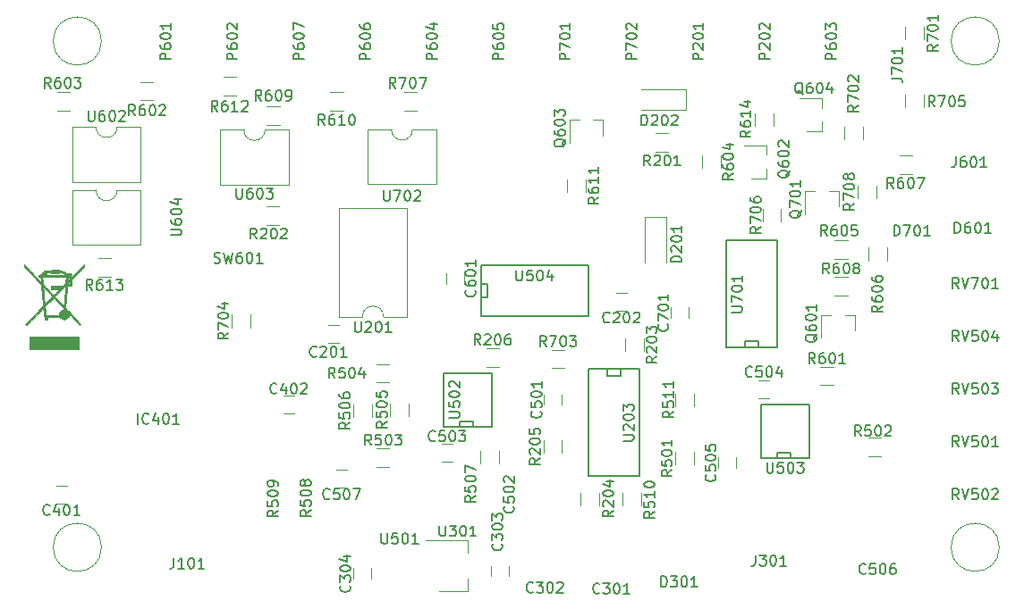
<source format=gto>
G04 #@! TF.FileFunction,Legend,Top*
%FSLAX46Y46*%
G04 Gerber Fmt 4.6, Leading zero omitted, Abs format (unit mm)*
G04 Created by KiCad (PCBNEW 4.0.7) date 01/01/18 15:21:48*
%MOMM*%
%LPD*%
G01*
G04 APERTURE LIST*
%ADD10C,0.100000*%
%ADD11C,0.120000*%
%ADD12C,0.150000*%
%ADD13C,0.010000*%
G04 APERTURE END LIST*
D10*
D11*
X108286000Y-86000000D02*
G75*
G03X108286000Y-86000000I-2286000J0D01*
G01*
X193286000Y-86000000D02*
G75*
G03X193286000Y-86000000I-2286000J0D01*
G01*
D12*
X167464000Y-104920000D02*
X172290000Y-104920000D01*
X172290000Y-104920000D02*
X172290000Y-115080000D01*
X172290000Y-115080000D02*
X167464000Y-115080000D01*
X167464000Y-115080000D02*
X167464000Y-104920000D01*
X169242000Y-115080000D02*
X169242000Y-114445000D01*
X169242000Y-114445000D02*
X170512000Y-114445000D01*
X170512000Y-114445000D02*
X170512000Y-115080000D01*
D11*
X193286000Y-134000000D02*
G75*
G03X193286000Y-134000000I-2286000J0D01*
G01*
X130750000Y-112900000D02*
X129750000Y-112900000D01*
X129750000Y-114600000D02*
X130750000Y-114600000D01*
X157000000Y-111600000D02*
X158000000Y-111600000D01*
X158000000Y-109900000D02*
X157000000Y-109900000D01*
X146850000Y-136750000D02*
X146850000Y-135750000D01*
X145150000Y-135750000D02*
X145150000Y-136750000D01*
X132150000Y-136000000D02*
X132150000Y-137000000D01*
X133850000Y-137000000D02*
X133850000Y-136000000D01*
X105000000Y-128150000D02*
X104000000Y-128150000D01*
X104000000Y-129850000D02*
X105000000Y-129850000D01*
X126500000Y-119650000D02*
X125500000Y-119650000D01*
X125500000Y-121350000D02*
X126500000Y-121350000D01*
X150150000Y-119500000D02*
X150150000Y-120500000D01*
X151850000Y-120500000D02*
X151850000Y-119500000D01*
X141500000Y-124150000D02*
X140500000Y-124150000D01*
X140500000Y-125850000D02*
X141500000Y-125850000D01*
X171500000Y-118150000D02*
X170500000Y-118150000D01*
X170500000Y-119850000D02*
X171500000Y-119850000D01*
X168350000Y-126500000D02*
X168350000Y-125500000D01*
X166650000Y-125500000D02*
X166650000Y-126500000D01*
X130500000Y-128350000D02*
X131500000Y-128350000D01*
X131500000Y-126650000D02*
X130500000Y-126650000D01*
X142600000Y-109000000D02*
X142600000Y-108000000D01*
X140900000Y-108000000D02*
X140900000Y-109000000D01*
X161750000Y-107000000D02*
X161750000Y-102700000D01*
X161750000Y-102700000D02*
X159750000Y-102700000D01*
X159750000Y-102700000D02*
X159750000Y-107000000D01*
X159350000Y-92550000D02*
X163650000Y-92550000D01*
X163650000Y-92550000D02*
X163650000Y-90550000D01*
X163650000Y-90550000D02*
X159350000Y-90550000D01*
X179580000Y-111990000D02*
X178650000Y-111990000D01*
X176420000Y-111990000D02*
X177350000Y-111990000D01*
X176420000Y-111990000D02*
X176420000Y-114150000D01*
X179580000Y-111990000D02*
X179580000Y-113450000D01*
X171260000Y-99030000D02*
X171260000Y-98100000D01*
X171260000Y-95870000D02*
X171260000Y-96800000D01*
X171260000Y-95870000D02*
X169100000Y-95870000D01*
X171260000Y-99030000D02*
X169800000Y-99030000D01*
X155780000Y-93490000D02*
X154850000Y-93490000D01*
X152620000Y-93490000D02*
X153550000Y-93490000D01*
X152620000Y-93490000D02*
X152620000Y-95650000D01*
X155780000Y-93490000D02*
X155780000Y-94950000D01*
X176510000Y-94580000D02*
X176510000Y-93650000D01*
X176510000Y-91420000D02*
X176510000Y-92350000D01*
X176510000Y-91420000D02*
X174350000Y-91420000D01*
X176510000Y-94580000D02*
X175050000Y-94580000D01*
X178080000Y-100240000D02*
X177150000Y-100240000D01*
X174920000Y-100240000D02*
X175850000Y-100240000D01*
X174920000Y-100240000D02*
X174920000Y-102400000D01*
X178080000Y-100240000D02*
X178080000Y-101700000D01*
X161950000Y-96480000D02*
X160750000Y-96480000D01*
X160750000Y-94720000D02*
X161950000Y-94720000D01*
X125100000Y-103430000D02*
X123900000Y-103430000D01*
X123900000Y-101670000D02*
X125100000Y-101670000D01*
X157870000Y-115400000D02*
X157870000Y-114200000D01*
X159630000Y-114200000D02*
X159630000Y-115400000D01*
X155380000Y-128850000D02*
X155380000Y-130050000D01*
X153620000Y-130050000D02*
X153620000Y-128850000D01*
X151880000Y-123850000D02*
X151880000Y-125050000D01*
X150120000Y-125050000D02*
X150120000Y-123850000D01*
X145900000Y-116880000D02*
X144700000Y-116880000D01*
X144700000Y-115120000D02*
X145900000Y-115120000D01*
X164380000Y-124950000D02*
X164380000Y-126150000D01*
X162620000Y-126150000D02*
X162620000Y-124950000D01*
X182050000Y-125380000D02*
X180850000Y-125380000D01*
X180850000Y-123620000D02*
X182050000Y-123620000D01*
X135550000Y-126380000D02*
X134350000Y-126380000D01*
X134350000Y-124620000D02*
X135550000Y-124620000D01*
X134350000Y-116620000D02*
X135550000Y-116620000D01*
X135550000Y-118380000D02*
X134350000Y-118380000D01*
X137380000Y-120350000D02*
X137380000Y-121550000D01*
X135620000Y-121550000D02*
X135620000Y-120350000D01*
X133880000Y-120450000D02*
X133880000Y-121650000D01*
X132120000Y-121650000D02*
X132120000Y-120450000D01*
X145880000Y-124850000D02*
X145880000Y-126050000D01*
X144120000Y-126050000D02*
X144120000Y-124850000D01*
X159380000Y-128850000D02*
X159380000Y-130050000D01*
X157620000Y-130050000D02*
X157620000Y-128850000D01*
X162620000Y-120650000D02*
X162620000Y-119450000D01*
X164380000Y-119450000D02*
X164380000Y-120650000D01*
X177550000Y-118630000D02*
X176350000Y-118630000D01*
X176350000Y-116870000D02*
X177550000Y-116870000D01*
X113150000Y-91630000D02*
X111950000Y-91630000D01*
X111950000Y-89870000D02*
X113150000Y-89870000D01*
X104100000Y-90870000D02*
X105300000Y-90870000D01*
X105300000Y-92630000D02*
X104100000Y-92630000D01*
X165120000Y-98050000D02*
X165120000Y-96850000D01*
X166880000Y-96850000D02*
X166880000Y-98050000D01*
X177700000Y-104870000D02*
X178900000Y-104870000D01*
X178900000Y-106630000D02*
X177700000Y-106630000D01*
X180870000Y-106800000D02*
X180870000Y-105600000D01*
X182630000Y-105600000D02*
X182630000Y-106800000D01*
X183850000Y-96870000D02*
X185050000Y-96870000D01*
X185050000Y-98630000D02*
X183850000Y-98630000D01*
X178900000Y-110130000D02*
X177700000Y-110130000D01*
X177700000Y-108370000D02*
X178900000Y-108370000D01*
X125150000Y-93930000D02*
X123950000Y-93930000D01*
X123950000Y-92170000D02*
X125150000Y-92170000D01*
X129950000Y-90870000D02*
X131150000Y-90870000D01*
X131150000Y-92630000D02*
X129950000Y-92630000D01*
X152370000Y-100300000D02*
X152370000Y-99100000D01*
X154130000Y-99100000D02*
X154130000Y-100300000D01*
X119850000Y-89370000D02*
X121050000Y-89370000D01*
X121050000Y-91130000D02*
X119850000Y-91130000D01*
X107950000Y-106620000D02*
X109150000Y-106620000D01*
X109150000Y-108380000D02*
X107950000Y-108380000D01*
X171880000Y-92850000D02*
X171880000Y-94050000D01*
X170120000Y-94050000D02*
X170120000Y-92850000D01*
X186130000Y-84650000D02*
X186130000Y-85850000D01*
X184370000Y-85850000D02*
X184370000Y-84650000D01*
X178620000Y-95300000D02*
X178620000Y-94100000D01*
X180380000Y-94100000D02*
X180380000Y-95300000D01*
X152100000Y-117030000D02*
X150900000Y-117030000D01*
X150900000Y-115270000D02*
X152100000Y-115270000D01*
X122380000Y-111950000D02*
X122380000Y-113150000D01*
X120620000Y-113150000D02*
X120620000Y-111950000D01*
X186130000Y-91100000D02*
X186130000Y-92300000D01*
X184370000Y-92300000D02*
X184370000Y-91100000D01*
X170870000Y-103100000D02*
X170870000Y-101900000D01*
X172630000Y-101900000D02*
X172630000Y-103100000D01*
X136950000Y-90870000D02*
X138150000Y-90870000D01*
X138150000Y-92630000D02*
X136950000Y-92630000D01*
X181630000Y-99700000D02*
X181630000Y-100900000D01*
X179870000Y-100900000D02*
X179870000Y-99700000D01*
D12*
X159238000Y-127270000D02*
X154412000Y-127270000D01*
X154412000Y-127270000D02*
X154412000Y-117110000D01*
X154412000Y-117110000D02*
X159238000Y-117110000D01*
X159238000Y-117110000D02*
X159238000Y-127270000D01*
X157460000Y-117110000D02*
X157460000Y-117745000D01*
X157460000Y-117745000D02*
X156190000Y-117745000D01*
X156190000Y-117745000D02*
X156190000Y-117110000D01*
X140714000Y-122540000D02*
X140714000Y-117460000D01*
X140714000Y-117460000D02*
X145286000Y-117460000D01*
X145286000Y-117460000D02*
X145286000Y-122540000D01*
X145286000Y-122540000D02*
X140714000Y-122540000D01*
X142238000Y-122540000D02*
X142238000Y-122032000D01*
X142238000Y-122032000D02*
X143508000Y-122032000D01*
X143508000Y-122032000D02*
X143508000Y-122540000D01*
X170714000Y-125540000D02*
X170714000Y-120460000D01*
X170714000Y-120460000D02*
X175286000Y-120460000D01*
X175286000Y-120460000D02*
X175286000Y-125540000D01*
X175286000Y-125540000D02*
X170714000Y-125540000D01*
X172238000Y-125540000D02*
X172238000Y-125032000D01*
X172238000Y-125032000D02*
X173508000Y-125032000D01*
X173508000Y-125032000D02*
X173508000Y-125540000D01*
X154350000Y-107262000D02*
X154350000Y-112088000D01*
X154350000Y-112088000D02*
X144190000Y-112088000D01*
X144190000Y-112088000D02*
X144190000Y-107262000D01*
X144190000Y-107262000D02*
X154350000Y-107262000D01*
X144190000Y-109040000D02*
X144825000Y-109040000D01*
X144825000Y-109040000D02*
X144825000Y-110310000D01*
X144825000Y-110310000D02*
X144190000Y-110310000D01*
D11*
X108286000Y-134000000D02*
G75*
G03X108286000Y-134000000I-2286000J0D01*
G01*
X132985000Y-112140000D02*
G75*
G02X134985000Y-112140000I1000000J0D01*
G01*
X134985000Y-112140000D02*
X137220000Y-112140000D01*
X137220000Y-112140000D02*
X137220000Y-101860000D01*
X137220000Y-101860000D02*
X130750000Y-101860000D01*
X130750000Y-101860000D02*
X130750000Y-112140000D01*
X130750000Y-112140000D02*
X132985000Y-112140000D01*
X142946500Y-136950000D02*
X142946500Y-138150000D01*
X142946500Y-138150000D02*
X140246500Y-138150000D01*
X138946500Y-133350000D02*
X142946500Y-133350000D01*
X142946500Y-133350000D02*
X142946500Y-134550000D01*
X109765000Y-94150000D02*
G75*
G02X107765000Y-94150000I-1000000J0D01*
G01*
X107765000Y-94150000D02*
X105530000Y-94150000D01*
X105530000Y-94150000D02*
X105530000Y-99350000D01*
X105530000Y-99350000D02*
X112000000Y-99350000D01*
X112000000Y-99350000D02*
X112000000Y-94150000D01*
X112000000Y-94150000D02*
X109765000Y-94150000D01*
X123765000Y-94420000D02*
G75*
G02X121765000Y-94420000I-1000000J0D01*
G01*
X121765000Y-94420000D02*
X119530000Y-94420000D01*
X119530000Y-94420000D02*
X119530000Y-99620000D01*
X119530000Y-99620000D02*
X126000000Y-99620000D01*
X126000000Y-99620000D02*
X126000000Y-94420000D01*
X126000000Y-94420000D02*
X123765000Y-94420000D01*
X109765000Y-100130000D02*
G75*
G02X107765000Y-100130000I-1000000J0D01*
G01*
X107765000Y-100130000D02*
X105530000Y-100130000D01*
X105530000Y-100130000D02*
X105530000Y-105330000D01*
X105530000Y-105330000D02*
X112000000Y-105330000D01*
X112000000Y-105330000D02*
X112000000Y-100130000D01*
X112000000Y-100130000D02*
X109765000Y-100130000D01*
X137735000Y-94380000D02*
G75*
G02X135735000Y-94380000I-1000000J0D01*
G01*
X135735000Y-94380000D02*
X133500000Y-94380000D01*
X133500000Y-94380000D02*
X133500000Y-99580000D01*
X133500000Y-99580000D02*
X139970000Y-99580000D01*
X139970000Y-99580000D02*
X139970000Y-94380000D01*
X139970000Y-94380000D02*
X137735000Y-94380000D01*
X162150000Y-111250000D02*
X162150000Y-112250000D01*
X163850000Y-112250000D02*
X163850000Y-111250000D01*
D13*
G36*
X106122763Y-115210526D02*
X101443816Y-115210526D01*
X101443816Y-114057500D01*
X106122763Y-114057500D01*
X106122763Y-115210526D01*
X106122763Y-115210526D01*
G37*
X106122763Y-115210526D02*
X101443816Y-115210526D01*
X101443816Y-114057500D01*
X106122763Y-114057500D01*
X106122763Y-115210526D01*
G36*
X106623256Y-107299337D02*
X106622433Y-107415066D01*
X106022115Y-108025000D01*
X105421796Y-108634934D01*
X105421359Y-108914835D01*
X105420921Y-109194737D01*
X105055337Y-109194737D01*
X105045917Y-109265756D01*
X105042350Y-109298127D01*
X105036338Y-109359087D01*
X105028201Y-109444998D01*
X105018262Y-109552226D01*
X105006843Y-109677133D01*
X104994264Y-109816083D01*
X104980847Y-109965441D01*
X104966915Y-110121568D01*
X104952788Y-110280830D01*
X104938788Y-110439590D01*
X104925237Y-110594211D01*
X104912456Y-110741057D01*
X104900767Y-110876493D01*
X104890492Y-110996880D01*
X104881952Y-111098584D01*
X104875469Y-111177967D01*
X104871364Y-111231394D01*
X104869959Y-111255229D01*
X104869960Y-111255342D01*
X104880204Y-111274466D01*
X104910974Y-111313955D01*
X104962689Y-111374266D01*
X105035767Y-111455861D01*
X105130627Y-111559198D01*
X105247687Y-111684738D01*
X105387367Y-111832940D01*
X105550084Y-112004263D01*
X105595821Y-112052237D01*
X106321195Y-112812566D01*
X106262551Y-112871052D01*
X106203908Y-112929539D01*
X106109026Y-112826310D01*
X106074315Y-112789003D01*
X106020094Y-112731311D01*
X105949941Y-112657013D01*
X105867432Y-112569889D01*
X105776145Y-112473718D01*
X105679658Y-112372280D01*
X105621935Y-112311695D01*
X105513566Y-112198197D01*
X105425972Y-112107285D01*
X105356920Y-112037307D01*
X105304176Y-111986610D01*
X105265506Y-111953540D01*
X105238677Y-111936444D01*
X105221456Y-111933669D01*
X105211608Y-111943563D01*
X105206901Y-111964471D01*
X105205101Y-111994741D01*
X105204859Y-112003002D01*
X105192342Y-112059909D01*
X105161503Y-112128693D01*
X105118497Y-112198475D01*
X105069480Y-112258378D01*
X105049866Y-112276882D01*
X104949230Y-112341628D01*
X104831673Y-112377854D01*
X104727738Y-112386447D01*
X104609951Y-112370239D01*
X104501169Y-112322712D01*
X104404890Y-112245511D01*
X104387125Y-112226295D01*
X104322168Y-112152500D01*
X103198421Y-112152500D01*
X103198421Y-112386447D01*
X102897632Y-112386447D01*
X102897632Y-112277152D01*
X102893857Y-112202539D01*
X102881175Y-112150750D01*
X102865763Y-112122580D01*
X102854750Y-112102424D01*
X102845321Y-112073200D01*
X102836849Y-112030575D01*
X102828710Y-111970217D01*
X102820279Y-111887793D01*
X102810932Y-111778972D01*
X102804531Y-111698017D01*
X102775169Y-111318732D01*
X102054341Y-112048938D01*
X101924008Y-112181066D01*
X101798892Y-112308096D01*
X101681279Y-112427695D01*
X101573455Y-112537528D01*
X101477705Y-112635263D01*
X101396317Y-112718566D01*
X101331577Y-112785104D01*
X101285770Y-112832542D01*
X101261208Y-112858520D01*
X101220855Y-112899649D01*
X101187195Y-112928335D01*
X101169090Y-112937895D01*
X101145965Y-112926697D01*
X101112257Y-112898719D01*
X101100831Y-112887326D01*
X101052383Y-112836757D01*
X101319119Y-112565702D01*
X101387169Y-112496652D01*
X101474915Y-112407774D01*
X101578508Y-112302959D01*
X101694100Y-112186097D01*
X101817841Y-112061079D01*
X101945881Y-111931795D01*
X102074372Y-111802136D01*
X102166546Y-111709179D01*
X102306658Y-111567520D01*
X102424368Y-111447591D01*
X102521180Y-111347768D01*
X102598601Y-111266428D01*
X102658136Y-111201948D01*
X102687642Y-111168277D01*
X102924591Y-111168277D01*
X102954257Y-111547592D01*
X102963203Y-111658777D01*
X102971858Y-111760453D01*
X102979729Y-111847304D01*
X102986328Y-111914018D01*
X102991164Y-111955279D01*
X102992720Y-111964506D01*
X103001518Y-112002105D01*
X104263319Y-112002105D01*
X104271742Y-111897173D01*
X104297172Y-111773195D01*
X104350389Y-111663524D01*
X104428037Y-111572156D01*
X104526763Y-111503083D01*
X104637572Y-111461620D01*
X104673520Y-111442171D01*
X104691517Y-111400430D01*
X104691894Y-111398589D01*
X104694053Y-111380967D01*
X104691384Y-111362922D01*
X104681280Y-111341108D01*
X104661137Y-111312177D01*
X104628349Y-111272783D01*
X104580310Y-111219577D01*
X104514416Y-111149214D01*
X104428060Y-111058346D01*
X104422480Y-111052493D01*
X104329595Y-110954956D01*
X104230845Y-110851067D01*
X104133016Y-110747977D01*
X104042893Y-110652839D01*
X103967262Y-110572804D01*
X103950395Y-110554911D01*
X103885735Y-110487444D01*
X103828295Y-110429709D01*
X103782199Y-110385675D01*
X103751569Y-110359314D01*
X103741285Y-110353521D01*
X103725948Y-110365646D01*
X103690083Y-110398910D01*
X103636512Y-110450542D01*
X103568060Y-110517775D01*
X103487553Y-110597837D01*
X103397813Y-110687961D01*
X103324468Y-110762198D01*
X102924591Y-111168277D01*
X102687642Y-111168277D01*
X102701291Y-111152703D01*
X102729571Y-111117071D01*
X102744483Y-111093429D01*
X102747801Y-111082480D01*
X102746544Y-111058586D01*
X102742726Y-111004501D01*
X102736593Y-110923338D01*
X102728393Y-110818210D01*
X102718373Y-110692228D01*
X102706780Y-110548505D01*
X102693860Y-110390154D01*
X102679862Y-110220287D01*
X102668581Y-110084528D01*
X102604750Y-109319106D01*
X102768996Y-109319106D01*
X102769703Y-109335624D01*
X102773031Y-109382145D01*
X102778710Y-109455378D01*
X102786474Y-109552028D01*
X102796057Y-109668805D01*
X102807189Y-109802414D01*
X102819605Y-109949563D01*
X102831520Y-110089271D01*
X102845016Y-110247787D01*
X102857587Y-110397421D01*
X102868945Y-110534602D01*
X102878802Y-110655759D01*
X102886870Y-110757320D01*
X102892860Y-110835712D01*
X102896485Y-110887363D01*
X102897491Y-110907423D01*
X102899060Y-110919908D01*
X102905278Y-110924862D01*
X102918541Y-110920218D01*
X102941247Y-110903909D01*
X102975792Y-110873868D01*
X103024573Y-110828027D01*
X103089987Y-110764320D01*
X103174431Y-110680679D01*
X103264029Y-110591299D01*
X103630426Y-110225186D01*
X103627859Y-110222434D01*
X103870049Y-110222434D01*
X103881087Y-110237550D01*
X103911987Y-110273142D01*
X103959653Y-110325941D01*
X104020987Y-110392673D01*
X104092893Y-110470070D01*
X104172273Y-110554858D01*
X104256031Y-110643767D01*
X104341070Y-110733526D01*
X104424292Y-110820864D01*
X104502601Y-110902509D01*
X104572900Y-110975191D01*
X104632091Y-111035637D01*
X104677078Y-111080578D01*
X104704764Y-111106742D01*
X104712314Y-111112072D01*
X104714803Y-111094867D01*
X104719970Y-111047348D01*
X104727530Y-110972489D01*
X104737200Y-110873264D01*
X104748695Y-110752649D01*
X104761731Y-110613618D01*
X104776024Y-110459145D01*
X104791290Y-110292206D01*
X104803479Y-110157597D01*
X104819071Y-109983054D01*
X104833477Y-109818627D01*
X104846453Y-109667299D01*
X104857759Y-109532053D01*
X104867152Y-109415870D01*
X104874389Y-109321735D01*
X104879228Y-109252630D01*
X104881427Y-109211538D01*
X104881176Y-109200868D01*
X104868030Y-109210372D01*
X104834554Y-109240920D01*
X104783674Y-109289556D01*
X104718317Y-109353323D01*
X104641409Y-109429265D01*
X104555876Y-109514424D01*
X104464646Y-109605845D01*
X104370644Y-109700569D01*
X104276798Y-109795641D01*
X104186033Y-109888103D01*
X104101277Y-109974999D01*
X104025456Y-110053372D01*
X103961497Y-110120265D01*
X103912326Y-110172722D01*
X103880869Y-110207785D01*
X103870049Y-110222434D01*
X103627859Y-110222434D01*
X103493798Y-110078760D01*
X103424216Y-110004448D01*
X103346119Y-109921483D01*
X103262594Y-109833102D01*
X103176730Y-109742541D01*
X103091615Y-109653036D01*
X103010336Y-109567823D01*
X102935981Y-109490139D01*
X102871637Y-109423220D01*
X102820394Y-109370303D01*
X102785337Y-109334623D01*
X102769556Y-109319416D01*
X102768996Y-109319106D01*
X102604750Y-109319106D01*
X102588796Y-109127807D01*
X101790714Y-108288485D01*
X100992632Y-107449164D01*
X100993219Y-107331852D01*
X100993806Y-107214539D01*
X101122725Y-107352253D01*
X101194876Y-107429063D01*
X101280060Y-107519304D01*
X101375979Y-107620575D01*
X101480334Y-107730476D01*
X101590826Y-107846604D01*
X101705156Y-107966558D01*
X101821025Y-108087936D01*
X101936135Y-108208338D01*
X102048186Y-108325362D01*
X102154881Y-108436606D01*
X102253920Y-108539669D01*
X102343003Y-108632150D01*
X102419834Y-108711647D01*
X102482112Y-108775758D01*
X102527538Y-108822083D01*
X102553815Y-108848219D01*
X102559574Y-108853233D01*
X102559970Y-108835791D01*
X102557792Y-108791135D01*
X102553417Y-108725340D01*
X102547225Y-108644483D01*
X102544567Y-108612183D01*
X102524772Y-108375921D01*
X102679758Y-108375921D01*
X102687760Y-108413520D01*
X102691840Y-108443255D01*
X102697575Y-108499203D01*
X102704299Y-108574236D01*
X102711352Y-108661225D01*
X102713793Y-108693421D01*
X102720992Y-108785861D01*
X102728258Y-108871707D01*
X102734864Y-108942847D01*
X102740084Y-108991169D01*
X102741261Y-108999939D01*
X102745702Y-109017942D01*
X102755313Y-109039017D01*
X102772140Y-109065525D01*
X102798225Y-109099828D01*
X102835613Y-109144289D01*
X102886346Y-109201271D01*
X102952470Y-109273136D01*
X103036026Y-109362246D01*
X103139060Y-109470964D01*
X103244167Y-109581275D01*
X103348738Y-109690441D01*
X103446351Y-109791540D01*
X103534578Y-109882115D01*
X103610988Y-109959708D01*
X103673151Y-110021862D01*
X103718637Y-110066118D01*
X103745017Y-110090018D01*
X103750643Y-110093574D01*
X103765443Y-110080681D01*
X103800039Y-110047060D01*
X103851071Y-109996082D01*
X103915183Y-109931120D01*
X103989016Y-109855548D01*
X104042411Y-109800493D01*
X104321173Y-109512237D01*
X103499210Y-109512237D01*
X103499210Y-109194737D01*
X104501842Y-109194737D01*
X104501842Y-109336206D01*
X104685658Y-109152960D01*
X104816052Y-109022971D01*
X105070000Y-109022971D01*
X105072429Y-109043477D01*
X105084724Y-109054902D01*
X105114396Y-109059880D01*
X105168955Y-109061044D01*
X105178618Y-109061052D01*
X105287237Y-109061052D01*
X105287237Y-108769584D01*
X105178618Y-108877237D01*
X105117346Y-108942687D01*
X105080699Y-108992829D01*
X105070000Y-109022971D01*
X104816052Y-109022971D01*
X104869474Y-108969715D01*
X104869474Y-108806502D01*
X104869985Y-108731414D01*
X104872328Y-108683645D01*
X104877711Y-108657098D01*
X104887344Y-108645679D01*
X104901871Y-108643289D01*
X104918027Y-108639780D01*
X104929969Y-108625711D01*
X104939139Y-108595769D01*
X104946982Y-108544642D01*
X104954942Y-108467017D01*
X104957496Y-108438585D01*
X104963026Y-108375921D01*
X102679758Y-108375921D01*
X102524772Y-108375921D01*
X102312763Y-108375921D01*
X102312763Y-108225526D01*
X102402859Y-108225526D01*
X102455555Y-108224083D01*
X102484188Y-108217116D01*
X102487691Y-108212970D01*
X102672234Y-108212970D01*
X102681946Y-108222442D01*
X102715588Y-108225366D01*
X102738294Y-108225526D01*
X102814079Y-108225526D01*
X103096694Y-108225526D01*
X104976519Y-108225526D01*
X104912938Y-108160413D01*
X104814186Y-108080062D01*
X104691968Y-108018089D01*
X104544213Y-107973646D01*
X104397401Y-107949065D01*
X104301316Y-107937596D01*
X104301316Y-108058421D01*
X103532632Y-108058421D01*
X103532632Y-107921345D01*
X103419835Y-107932776D01*
X103341025Y-107942425D01*
X103257057Y-107955214D01*
X103206776Y-107964348D01*
X103106513Y-107984488D01*
X103101603Y-108105007D01*
X103096694Y-108225526D01*
X102814079Y-108225526D01*
X102814079Y-108158684D01*
X102811869Y-108116810D01*
X102806350Y-108093536D01*
X102804126Y-108091842D01*
X102779387Y-108102560D01*
X102743243Y-108128563D01*
X102707010Y-108160623D01*
X102682001Y-108189511D01*
X102679773Y-108193267D01*
X102672234Y-108212970D01*
X102487691Y-108212970D01*
X102498081Y-108200674D01*
X102503689Y-108182762D01*
X102526578Y-108136279D01*
X102570540Y-108080400D01*
X102628011Y-108022960D01*
X102691427Y-107971793D01*
X102733082Y-107945143D01*
X102780534Y-107915972D01*
X102804859Y-107891467D01*
X102813405Y-107862572D01*
X102814062Y-107845362D01*
X102814063Y-107841184D01*
X103666316Y-107841184D01*
X103666316Y-107924737D01*
X104167632Y-107924737D01*
X104167632Y-107841184D01*
X103666316Y-107841184D01*
X102814063Y-107841184D01*
X102814079Y-107791052D01*
X102954726Y-107791052D01*
X103019436Y-107792617D01*
X103069870Y-107796785D01*
X103097906Y-107802773D01*
X103100943Y-107805197D01*
X103118727Y-107808918D01*
X103162008Y-107807394D01*
X103223349Y-107801075D01*
X103265263Y-107795240D01*
X103341263Y-107783778D01*
X103410770Y-107773430D01*
X103463003Y-107765796D01*
X103478322Y-107763627D01*
X103518347Y-107751232D01*
X103532632Y-107731808D01*
X103536975Y-107723898D01*
X103552510Y-107717863D01*
X103582999Y-107713466D01*
X103632200Y-107710469D01*
X103703874Y-107708635D01*
X103801781Y-107707725D01*
X103916974Y-107707500D01*
X104039914Y-107707628D01*
X104133441Y-107708230D01*
X104201560Y-107709639D01*
X104248281Y-107712181D01*
X104277609Y-107716189D01*
X104293551Y-107721991D01*
X104300115Y-107729917D01*
X104301316Y-107739133D01*
X104311540Y-107768385D01*
X104345030Y-107785031D01*
X104406012Y-107790968D01*
X104416983Y-107791052D01*
X104520254Y-107801706D01*
X104637547Y-107831033D01*
X104758285Y-107875084D01*
X104871889Y-107929911D01*
X104967781Y-107991564D01*
X104980201Y-108001332D01*
X105020682Y-108033115D01*
X105044655Y-108045844D01*
X105061396Y-108041729D01*
X105078581Y-108024750D01*
X105129336Y-107991492D01*
X105195393Y-107978725D01*
X105266526Y-107985365D01*
X105332514Y-108010327D01*
X105383132Y-108052529D01*
X105386797Y-108057434D01*
X105424672Y-108136211D01*
X105431719Y-108217754D01*
X105408715Y-108295487D01*
X105356437Y-108362835D01*
X105350044Y-108368396D01*
X105312927Y-108394813D01*
X105275267Y-108406447D01*
X105222324Y-108407287D01*
X105209098Y-108406542D01*
X105157297Y-108404641D01*
X105130614Y-108408996D01*
X105120955Y-108422138D01*
X105119963Y-108434408D01*
X105117939Y-108470002D01*
X105112914Y-108523533D01*
X105109303Y-108555559D01*
X105104066Y-108606427D01*
X105106244Y-108632468D01*
X105118875Y-108641986D01*
X105141375Y-108643289D01*
X105154718Y-108638986D01*
X105176244Y-108625057D01*
X105207548Y-108599977D01*
X105250224Y-108562219D01*
X105305868Y-108510256D01*
X105376075Y-108442562D01*
X105462440Y-108357611D01*
X105566558Y-108253875D01*
X105690025Y-108129828D01*
X105834436Y-107983944D01*
X105904031Y-107913449D01*
X106624079Y-107183610D01*
X106623256Y-107299337D01*
X106623256Y-107299337D01*
G37*
X106623256Y-107299337D02*
X106622433Y-107415066D01*
X106022115Y-108025000D01*
X105421796Y-108634934D01*
X105421359Y-108914835D01*
X105420921Y-109194737D01*
X105055337Y-109194737D01*
X105045917Y-109265756D01*
X105042350Y-109298127D01*
X105036338Y-109359087D01*
X105028201Y-109444998D01*
X105018262Y-109552226D01*
X105006843Y-109677133D01*
X104994264Y-109816083D01*
X104980847Y-109965441D01*
X104966915Y-110121568D01*
X104952788Y-110280830D01*
X104938788Y-110439590D01*
X104925237Y-110594211D01*
X104912456Y-110741057D01*
X104900767Y-110876493D01*
X104890492Y-110996880D01*
X104881952Y-111098584D01*
X104875469Y-111177967D01*
X104871364Y-111231394D01*
X104869959Y-111255229D01*
X104869960Y-111255342D01*
X104880204Y-111274466D01*
X104910974Y-111313955D01*
X104962689Y-111374266D01*
X105035767Y-111455861D01*
X105130627Y-111559198D01*
X105247687Y-111684738D01*
X105387367Y-111832940D01*
X105550084Y-112004263D01*
X105595821Y-112052237D01*
X106321195Y-112812566D01*
X106262551Y-112871052D01*
X106203908Y-112929539D01*
X106109026Y-112826310D01*
X106074315Y-112789003D01*
X106020094Y-112731311D01*
X105949941Y-112657013D01*
X105867432Y-112569889D01*
X105776145Y-112473718D01*
X105679658Y-112372280D01*
X105621935Y-112311695D01*
X105513566Y-112198197D01*
X105425972Y-112107285D01*
X105356920Y-112037307D01*
X105304176Y-111986610D01*
X105265506Y-111953540D01*
X105238677Y-111936444D01*
X105221456Y-111933669D01*
X105211608Y-111943563D01*
X105206901Y-111964471D01*
X105205101Y-111994741D01*
X105204859Y-112003002D01*
X105192342Y-112059909D01*
X105161503Y-112128693D01*
X105118497Y-112198475D01*
X105069480Y-112258378D01*
X105049866Y-112276882D01*
X104949230Y-112341628D01*
X104831673Y-112377854D01*
X104727738Y-112386447D01*
X104609951Y-112370239D01*
X104501169Y-112322712D01*
X104404890Y-112245511D01*
X104387125Y-112226295D01*
X104322168Y-112152500D01*
X103198421Y-112152500D01*
X103198421Y-112386447D01*
X102897632Y-112386447D01*
X102897632Y-112277152D01*
X102893857Y-112202539D01*
X102881175Y-112150750D01*
X102865763Y-112122580D01*
X102854750Y-112102424D01*
X102845321Y-112073200D01*
X102836849Y-112030575D01*
X102828710Y-111970217D01*
X102820279Y-111887793D01*
X102810932Y-111778972D01*
X102804531Y-111698017D01*
X102775169Y-111318732D01*
X102054341Y-112048938D01*
X101924008Y-112181066D01*
X101798892Y-112308096D01*
X101681279Y-112427695D01*
X101573455Y-112537528D01*
X101477705Y-112635263D01*
X101396317Y-112718566D01*
X101331577Y-112785104D01*
X101285770Y-112832542D01*
X101261208Y-112858520D01*
X101220855Y-112899649D01*
X101187195Y-112928335D01*
X101169090Y-112937895D01*
X101145965Y-112926697D01*
X101112257Y-112898719D01*
X101100831Y-112887326D01*
X101052383Y-112836757D01*
X101319119Y-112565702D01*
X101387169Y-112496652D01*
X101474915Y-112407774D01*
X101578508Y-112302959D01*
X101694100Y-112186097D01*
X101817841Y-112061079D01*
X101945881Y-111931795D01*
X102074372Y-111802136D01*
X102166546Y-111709179D01*
X102306658Y-111567520D01*
X102424368Y-111447591D01*
X102521180Y-111347768D01*
X102598601Y-111266428D01*
X102658136Y-111201948D01*
X102687642Y-111168277D01*
X102924591Y-111168277D01*
X102954257Y-111547592D01*
X102963203Y-111658777D01*
X102971858Y-111760453D01*
X102979729Y-111847304D01*
X102986328Y-111914018D01*
X102991164Y-111955279D01*
X102992720Y-111964506D01*
X103001518Y-112002105D01*
X104263319Y-112002105D01*
X104271742Y-111897173D01*
X104297172Y-111773195D01*
X104350389Y-111663524D01*
X104428037Y-111572156D01*
X104526763Y-111503083D01*
X104637572Y-111461620D01*
X104673520Y-111442171D01*
X104691517Y-111400430D01*
X104691894Y-111398589D01*
X104694053Y-111380967D01*
X104691384Y-111362922D01*
X104681280Y-111341108D01*
X104661137Y-111312177D01*
X104628349Y-111272783D01*
X104580310Y-111219577D01*
X104514416Y-111149214D01*
X104428060Y-111058346D01*
X104422480Y-111052493D01*
X104329595Y-110954956D01*
X104230845Y-110851067D01*
X104133016Y-110747977D01*
X104042893Y-110652839D01*
X103967262Y-110572804D01*
X103950395Y-110554911D01*
X103885735Y-110487444D01*
X103828295Y-110429709D01*
X103782199Y-110385675D01*
X103751569Y-110359314D01*
X103741285Y-110353521D01*
X103725948Y-110365646D01*
X103690083Y-110398910D01*
X103636512Y-110450542D01*
X103568060Y-110517775D01*
X103487553Y-110597837D01*
X103397813Y-110687961D01*
X103324468Y-110762198D01*
X102924591Y-111168277D01*
X102687642Y-111168277D01*
X102701291Y-111152703D01*
X102729571Y-111117071D01*
X102744483Y-111093429D01*
X102747801Y-111082480D01*
X102746544Y-111058586D01*
X102742726Y-111004501D01*
X102736593Y-110923338D01*
X102728393Y-110818210D01*
X102718373Y-110692228D01*
X102706780Y-110548505D01*
X102693860Y-110390154D01*
X102679862Y-110220287D01*
X102668581Y-110084528D01*
X102604750Y-109319106D01*
X102768996Y-109319106D01*
X102769703Y-109335624D01*
X102773031Y-109382145D01*
X102778710Y-109455378D01*
X102786474Y-109552028D01*
X102796057Y-109668805D01*
X102807189Y-109802414D01*
X102819605Y-109949563D01*
X102831520Y-110089271D01*
X102845016Y-110247787D01*
X102857587Y-110397421D01*
X102868945Y-110534602D01*
X102878802Y-110655759D01*
X102886870Y-110757320D01*
X102892860Y-110835712D01*
X102896485Y-110887363D01*
X102897491Y-110907423D01*
X102899060Y-110919908D01*
X102905278Y-110924862D01*
X102918541Y-110920218D01*
X102941247Y-110903909D01*
X102975792Y-110873868D01*
X103024573Y-110828027D01*
X103089987Y-110764320D01*
X103174431Y-110680679D01*
X103264029Y-110591299D01*
X103630426Y-110225186D01*
X103627859Y-110222434D01*
X103870049Y-110222434D01*
X103881087Y-110237550D01*
X103911987Y-110273142D01*
X103959653Y-110325941D01*
X104020987Y-110392673D01*
X104092893Y-110470070D01*
X104172273Y-110554858D01*
X104256031Y-110643767D01*
X104341070Y-110733526D01*
X104424292Y-110820864D01*
X104502601Y-110902509D01*
X104572900Y-110975191D01*
X104632091Y-111035637D01*
X104677078Y-111080578D01*
X104704764Y-111106742D01*
X104712314Y-111112072D01*
X104714803Y-111094867D01*
X104719970Y-111047348D01*
X104727530Y-110972489D01*
X104737200Y-110873264D01*
X104748695Y-110752649D01*
X104761731Y-110613618D01*
X104776024Y-110459145D01*
X104791290Y-110292206D01*
X104803479Y-110157597D01*
X104819071Y-109983054D01*
X104833477Y-109818627D01*
X104846453Y-109667299D01*
X104857759Y-109532053D01*
X104867152Y-109415870D01*
X104874389Y-109321735D01*
X104879228Y-109252630D01*
X104881427Y-109211538D01*
X104881176Y-109200868D01*
X104868030Y-109210372D01*
X104834554Y-109240920D01*
X104783674Y-109289556D01*
X104718317Y-109353323D01*
X104641409Y-109429265D01*
X104555876Y-109514424D01*
X104464646Y-109605845D01*
X104370644Y-109700569D01*
X104276798Y-109795641D01*
X104186033Y-109888103D01*
X104101277Y-109974999D01*
X104025456Y-110053372D01*
X103961497Y-110120265D01*
X103912326Y-110172722D01*
X103880869Y-110207785D01*
X103870049Y-110222434D01*
X103627859Y-110222434D01*
X103493798Y-110078760D01*
X103424216Y-110004448D01*
X103346119Y-109921483D01*
X103262594Y-109833102D01*
X103176730Y-109742541D01*
X103091615Y-109653036D01*
X103010336Y-109567823D01*
X102935981Y-109490139D01*
X102871637Y-109423220D01*
X102820394Y-109370303D01*
X102785337Y-109334623D01*
X102769556Y-109319416D01*
X102768996Y-109319106D01*
X102604750Y-109319106D01*
X102588796Y-109127807D01*
X101790714Y-108288485D01*
X100992632Y-107449164D01*
X100993219Y-107331852D01*
X100993806Y-107214539D01*
X101122725Y-107352253D01*
X101194876Y-107429063D01*
X101280060Y-107519304D01*
X101375979Y-107620575D01*
X101480334Y-107730476D01*
X101590826Y-107846604D01*
X101705156Y-107966558D01*
X101821025Y-108087936D01*
X101936135Y-108208338D01*
X102048186Y-108325362D01*
X102154881Y-108436606D01*
X102253920Y-108539669D01*
X102343003Y-108632150D01*
X102419834Y-108711647D01*
X102482112Y-108775758D01*
X102527538Y-108822083D01*
X102553815Y-108848219D01*
X102559574Y-108853233D01*
X102559970Y-108835791D01*
X102557792Y-108791135D01*
X102553417Y-108725340D01*
X102547225Y-108644483D01*
X102544567Y-108612183D01*
X102524772Y-108375921D01*
X102679758Y-108375921D01*
X102687760Y-108413520D01*
X102691840Y-108443255D01*
X102697575Y-108499203D01*
X102704299Y-108574236D01*
X102711352Y-108661225D01*
X102713793Y-108693421D01*
X102720992Y-108785861D01*
X102728258Y-108871707D01*
X102734864Y-108942847D01*
X102740084Y-108991169D01*
X102741261Y-108999939D01*
X102745702Y-109017942D01*
X102755313Y-109039017D01*
X102772140Y-109065525D01*
X102798225Y-109099828D01*
X102835613Y-109144289D01*
X102886346Y-109201271D01*
X102952470Y-109273136D01*
X103036026Y-109362246D01*
X103139060Y-109470964D01*
X103244167Y-109581275D01*
X103348738Y-109690441D01*
X103446351Y-109791540D01*
X103534578Y-109882115D01*
X103610988Y-109959708D01*
X103673151Y-110021862D01*
X103718637Y-110066118D01*
X103745017Y-110090018D01*
X103750643Y-110093574D01*
X103765443Y-110080681D01*
X103800039Y-110047060D01*
X103851071Y-109996082D01*
X103915183Y-109931120D01*
X103989016Y-109855548D01*
X104042411Y-109800493D01*
X104321173Y-109512237D01*
X103499210Y-109512237D01*
X103499210Y-109194737D01*
X104501842Y-109194737D01*
X104501842Y-109336206D01*
X104685658Y-109152960D01*
X104816052Y-109022971D01*
X105070000Y-109022971D01*
X105072429Y-109043477D01*
X105084724Y-109054902D01*
X105114396Y-109059880D01*
X105168955Y-109061044D01*
X105178618Y-109061052D01*
X105287237Y-109061052D01*
X105287237Y-108769584D01*
X105178618Y-108877237D01*
X105117346Y-108942687D01*
X105080699Y-108992829D01*
X105070000Y-109022971D01*
X104816052Y-109022971D01*
X104869474Y-108969715D01*
X104869474Y-108806502D01*
X104869985Y-108731414D01*
X104872328Y-108683645D01*
X104877711Y-108657098D01*
X104887344Y-108645679D01*
X104901871Y-108643289D01*
X104918027Y-108639780D01*
X104929969Y-108625711D01*
X104939139Y-108595769D01*
X104946982Y-108544642D01*
X104954942Y-108467017D01*
X104957496Y-108438585D01*
X104963026Y-108375921D01*
X102679758Y-108375921D01*
X102524772Y-108375921D01*
X102312763Y-108375921D01*
X102312763Y-108225526D01*
X102402859Y-108225526D01*
X102455555Y-108224083D01*
X102484188Y-108217116D01*
X102487691Y-108212970D01*
X102672234Y-108212970D01*
X102681946Y-108222442D01*
X102715588Y-108225366D01*
X102738294Y-108225526D01*
X102814079Y-108225526D01*
X103096694Y-108225526D01*
X104976519Y-108225526D01*
X104912938Y-108160413D01*
X104814186Y-108080062D01*
X104691968Y-108018089D01*
X104544213Y-107973646D01*
X104397401Y-107949065D01*
X104301316Y-107937596D01*
X104301316Y-108058421D01*
X103532632Y-108058421D01*
X103532632Y-107921345D01*
X103419835Y-107932776D01*
X103341025Y-107942425D01*
X103257057Y-107955214D01*
X103206776Y-107964348D01*
X103106513Y-107984488D01*
X103101603Y-108105007D01*
X103096694Y-108225526D01*
X102814079Y-108225526D01*
X102814079Y-108158684D01*
X102811869Y-108116810D01*
X102806350Y-108093536D01*
X102804126Y-108091842D01*
X102779387Y-108102560D01*
X102743243Y-108128563D01*
X102707010Y-108160623D01*
X102682001Y-108189511D01*
X102679773Y-108193267D01*
X102672234Y-108212970D01*
X102487691Y-108212970D01*
X102498081Y-108200674D01*
X102503689Y-108182762D01*
X102526578Y-108136279D01*
X102570540Y-108080400D01*
X102628011Y-108022960D01*
X102691427Y-107971793D01*
X102733082Y-107945143D01*
X102780534Y-107915972D01*
X102804859Y-107891467D01*
X102813405Y-107862572D01*
X102814062Y-107845362D01*
X102814063Y-107841184D01*
X103666316Y-107841184D01*
X103666316Y-107924737D01*
X104167632Y-107924737D01*
X104167632Y-107841184D01*
X103666316Y-107841184D01*
X102814063Y-107841184D01*
X102814079Y-107791052D01*
X102954726Y-107791052D01*
X103019436Y-107792617D01*
X103069870Y-107796785D01*
X103097906Y-107802773D01*
X103100943Y-107805197D01*
X103118727Y-107808918D01*
X103162008Y-107807394D01*
X103223349Y-107801075D01*
X103265263Y-107795240D01*
X103341263Y-107783778D01*
X103410770Y-107773430D01*
X103463003Y-107765796D01*
X103478322Y-107763627D01*
X103518347Y-107751232D01*
X103532632Y-107731808D01*
X103536975Y-107723898D01*
X103552510Y-107717863D01*
X103582999Y-107713466D01*
X103632200Y-107710469D01*
X103703874Y-107708635D01*
X103801781Y-107707725D01*
X103916974Y-107707500D01*
X104039914Y-107707628D01*
X104133441Y-107708230D01*
X104201560Y-107709639D01*
X104248281Y-107712181D01*
X104277609Y-107716189D01*
X104293551Y-107721991D01*
X104300115Y-107729917D01*
X104301316Y-107739133D01*
X104311540Y-107768385D01*
X104345030Y-107785031D01*
X104406012Y-107790968D01*
X104416983Y-107791052D01*
X104520254Y-107801706D01*
X104637547Y-107831033D01*
X104758285Y-107875084D01*
X104871889Y-107929911D01*
X104967781Y-107991564D01*
X104980201Y-108001332D01*
X105020682Y-108033115D01*
X105044655Y-108045844D01*
X105061396Y-108041729D01*
X105078581Y-108024750D01*
X105129336Y-107991492D01*
X105195393Y-107978725D01*
X105266526Y-107985365D01*
X105332514Y-108010327D01*
X105383132Y-108052529D01*
X105386797Y-108057434D01*
X105424672Y-108136211D01*
X105431719Y-108217754D01*
X105408715Y-108295487D01*
X105356437Y-108362835D01*
X105350044Y-108368396D01*
X105312927Y-108394813D01*
X105275267Y-108406447D01*
X105222324Y-108407287D01*
X105209098Y-108406542D01*
X105157297Y-108404641D01*
X105130614Y-108408996D01*
X105120955Y-108422138D01*
X105119963Y-108434408D01*
X105117939Y-108470002D01*
X105112914Y-108523533D01*
X105109303Y-108555559D01*
X105104066Y-108606427D01*
X105106244Y-108632468D01*
X105118875Y-108641986D01*
X105141375Y-108643289D01*
X105154718Y-108638986D01*
X105176244Y-108625057D01*
X105207548Y-108599977D01*
X105250224Y-108562219D01*
X105305868Y-108510256D01*
X105376075Y-108442562D01*
X105462440Y-108357611D01*
X105566558Y-108253875D01*
X105690025Y-108129828D01*
X105834436Y-107983944D01*
X105904031Y-107913449D01*
X106624079Y-107183610D01*
X106623256Y-107299337D01*
D12*
X167932381Y-111714286D02*
X168741905Y-111714286D01*
X168837143Y-111666667D01*
X168884762Y-111619048D01*
X168932381Y-111523810D01*
X168932381Y-111333333D01*
X168884762Y-111238095D01*
X168837143Y-111190476D01*
X168741905Y-111142857D01*
X167932381Y-111142857D01*
X167932381Y-110761905D02*
X167932381Y-110095238D01*
X168932381Y-110523810D01*
X167932381Y-109523810D02*
X167932381Y-109428571D01*
X167980000Y-109333333D01*
X168027619Y-109285714D01*
X168122857Y-109238095D01*
X168313333Y-109190476D01*
X168551429Y-109190476D01*
X168741905Y-109238095D01*
X168837143Y-109285714D01*
X168884762Y-109333333D01*
X168932381Y-109428571D01*
X168932381Y-109523810D01*
X168884762Y-109619048D01*
X168837143Y-109666667D01*
X168741905Y-109714286D01*
X168551429Y-109761905D01*
X168313333Y-109761905D01*
X168122857Y-109714286D01*
X168027619Y-109666667D01*
X167980000Y-109619048D01*
X167932381Y-109523810D01*
X168932381Y-108238095D02*
X168932381Y-108809524D01*
X168932381Y-108523810D02*
X167932381Y-108523810D01*
X168075238Y-108619048D01*
X168170476Y-108714286D01*
X168218095Y-108809524D01*
X128630953Y-115857143D02*
X128583334Y-115904762D01*
X128440477Y-115952381D01*
X128345239Y-115952381D01*
X128202381Y-115904762D01*
X128107143Y-115809524D01*
X128059524Y-115714286D01*
X128011905Y-115523810D01*
X128011905Y-115380952D01*
X128059524Y-115190476D01*
X128107143Y-115095238D01*
X128202381Y-115000000D01*
X128345239Y-114952381D01*
X128440477Y-114952381D01*
X128583334Y-115000000D01*
X128630953Y-115047619D01*
X129011905Y-115047619D02*
X129059524Y-115000000D01*
X129154762Y-114952381D01*
X129392858Y-114952381D01*
X129488096Y-115000000D01*
X129535715Y-115047619D01*
X129583334Y-115142857D01*
X129583334Y-115238095D01*
X129535715Y-115380952D01*
X128964286Y-115952381D01*
X129583334Y-115952381D01*
X130202381Y-114952381D02*
X130297620Y-114952381D01*
X130392858Y-115000000D01*
X130440477Y-115047619D01*
X130488096Y-115142857D01*
X130535715Y-115333333D01*
X130535715Y-115571429D01*
X130488096Y-115761905D01*
X130440477Y-115857143D01*
X130392858Y-115904762D01*
X130297620Y-115952381D01*
X130202381Y-115952381D01*
X130107143Y-115904762D01*
X130059524Y-115857143D01*
X130011905Y-115761905D01*
X129964286Y-115571429D01*
X129964286Y-115333333D01*
X130011905Y-115142857D01*
X130059524Y-115047619D01*
X130107143Y-115000000D01*
X130202381Y-114952381D01*
X131488096Y-115952381D02*
X130916667Y-115952381D01*
X131202381Y-115952381D02*
X131202381Y-114952381D01*
X131107143Y-115095238D01*
X131011905Y-115190476D01*
X130916667Y-115238095D01*
X156380953Y-112607143D02*
X156333334Y-112654762D01*
X156190477Y-112702381D01*
X156095239Y-112702381D01*
X155952381Y-112654762D01*
X155857143Y-112559524D01*
X155809524Y-112464286D01*
X155761905Y-112273810D01*
X155761905Y-112130952D01*
X155809524Y-111940476D01*
X155857143Y-111845238D01*
X155952381Y-111750000D01*
X156095239Y-111702381D01*
X156190477Y-111702381D01*
X156333334Y-111750000D01*
X156380953Y-111797619D01*
X156761905Y-111797619D02*
X156809524Y-111750000D01*
X156904762Y-111702381D01*
X157142858Y-111702381D01*
X157238096Y-111750000D01*
X157285715Y-111797619D01*
X157333334Y-111892857D01*
X157333334Y-111988095D01*
X157285715Y-112130952D01*
X156714286Y-112702381D01*
X157333334Y-112702381D01*
X157952381Y-111702381D02*
X158047620Y-111702381D01*
X158142858Y-111750000D01*
X158190477Y-111797619D01*
X158238096Y-111892857D01*
X158285715Y-112083333D01*
X158285715Y-112321429D01*
X158238096Y-112511905D01*
X158190477Y-112607143D01*
X158142858Y-112654762D01*
X158047620Y-112702381D01*
X157952381Y-112702381D01*
X157857143Y-112654762D01*
X157809524Y-112607143D01*
X157761905Y-112511905D01*
X157714286Y-112321429D01*
X157714286Y-112083333D01*
X157761905Y-111892857D01*
X157809524Y-111797619D01*
X157857143Y-111750000D01*
X157952381Y-111702381D01*
X158666667Y-111797619D02*
X158714286Y-111750000D01*
X158809524Y-111702381D01*
X159047620Y-111702381D01*
X159142858Y-111750000D01*
X159190477Y-111797619D01*
X159238096Y-111892857D01*
X159238096Y-111988095D01*
X159190477Y-112130952D01*
X158619048Y-112702381D01*
X159238096Y-112702381D01*
X149130953Y-138207143D02*
X149083334Y-138254762D01*
X148940477Y-138302381D01*
X148845239Y-138302381D01*
X148702381Y-138254762D01*
X148607143Y-138159524D01*
X148559524Y-138064286D01*
X148511905Y-137873810D01*
X148511905Y-137730952D01*
X148559524Y-137540476D01*
X148607143Y-137445238D01*
X148702381Y-137350000D01*
X148845239Y-137302381D01*
X148940477Y-137302381D01*
X149083334Y-137350000D01*
X149130953Y-137397619D01*
X149464286Y-137302381D02*
X150083334Y-137302381D01*
X149750000Y-137683333D01*
X149892858Y-137683333D01*
X149988096Y-137730952D01*
X150035715Y-137778571D01*
X150083334Y-137873810D01*
X150083334Y-138111905D01*
X150035715Y-138207143D01*
X149988096Y-138254762D01*
X149892858Y-138302381D01*
X149607143Y-138302381D01*
X149511905Y-138254762D01*
X149464286Y-138207143D01*
X150702381Y-137302381D02*
X150797620Y-137302381D01*
X150892858Y-137350000D01*
X150940477Y-137397619D01*
X150988096Y-137492857D01*
X151035715Y-137683333D01*
X151035715Y-137921429D01*
X150988096Y-138111905D01*
X150940477Y-138207143D01*
X150892858Y-138254762D01*
X150797620Y-138302381D01*
X150702381Y-138302381D01*
X150607143Y-138254762D01*
X150559524Y-138207143D01*
X150511905Y-138111905D01*
X150464286Y-137921429D01*
X150464286Y-137683333D01*
X150511905Y-137492857D01*
X150559524Y-137397619D01*
X150607143Y-137350000D01*
X150702381Y-137302381D01*
X151416667Y-137397619D02*
X151464286Y-137350000D01*
X151559524Y-137302381D01*
X151797620Y-137302381D01*
X151892858Y-137350000D01*
X151940477Y-137397619D01*
X151988096Y-137492857D01*
X151988096Y-137588095D01*
X151940477Y-137730952D01*
X151369048Y-138302381D01*
X151988096Y-138302381D01*
X146157143Y-133669047D02*
X146204762Y-133716666D01*
X146252381Y-133859523D01*
X146252381Y-133954761D01*
X146204762Y-134097619D01*
X146109524Y-134192857D01*
X146014286Y-134240476D01*
X145823810Y-134288095D01*
X145680952Y-134288095D01*
X145490476Y-134240476D01*
X145395238Y-134192857D01*
X145300000Y-134097619D01*
X145252381Y-133954761D01*
X145252381Y-133859523D01*
X145300000Y-133716666D01*
X145347619Y-133669047D01*
X145252381Y-133335714D02*
X145252381Y-132716666D01*
X145633333Y-133050000D01*
X145633333Y-132907142D01*
X145680952Y-132811904D01*
X145728571Y-132764285D01*
X145823810Y-132716666D01*
X146061905Y-132716666D01*
X146157143Y-132764285D01*
X146204762Y-132811904D01*
X146252381Y-132907142D01*
X146252381Y-133192857D01*
X146204762Y-133288095D01*
X146157143Y-133335714D01*
X145252381Y-132097619D02*
X145252381Y-132002380D01*
X145300000Y-131907142D01*
X145347619Y-131859523D01*
X145442857Y-131811904D01*
X145633333Y-131764285D01*
X145871429Y-131764285D01*
X146061905Y-131811904D01*
X146157143Y-131859523D01*
X146204762Y-131907142D01*
X146252381Y-132002380D01*
X146252381Y-132097619D01*
X146204762Y-132192857D01*
X146157143Y-132240476D01*
X146061905Y-132288095D01*
X145871429Y-132335714D01*
X145633333Y-132335714D01*
X145442857Y-132288095D01*
X145347619Y-132240476D01*
X145300000Y-132192857D01*
X145252381Y-132097619D01*
X145252381Y-131430952D02*
X145252381Y-130811904D01*
X145633333Y-131145238D01*
X145633333Y-131002380D01*
X145680952Y-130907142D01*
X145728571Y-130859523D01*
X145823810Y-130811904D01*
X146061905Y-130811904D01*
X146157143Y-130859523D01*
X146204762Y-130907142D01*
X146252381Y-131002380D01*
X146252381Y-131288095D01*
X146204762Y-131383333D01*
X146157143Y-131430952D01*
X131757143Y-137619047D02*
X131804762Y-137666666D01*
X131852381Y-137809523D01*
X131852381Y-137904761D01*
X131804762Y-138047619D01*
X131709524Y-138142857D01*
X131614286Y-138190476D01*
X131423810Y-138238095D01*
X131280952Y-138238095D01*
X131090476Y-138190476D01*
X130995238Y-138142857D01*
X130900000Y-138047619D01*
X130852381Y-137904761D01*
X130852381Y-137809523D01*
X130900000Y-137666666D01*
X130947619Y-137619047D01*
X130852381Y-137285714D02*
X130852381Y-136666666D01*
X131233333Y-137000000D01*
X131233333Y-136857142D01*
X131280952Y-136761904D01*
X131328571Y-136714285D01*
X131423810Y-136666666D01*
X131661905Y-136666666D01*
X131757143Y-136714285D01*
X131804762Y-136761904D01*
X131852381Y-136857142D01*
X131852381Y-137142857D01*
X131804762Y-137238095D01*
X131757143Y-137285714D01*
X130852381Y-136047619D02*
X130852381Y-135952380D01*
X130900000Y-135857142D01*
X130947619Y-135809523D01*
X131042857Y-135761904D01*
X131233333Y-135714285D01*
X131471429Y-135714285D01*
X131661905Y-135761904D01*
X131757143Y-135809523D01*
X131804762Y-135857142D01*
X131852381Y-135952380D01*
X131852381Y-136047619D01*
X131804762Y-136142857D01*
X131757143Y-136190476D01*
X131661905Y-136238095D01*
X131471429Y-136285714D01*
X131233333Y-136285714D01*
X131042857Y-136238095D01*
X130947619Y-136190476D01*
X130900000Y-136142857D01*
X130852381Y-136047619D01*
X131185714Y-134857142D02*
X131852381Y-134857142D01*
X130804762Y-135095238D02*
X131519048Y-135333333D01*
X131519048Y-134714285D01*
X103380953Y-130857143D02*
X103333334Y-130904762D01*
X103190477Y-130952381D01*
X103095239Y-130952381D01*
X102952381Y-130904762D01*
X102857143Y-130809524D01*
X102809524Y-130714286D01*
X102761905Y-130523810D01*
X102761905Y-130380952D01*
X102809524Y-130190476D01*
X102857143Y-130095238D01*
X102952381Y-130000000D01*
X103095239Y-129952381D01*
X103190477Y-129952381D01*
X103333334Y-130000000D01*
X103380953Y-130047619D01*
X104238096Y-130285714D02*
X104238096Y-130952381D01*
X104000000Y-129904762D02*
X103761905Y-130619048D01*
X104380953Y-130619048D01*
X104952381Y-129952381D02*
X105047620Y-129952381D01*
X105142858Y-130000000D01*
X105190477Y-130047619D01*
X105238096Y-130142857D01*
X105285715Y-130333333D01*
X105285715Y-130571429D01*
X105238096Y-130761905D01*
X105190477Y-130857143D01*
X105142858Y-130904762D01*
X105047620Y-130952381D01*
X104952381Y-130952381D01*
X104857143Y-130904762D01*
X104809524Y-130857143D01*
X104761905Y-130761905D01*
X104714286Y-130571429D01*
X104714286Y-130333333D01*
X104761905Y-130142857D01*
X104809524Y-130047619D01*
X104857143Y-130000000D01*
X104952381Y-129952381D01*
X106238096Y-130952381D02*
X105666667Y-130952381D01*
X105952381Y-130952381D02*
X105952381Y-129952381D01*
X105857143Y-130095238D01*
X105761905Y-130190476D01*
X105666667Y-130238095D01*
X124880953Y-119357143D02*
X124833334Y-119404762D01*
X124690477Y-119452381D01*
X124595239Y-119452381D01*
X124452381Y-119404762D01*
X124357143Y-119309524D01*
X124309524Y-119214286D01*
X124261905Y-119023810D01*
X124261905Y-118880952D01*
X124309524Y-118690476D01*
X124357143Y-118595238D01*
X124452381Y-118500000D01*
X124595239Y-118452381D01*
X124690477Y-118452381D01*
X124833334Y-118500000D01*
X124880953Y-118547619D01*
X125738096Y-118785714D02*
X125738096Y-119452381D01*
X125500000Y-118404762D02*
X125261905Y-119119048D01*
X125880953Y-119119048D01*
X126452381Y-118452381D02*
X126547620Y-118452381D01*
X126642858Y-118500000D01*
X126690477Y-118547619D01*
X126738096Y-118642857D01*
X126785715Y-118833333D01*
X126785715Y-119071429D01*
X126738096Y-119261905D01*
X126690477Y-119357143D01*
X126642858Y-119404762D01*
X126547620Y-119452381D01*
X126452381Y-119452381D01*
X126357143Y-119404762D01*
X126309524Y-119357143D01*
X126261905Y-119261905D01*
X126214286Y-119071429D01*
X126214286Y-118833333D01*
X126261905Y-118642857D01*
X126309524Y-118547619D01*
X126357143Y-118500000D01*
X126452381Y-118452381D01*
X127166667Y-118547619D02*
X127214286Y-118500000D01*
X127309524Y-118452381D01*
X127547620Y-118452381D01*
X127642858Y-118500000D01*
X127690477Y-118547619D01*
X127738096Y-118642857D01*
X127738096Y-118738095D01*
X127690477Y-118880952D01*
X127119048Y-119452381D01*
X127738096Y-119452381D01*
X149857143Y-121119047D02*
X149904762Y-121166666D01*
X149952381Y-121309523D01*
X149952381Y-121404761D01*
X149904762Y-121547619D01*
X149809524Y-121642857D01*
X149714286Y-121690476D01*
X149523810Y-121738095D01*
X149380952Y-121738095D01*
X149190476Y-121690476D01*
X149095238Y-121642857D01*
X149000000Y-121547619D01*
X148952381Y-121404761D01*
X148952381Y-121309523D01*
X149000000Y-121166666D01*
X149047619Y-121119047D01*
X148952381Y-120214285D02*
X148952381Y-120690476D01*
X149428571Y-120738095D01*
X149380952Y-120690476D01*
X149333333Y-120595238D01*
X149333333Y-120357142D01*
X149380952Y-120261904D01*
X149428571Y-120214285D01*
X149523810Y-120166666D01*
X149761905Y-120166666D01*
X149857143Y-120214285D01*
X149904762Y-120261904D01*
X149952381Y-120357142D01*
X149952381Y-120595238D01*
X149904762Y-120690476D01*
X149857143Y-120738095D01*
X148952381Y-119547619D02*
X148952381Y-119452380D01*
X149000000Y-119357142D01*
X149047619Y-119309523D01*
X149142857Y-119261904D01*
X149333333Y-119214285D01*
X149571429Y-119214285D01*
X149761905Y-119261904D01*
X149857143Y-119309523D01*
X149904762Y-119357142D01*
X149952381Y-119452380D01*
X149952381Y-119547619D01*
X149904762Y-119642857D01*
X149857143Y-119690476D01*
X149761905Y-119738095D01*
X149571429Y-119785714D01*
X149333333Y-119785714D01*
X149142857Y-119738095D01*
X149047619Y-119690476D01*
X149000000Y-119642857D01*
X148952381Y-119547619D01*
X149952381Y-118261904D02*
X149952381Y-118833333D01*
X149952381Y-118547619D02*
X148952381Y-118547619D01*
X149095238Y-118642857D01*
X149190476Y-118738095D01*
X149238095Y-118833333D01*
X147257143Y-130119047D02*
X147304762Y-130166666D01*
X147352381Y-130309523D01*
X147352381Y-130404761D01*
X147304762Y-130547619D01*
X147209524Y-130642857D01*
X147114286Y-130690476D01*
X146923810Y-130738095D01*
X146780952Y-130738095D01*
X146590476Y-130690476D01*
X146495238Y-130642857D01*
X146400000Y-130547619D01*
X146352381Y-130404761D01*
X146352381Y-130309523D01*
X146400000Y-130166666D01*
X146447619Y-130119047D01*
X146352381Y-129214285D02*
X146352381Y-129690476D01*
X146828571Y-129738095D01*
X146780952Y-129690476D01*
X146733333Y-129595238D01*
X146733333Y-129357142D01*
X146780952Y-129261904D01*
X146828571Y-129214285D01*
X146923810Y-129166666D01*
X147161905Y-129166666D01*
X147257143Y-129214285D01*
X147304762Y-129261904D01*
X147352381Y-129357142D01*
X147352381Y-129595238D01*
X147304762Y-129690476D01*
X147257143Y-129738095D01*
X146352381Y-128547619D02*
X146352381Y-128452380D01*
X146400000Y-128357142D01*
X146447619Y-128309523D01*
X146542857Y-128261904D01*
X146733333Y-128214285D01*
X146971429Y-128214285D01*
X147161905Y-128261904D01*
X147257143Y-128309523D01*
X147304762Y-128357142D01*
X147352381Y-128452380D01*
X147352381Y-128547619D01*
X147304762Y-128642857D01*
X147257143Y-128690476D01*
X147161905Y-128738095D01*
X146971429Y-128785714D01*
X146733333Y-128785714D01*
X146542857Y-128738095D01*
X146447619Y-128690476D01*
X146400000Y-128642857D01*
X146352381Y-128547619D01*
X146447619Y-127833333D02*
X146400000Y-127785714D01*
X146352381Y-127690476D01*
X146352381Y-127452380D01*
X146400000Y-127357142D01*
X146447619Y-127309523D01*
X146542857Y-127261904D01*
X146638095Y-127261904D01*
X146780952Y-127309523D01*
X147352381Y-127880952D01*
X147352381Y-127261904D01*
X139880953Y-123857143D02*
X139833334Y-123904762D01*
X139690477Y-123952381D01*
X139595239Y-123952381D01*
X139452381Y-123904762D01*
X139357143Y-123809524D01*
X139309524Y-123714286D01*
X139261905Y-123523810D01*
X139261905Y-123380952D01*
X139309524Y-123190476D01*
X139357143Y-123095238D01*
X139452381Y-123000000D01*
X139595239Y-122952381D01*
X139690477Y-122952381D01*
X139833334Y-123000000D01*
X139880953Y-123047619D01*
X140785715Y-122952381D02*
X140309524Y-122952381D01*
X140261905Y-123428571D01*
X140309524Y-123380952D01*
X140404762Y-123333333D01*
X140642858Y-123333333D01*
X140738096Y-123380952D01*
X140785715Y-123428571D01*
X140833334Y-123523810D01*
X140833334Y-123761905D01*
X140785715Y-123857143D01*
X140738096Y-123904762D01*
X140642858Y-123952381D01*
X140404762Y-123952381D01*
X140309524Y-123904762D01*
X140261905Y-123857143D01*
X141452381Y-122952381D02*
X141547620Y-122952381D01*
X141642858Y-123000000D01*
X141690477Y-123047619D01*
X141738096Y-123142857D01*
X141785715Y-123333333D01*
X141785715Y-123571429D01*
X141738096Y-123761905D01*
X141690477Y-123857143D01*
X141642858Y-123904762D01*
X141547620Y-123952381D01*
X141452381Y-123952381D01*
X141357143Y-123904762D01*
X141309524Y-123857143D01*
X141261905Y-123761905D01*
X141214286Y-123571429D01*
X141214286Y-123333333D01*
X141261905Y-123142857D01*
X141309524Y-123047619D01*
X141357143Y-123000000D01*
X141452381Y-122952381D01*
X142119048Y-122952381D02*
X142738096Y-122952381D01*
X142404762Y-123333333D01*
X142547620Y-123333333D01*
X142642858Y-123380952D01*
X142690477Y-123428571D01*
X142738096Y-123523810D01*
X142738096Y-123761905D01*
X142690477Y-123857143D01*
X142642858Y-123904762D01*
X142547620Y-123952381D01*
X142261905Y-123952381D01*
X142166667Y-123904762D01*
X142119048Y-123857143D01*
X169880953Y-117757143D02*
X169833334Y-117804762D01*
X169690477Y-117852381D01*
X169595239Y-117852381D01*
X169452381Y-117804762D01*
X169357143Y-117709524D01*
X169309524Y-117614286D01*
X169261905Y-117423810D01*
X169261905Y-117280952D01*
X169309524Y-117090476D01*
X169357143Y-116995238D01*
X169452381Y-116900000D01*
X169595239Y-116852381D01*
X169690477Y-116852381D01*
X169833334Y-116900000D01*
X169880953Y-116947619D01*
X170785715Y-116852381D02*
X170309524Y-116852381D01*
X170261905Y-117328571D01*
X170309524Y-117280952D01*
X170404762Y-117233333D01*
X170642858Y-117233333D01*
X170738096Y-117280952D01*
X170785715Y-117328571D01*
X170833334Y-117423810D01*
X170833334Y-117661905D01*
X170785715Y-117757143D01*
X170738096Y-117804762D01*
X170642858Y-117852381D01*
X170404762Y-117852381D01*
X170309524Y-117804762D01*
X170261905Y-117757143D01*
X171452381Y-116852381D02*
X171547620Y-116852381D01*
X171642858Y-116900000D01*
X171690477Y-116947619D01*
X171738096Y-117042857D01*
X171785715Y-117233333D01*
X171785715Y-117471429D01*
X171738096Y-117661905D01*
X171690477Y-117757143D01*
X171642858Y-117804762D01*
X171547620Y-117852381D01*
X171452381Y-117852381D01*
X171357143Y-117804762D01*
X171309524Y-117757143D01*
X171261905Y-117661905D01*
X171214286Y-117471429D01*
X171214286Y-117233333D01*
X171261905Y-117042857D01*
X171309524Y-116947619D01*
X171357143Y-116900000D01*
X171452381Y-116852381D01*
X172642858Y-117185714D02*
X172642858Y-117852381D01*
X172404762Y-116804762D02*
X172166667Y-117519048D01*
X172785715Y-117519048D01*
X166357143Y-127119047D02*
X166404762Y-127166666D01*
X166452381Y-127309523D01*
X166452381Y-127404761D01*
X166404762Y-127547619D01*
X166309524Y-127642857D01*
X166214286Y-127690476D01*
X166023810Y-127738095D01*
X165880952Y-127738095D01*
X165690476Y-127690476D01*
X165595238Y-127642857D01*
X165500000Y-127547619D01*
X165452381Y-127404761D01*
X165452381Y-127309523D01*
X165500000Y-127166666D01*
X165547619Y-127119047D01*
X165452381Y-126214285D02*
X165452381Y-126690476D01*
X165928571Y-126738095D01*
X165880952Y-126690476D01*
X165833333Y-126595238D01*
X165833333Y-126357142D01*
X165880952Y-126261904D01*
X165928571Y-126214285D01*
X166023810Y-126166666D01*
X166261905Y-126166666D01*
X166357143Y-126214285D01*
X166404762Y-126261904D01*
X166452381Y-126357142D01*
X166452381Y-126595238D01*
X166404762Y-126690476D01*
X166357143Y-126738095D01*
X165452381Y-125547619D02*
X165452381Y-125452380D01*
X165500000Y-125357142D01*
X165547619Y-125309523D01*
X165642857Y-125261904D01*
X165833333Y-125214285D01*
X166071429Y-125214285D01*
X166261905Y-125261904D01*
X166357143Y-125309523D01*
X166404762Y-125357142D01*
X166452381Y-125452380D01*
X166452381Y-125547619D01*
X166404762Y-125642857D01*
X166357143Y-125690476D01*
X166261905Y-125738095D01*
X166071429Y-125785714D01*
X165833333Y-125785714D01*
X165642857Y-125738095D01*
X165547619Y-125690476D01*
X165500000Y-125642857D01*
X165452381Y-125547619D01*
X165452381Y-124309523D02*
X165452381Y-124785714D01*
X165928571Y-124833333D01*
X165880952Y-124785714D01*
X165833333Y-124690476D01*
X165833333Y-124452380D01*
X165880952Y-124357142D01*
X165928571Y-124309523D01*
X166023810Y-124261904D01*
X166261905Y-124261904D01*
X166357143Y-124309523D01*
X166404762Y-124357142D01*
X166452381Y-124452380D01*
X166452381Y-124690476D01*
X166404762Y-124785714D01*
X166357143Y-124833333D01*
X180630953Y-136457143D02*
X180583334Y-136504762D01*
X180440477Y-136552381D01*
X180345239Y-136552381D01*
X180202381Y-136504762D01*
X180107143Y-136409524D01*
X180059524Y-136314286D01*
X180011905Y-136123810D01*
X180011905Y-135980952D01*
X180059524Y-135790476D01*
X180107143Y-135695238D01*
X180202381Y-135600000D01*
X180345239Y-135552381D01*
X180440477Y-135552381D01*
X180583334Y-135600000D01*
X180630953Y-135647619D01*
X181535715Y-135552381D02*
X181059524Y-135552381D01*
X181011905Y-136028571D01*
X181059524Y-135980952D01*
X181154762Y-135933333D01*
X181392858Y-135933333D01*
X181488096Y-135980952D01*
X181535715Y-136028571D01*
X181583334Y-136123810D01*
X181583334Y-136361905D01*
X181535715Y-136457143D01*
X181488096Y-136504762D01*
X181392858Y-136552381D01*
X181154762Y-136552381D01*
X181059524Y-136504762D01*
X181011905Y-136457143D01*
X182202381Y-135552381D02*
X182297620Y-135552381D01*
X182392858Y-135600000D01*
X182440477Y-135647619D01*
X182488096Y-135742857D01*
X182535715Y-135933333D01*
X182535715Y-136171429D01*
X182488096Y-136361905D01*
X182440477Y-136457143D01*
X182392858Y-136504762D01*
X182297620Y-136552381D01*
X182202381Y-136552381D01*
X182107143Y-136504762D01*
X182059524Y-136457143D01*
X182011905Y-136361905D01*
X181964286Y-136171429D01*
X181964286Y-135933333D01*
X182011905Y-135742857D01*
X182059524Y-135647619D01*
X182107143Y-135600000D01*
X182202381Y-135552381D01*
X183392858Y-135552381D02*
X183202381Y-135552381D01*
X183107143Y-135600000D01*
X183059524Y-135647619D01*
X182964286Y-135790476D01*
X182916667Y-135980952D01*
X182916667Y-136361905D01*
X182964286Y-136457143D01*
X183011905Y-136504762D01*
X183107143Y-136552381D01*
X183297620Y-136552381D01*
X183392858Y-136504762D01*
X183440477Y-136457143D01*
X183488096Y-136361905D01*
X183488096Y-136123810D01*
X183440477Y-136028571D01*
X183392858Y-135980952D01*
X183297620Y-135933333D01*
X183107143Y-135933333D01*
X183011905Y-135980952D01*
X182964286Y-136028571D01*
X182916667Y-136123810D01*
X129880953Y-129357143D02*
X129833334Y-129404762D01*
X129690477Y-129452381D01*
X129595239Y-129452381D01*
X129452381Y-129404762D01*
X129357143Y-129309524D01*
X129309524Y-129214286D01*
X129261905Y-129023810D01*
X129261905Y-128880952D01*
X129309524Y-128690476D01*
X129357143Y-128595238D01*
X129452381Y-128500000D01*
X129595239Y-128452381D01*
X129690477Y-128452381D01*
X129833334Y-128500000D01*
X129880953Y-128547619D01*
X130785715Y-128452381D02*
X130309524Y-128452381D01*
X130261905Y-128928571D01*
X130309524Y-128880952D01*
X130404762Y-128833333D01*
X130642858Y-128833333D01*
X130738096Y-128880952D01*
X130785715Y-128928571D01*
X130833334Y-129023810D01*
X130833334Y-129261905D01*
X130785715Y-129357143D01*
X130738096Y-129404762D01*
X130642858Y-129452381D01*
X130404762Y-129452381D01*
X130309524Y-129404762D01*
X130261905Y-129357143D01*
X131452381Y-128452381D02*
X131547620Y-128452381D01*
X131642858Y-128500000D01*
X131690477Y-128547619D01*
X131738096Y-128642857D01*
X131785715Y-128833333D01*
X131785715Y-129071429D01*
X131738096Y-129261905D01*
X131690477Y-129357143D01*
X131642858Y-129404762D01*
X131547620Y-129452381D01*
X131452381Y-129452381D01*
X131357143Y-129404762D01*
X131309524Y-129357143D01*
X131261905Y-129261905D01*
X131214286Y-129071429D01*
X131214286Y-128833333D01*
X131261905Y-128642857D01*
X131309524Y-128547619D01*
X131357143Y-128500000D01*
X131452381Y-128452381D01*
X132119048Y-128452381D02*
X132785715Y-128452381D01*
X132357143Y-129452381D01*
X143607143Y-109619047D02*
X143654762Y-109666666D01*
X143702381Y-109809523D01*
X143702381Y-109904761D01*
X143654762Y-110047619D01*
X143559524Y-110142857D01*
X143464286Y-110190476D01*
X143273810Y-110238095D01*
X143130952Y-110238095D01*
X142940476Y-110190476D01*
X142845238Y-110142857D01*
X142750000Y-110047619D01*
X142702381Y-109904761D01*
X142702381Y-109809523D01*
X142750000Y-109666666D01*
X142797619Y-109619047D01*
X142702381Y-108761904D02*
X142702381Y-108952381D01*
X142750000Y-109047619D01*
X142797619Y-109095238D01*
X142940476Y-109190476D01*
X143130952Y-109238095D01*
X143511905Y-109238095D01*
X143607143Y-109190476D01*
X143654762Y-109142857D01*
X143702381Y-109047619D01*
X143702381Y-108857142D01*
X143654762Y-108761904D01*
X143607143Y-108714285D01*
X143511905Y-108666666D01*
X143273810Y-108666666D01*
X143178571Y-108714285D01*
X143130952Y-108761904D01*
X143083333Y-108857142D01*
X143083333Y-109047619D01*
X143130952Y-109142857D01*
X143178571Y-109190476D01*
X143273810Y-109238095D01*
X142702381Y-108047619D02*
X142702381Y-107952380D01*
X142750000Y-107857142D01*
X142797619Y-107809523D01*
X142892857Y-107761904D01*
X143083333Y-107714285D01*
X143321429Y-107714285D01*
X143511905Y-107761904D01*
X143607143Y-107809523D01*
X143654762Y-107857142D01*
X143702381Y-107952380D01*
X143702381Y-108047619D01*
X143654762Y-108142857D01*
X143607143Y-108190476D01*
X143511905Y-108238095D01*
X143321429Y-108285714D01*
X143083333Y-108285714D01*
X142892857Y-108238095D01*
X142797619Y-108190476D01*
X142750000Y-108142857D01*
X142702381Y-108047619D01*
X143702381Y-106761904D02*
X143702381Y-107333333D01*
X143702381Y-107047619D02*
X142702381Y-107047619D01*
X142845238Y-107142857D01*
X142940476Y-107238095D01*
X142988095Y-107333333D01*
X163202381Y-106940476D02*
X162202381Y-106940476D01*
X162202381Y-106702381D01*
X162250000Y-106559523D01*
X162345238Y-106464285D01*
X162440476Y-106416666D01*
X162630952Y-106369047D01*
X162773810Y-106369047D01*
X162964286Y-106416666D01*
X163059524Y-106464285D01*
X163154762Y-106559523D01*
X163202381Y-106702381D01*
X163202381Y-106940476D01*
X162297619Y-105988095D02*
X162250000Y-105940476D01*
X162202381Y-105845238D01*
X162202381Y-105607142D01*
X162250000Y-105511904D01*
X162297619Y-105464285D01*
X162392857Y-105416666D01*
X162488095Y-105416666D01*
X162630952Y-105464285D01*
X163202381Y-106035714D01*
X163202381Y-105416666D01*
X162202381Y-104797619D02*
X162202381Y-104702380D01*
X162250000Y-104607142D01*
X162297619Y-104559523D01*
X162392857Y-104511904D01*
X162583333Y-104464285D01*
X162821429Y-104464285D01*
X163011905Y-104511904D01*
X163107143Y-104559523D01*
X163154762Y-104607142D01*
X163202381Y-104702380D01*
X163202381Y-104797619D01*
X163154762Y-104892857D01*
X163107143Y-104940476D01*
X163011905Y-104988095D01*
X162821429Y-105035714D01*
X162583333Y-105035714D01*
X162392857Y-104988095D01*
X162297619Y-104940476D01*
X162250000Y-104892857D01*
X162202381Y-104797619D01*
X163202381Y-103511904D02*
X163202381Y-104083333D01*
X163202381Y-103797619D02*
X162202381Y-103797619D01*
X162345238Y-103892857D01*
X162440476Y-103988095D01*
X162488095Y-104083333D01*
X159409524Y-94002381D02*
X159409524Y-93002381D01*
X159647619Y-93002381D01*
X159790477Y-93050000D01*
X159885715Y-93145238D01*
X159933334Y-93240476D01*
X159980953Y-93430952D01*
X159980953Y-93573810D01*
X159933334Y-93764286D01*
X159885715Y-93859524D01*
X159790477Y-93954762D01*
X159647619Y-94002381D01*
X159409524Y-94002381D01*
X160361905Y-93097619D02*
X160409524Y-93050000D01*
X160504762Y-93002381D01*
X160742858Y-93002381D01*
X160838096Y-93050000D01*
X160885715Y-93097619D01*
X160933334Y-93192857D01*
X160933334Y-93288095D01*
X160885715Y-93430952D01*
X160314286Y-94002381D01*
X160933334Y-94002381D01*
X161552381Y-93002381D02*
X161647620Y-93002381D01*
X161742858Y-93050000D01*
X161790477Y-93097619D01*
X161838096Y-93192857D01*
X161885715Y-93383333D01*
X161885715Y-93621429D01*
X161838096Y-93811905D01*
X161790477Y-93907143D01*
X161742858Y-93954762D01*
X161647620Y-94002381D01*
X161552381Y-94002381D01*
X161457143Y-93954762D01*
X161409524Y-93907143D01*
X161361905Y-93811905D01*
X161314286Y-93621429D01*
X161314286Y-93383333D01*
X161361905Y-93192857D01*
X161409524Y-93097619D01*
X161457143Y-93050000D01*
X161552381Y-93002381D01*
X162266667Y-93097619D02*
X162314286Y-93050000D01*
X162409524Y-93002381D01*
X162647620Y-93002381D01*
X162742858Y-93050000D01*
X162790477Y-93097619D01*
X162838096Y-93192857D01*
X162838096Y-93288095D01*
X162790477Y-93430952D01*
X162219048Y-94002381D01*
X162838096Y-94002381D01*
X161259524Y-137752381D02*
X161259524Y-136752381D01*
X161497619Y-136752381D01*
X161640477Y-136800000D01*
X161735715Y-136895238D01*
X161783334Y-136990476D01*
X161830953Y-137180952D01*
X161830953Y-137323810D01*
X161783334Y-137514286D01*
X161735715Y-137609524D01*
X161640477Y-137704762D01*
X161497619Y-137752381D01*
X161259524Y-137752381D01*
X162164286Y-136752381D02*
X162783334Y-136752381D01*
X162450000Y-137133333D01*
X162592858Y-137133333D01*
X162688096Y-137180952D01*
X162735715Y-137228571D01*
X162783334Y-137323810D01*
X162783334Y-137561905D01*
X162735715Y-137657143D01*
X162688096Y-137704762D01*
X162592858Y-137752381D01*
X162307143Y-137752381D01*
X162211905Y-137704762D01*
X162164286Y-137657143D01*
X163402381Y-136752381D02*
X163497620Y-136752381D01*
X163592858Y-136800000D01*
X163640477Y-136847619D01*
X163688096Y-136942857D01*
X163735715Y-137133333D01*
X163735715Y-137371429D01*
X163688096Y-137561905D01*
X163640477Y-137657143D01*
X163592858Y-137704762D01*
X163497620Y-137752381D01*
X163402381Y-137752381D01*
X163307143Y-137704762D01*
X163259524Y-137657143D01*
X163211905Y-137561905D01*
X163164286Y-137371429D01*
X163164286Y-137133333D01*
X163211905Y-136942857D01*
X163259524Y-136847619D01*
X163307143Y-136800000D01*
X163402381Y-136752381D01*
X164688096Y-137752381D02*
X164116667Y-137752381D01*
X164402381Y-137752381D02*
X164402381Y-136752381D01*
X164307143Y-136895238D01*
X164211905Y-136990476D01*
X164116667Y-137038095D01*
X189059524Y-104202381D02*
X189059524Y-103202381D01*
X189297619Y-103202381D01*
X189440477Y-103250000D01*
X189535715Y-103345238D01*
X189583334Y-103440476D01*
X189630953Y-103630952D01*
X189630953Y-103773810D01*
X189583334Y-103964286D01*
X189535715Y-104059524D01*
X189440477Y-104154762D01*
X189297619Y-104202381D01*
X189059524Y-104202381D01*
X190488096Y-103202381D02*
X190297619Y-103202381D01*
X190202381Y-103250000D01*
X190154762Y-103297619D01*
X190059524Y-103440476D01*
X190011905Y-103630952D01*
X190011905Y-104011905D01*
X190059524Y-104107143D01*
X190107143Y-104154762D01*
X190202381Y-104202381D01*
X190392858Y-104202381D01*
X190488096Y-104154762D01*
X190535715Y-104107143D01*
X190583334Y-104011905D01*
X190583334Y-103773810D01*
X190535715Y-103678571D01*
X190488096Y-103630952D01*
X190392858Y-103583333D01*
X190202381Y-103583333D01*
X190107143Y-103630952D01*
X190059524Y-103678571D01*
X190011905Y-103773810D01*
X191202381Y-103202381D02*
X191297620Y-103202381D01*
X191392858Y-103250000D01*
X191440477Y-103297619D01*
X191488096Y-103392857D01*
X191535715Y-103583333D01*
X191535715Y-103821429D01*
X191488096Y-104011905D01*
X191440477Y-104107143D01*
X191392858Y-104154762D01*
X191297620Y-104202381D01*
X191202381Y-104202381D01*
X191107143Y-104154762D01*
X191059524Y-104107143D01*
X191011905Y-104011905D01*
X190964286Y-103821429D01*
X190964286Y-103583333D01*
X191011905Y-103392857D01*
X191059524Y-103297619D01*
X191107143Y-103250000D01*
X191202381Y-103202381D01*
X192488096Y-104202381D02*
X191916667Y-104202381D01*
X192202381Y-104202381D02*
X192202381Y-103202381D01*
X192107143Y-103345238D01*
X192011905Y-103440476D01*
X191916667Y-103488095D01*
X183309524Y-104452381D02*
X183309524Y-103452381D01*
X183547619Y-103452381D01*
X183690477Y-103500000D01*
X183785715Y-103595238D01*
X183833334Y-103690476D01*
X183880953Y-103880952D01*
X183880953Y-104023810D01*
X183833334Y-104214286D01*
X183785715Y-104309524D01*
X183690477Y-104404762D01*
X183547619Y-104452381D01*
X183309524Y-104452381D01*
X184214286Y-103452381D02*
X184880953Y-103452381D01*
X184452381Y-104452381D01*
X185452381Y-103452381D02*
X185547620Y-103452381D01*
X185642858Y-103500000D01*
X185690477Y-103547619D01*
X185738096Y-103642857D01*
X185785715Y-103833333D01*
X185785715Y-104071429D01*
X185738096Y-104261905D01*
X185690477Y-104357143D01*
X185642858Y-104404762D01*
X185547620Y-104452381D01*
X185452381Y-104452381D01*
X185357143Y-104404762D01*
X185309524Y-104357143D01*
X185261905Y-104261905D01*
X185214286Y-104071429D01*
X185214286Y-103833333D01*
X185261905Y-103642857D01*
X185309524Y-103547619D01*
X185357143Y-103500000D01*
X185452381Y-103452381D01*
X186738096Y-104452381D02*
X186166667Y-104452381D01*
X186452381Y-104452381D02*
X186452381Y-103452381D01*
X186357143Y-103595238D01*
X186261905Y-103690476D01*
X186166667Y-103738095D01*
X111721429Y-122302381D02*
X111721429Y-121302381D01*
X112769048Y-122207143D02*
X112721429Y-122254762D01*
X112578572Y-122302381D01*
X112483334Y-122302381D01*
X112340476Y-122254762D01*
X112245238Y-122159524D01*
X112197619Y-122064286D01*
X112150000Y-121873810D01*
X112150000Y-121730952D01*
X112197619Y-121540476D01*
X112245238Y-121445238D01*
X112340476Y-121350000D01*
X112483334Y-121302381D01*
X112578572Y-121302381D01*
X112721429Y-121350000D01*
X112769048Y-121397619D01*
X113626191Y-121635714D02*
X113626191Y-122302381D01*
X113388095Y-121254762D02*
X113150000Y-121969048D01*
X113769048Y-121969048D01*
X114340476Y-121302381D02*
X114435715Y-121302381D01*
X114530953Y-121350000D01*
X114578572Y-121397619D01*
X114626191Y-121492857D01*
X114673810Y-121683333D01*
X114673810Y-121921429D01*
X114626191Y-122111905D01*
X114578572Y-122207143D01*
X114530953Y-122254762D01*
X114435715Y-122302381D01*
X114340476Y-122302381D01*
X114245238Y-122254762D01*
X114197619Y-122207143D01*
X114150000Y-122111905D01*
X114102381Y-121921429D01*
X114102381Y-121683333D01*
X114150000Y-121492857D01*
X114197619Y-121397619D01*
X114245238Y-121350000D01*
X114340476Y-121302381D01*
X115626191Y-122302381D02*
X115054762Y-122302381D01*
X115340476Y-122302381D02*
X115340476Y-121302381D01*
X115245238Y-121445238D01*
X115150000Y-121540476D01*
X115054762Y-121588095D01*
X115114286Y-135002381D02*
X115114286Y-135716667D01*
X115066666Y-135859524D01*
X114971428Y-135954762D01*
X114828571Y-136002381D01*
X114733333Y-136002381D01*
X116114286Y-136002381D02*
X115542857Y-136002381D01*
X115828571Y-136002381D02*
X115828571Y-135002381D01*
X115733333Y-135145238D01*
X115638095Y-135240476D01*
X115542857Y-135288095D01*
X116733333Y-135002381D02*
X116828572Y-135002381D01*
X116923810Y-135050000D01*
X116971429Y-135097619D01*
X117019048Y-135192857D01*
X117066667Y-135383333D01*
X117066667Y-135621429D01*
X117019048Y-135811905D01*
X116971429Y-135907143D01*
X116923810Y-135954762D01*
X116828572Y-136002381D01*
X116733333Y-136002381D01*
X116638095Y-135954762D01*
X116590476Y-135907143D01*
X116542857Y-135811905D01*
X116495238Y-135621429D01*
X116495238Y-135383333D01*
X116542857Y-135192857D01*
X116590476Y-135097619D01*
X116638095Y-135050000D01*
X116733333Y-135002381D01*
X118019048Y-136002381D02*
X117447619Y-136002381D01*
X117733333Y-136002381D02*
X117733333Y-135002381D01*
X117638095Y-135145238D01*
X117542857Y-135240476D01*
X117447619Y-135288095D01*
X170214286Y-134752381D02*
X170214286Y-135466667D01*
X170166666Y-135609524D01*
X170071428Y-135704762D01*
X169928571Y-135752381D01*
X169833333Y-135752381D01*
X170595238Y-134752381D02*
X171214286Y-134752381D01*
X170880952Y-135133333D01*
X171023810Y-135133333D01*
X171119048Y-135180952D01*
X171166667Y-135228571D01*
X171214286Y-135323810D01*
X171214286Y-135561905D01*
X171166667Y-135657143D01*
X171119048Y-135704762D01*
X171023810Y-135752381D01*
X170738095Y-135752381D01*
X170642857Y-135704762D01*
X170595238Y-135657143D01*
X171833333Y-134752381D02*
X171928572Y-134752381D01*
X172023810Y-134800000D01*
X172071429Y-134847619D01*
X172119048Y-134942857D01*
X172166667Y-135133333D01*
X172166667Y-135371429D01*
X172119048Y-135561905D01*
X172071429Y-135657143D01*
X172023810Y-135704762D01*
X171928572Y-135752381D01*
X171833333Y-135752381D01*
X171738095Y-135704762D01*
X171690476Y-135657143D01*
X171642857Y-135561905D01*
X171595238Y-135371429D01*
X171595238Y-135133333D01*
X171642857Y-134942857D01*
X171690476Y-134847619D01*
X171738095Y-134800000D01*
X171833333Y-134752381D01*
X173119048Y-135752381D02*
X172547619Y-135752381D01*
X172833333Y-135752381D02*
X172833333Y-134752381D01*
X172738095Y-134895238D01*
X172642857Y-134990476D01*
X172547619Y-135038095D01*
X189164286Y-96952381D02*
X189164286Y-97666667D01*
X189116666Y-97809524D01*
X189021428Y-97904762D01*
X188878571Y-97952381D01*
X188783333Y-97952381D01*
X190069048Y-96952381D02*
X189878571Y-96952381D01*
X189783333Y-97000000D01*
X189735714Y-97047619D01*
X189640476Y-97190476D01*
X189592857Y-97380952D01*
X189592857Y-97761905D01*
X189640476Y-97857143D01*
X189688095Y-97904762D01*
X189783333Y-97952381D01*
X189973810Y-97952381D01*
X190069048Y-97904762D01*
X190116667Y-97857143D01*
X190164286Y-97761905D01*
X190164286Y-97523810D01*
X190116667Y-97428571D01*
X190069048Y-97380952D01*
X189973810Y-97333333D01*
X189783333Y-97333333D01*
X189688095Y-97380952D01*
X189640476Y-97428571D01*
X189592857Y-97523810D01*
X190783333Y-96952381D02*
X190878572Y-96952381D01*
X190973810Y-97000000D01*
X191021429Y-97047619D01*
X191069048Y-97142857D01*
X191116667Y-97333333D01*
X191116667Y-97571429D01*
X191069048Y-97761905D01*
X191021429Y-97857143D01*
X190973810Y-97904762D01*
X190878572Y-97952381D01*
X190783333Y-97952381D01*
X190688095Y-97904762D01*
X190640476Y-97857143D01*
X190592857Y-97761905D01*
X190545238Y-97571429D01*
X190545238Y-97333333D01*
X190592857Y-97142857D01*
X190640476Y-97047619D01*
X190688095Y-97000000D01*
X190783333Y-96952381D01*
X192069048Y-97952381D02*
X191497619Y-97952381D01*
X191783333Y-97952381D02*
X191783333Y-96952381D01*
X191688095Y-97095238D01*
X191592857Y-97190476D01*
X191497619Y-97238095D01*
X183102381Y-89535714D02*
X183816667Y-89535714D01*
X183959524Y-89583334D01*
X184054762Y-89678572D01*
X184102381Y-89821429D01*
X184102381Y-89916667D01*
X183102381Y-89154762D02*
X183102381Y-88488095D01*
X184102381Y-88916667D01*
X183102381Y-87916667D02*
X183102381Y-87821428D01*
X183150000Y-87726190D01*
X183197619Y-87678571D01*
X183292857Y-87630952D01*
X183483333Y-87583333D01*
X183721429Y-87583333D01*
X183911905Y-87630952D01*
X184007143Y-87678571D01*
X184054762Y-87726190D01*
X184102381Y-87821428D01*
X184102381Y-87916667D01*
X184054762Y-88011905D01*
X184007143Y-88059524D01*
X183911905Y-88107143D01*
X183721429Y-88154762D01*
X183483333Y-88154762D01*
X183292857Y-88107143D01*
X183197619Y-88059524D01*
X183150000Y-88011905D01*
X183102381Y-87916667D01*
X184102381Y-86630952D02*
X184102381Y-87202381D01*
X184102381Y-86916667D02*
X183102381Y-86916667D01*
X183245238Y-87011905D01*
X183340476Y-87107143D01*
X183388095Y-87202381D01*
X165252381Y-87740476D02*
X164252381Y-87740476D01*
X164252381Y-87359523D01*
X164300000Y-87264285D01*
X164347619Y-87216666D01*
X164442857Y-87169047D01*
X164585714Y-87169047D01*
X164680952Y-87216666D01*
X164728571Y-87264285D01*
X164776190Y-87359523D01*
X164776190Y-87740476D01*
X164347619Y-86788095D02*
X164300000Y-86740476D01*
X164252381Y-86645238D01*
X164252381Y-86407142D01*
X164300000Y-86311904D01*
X164347619Y-86264285D01*
X164442857Y-86216666D01*
X164538095Y-86216666D01*
X164680952Y-86264285D01*
X165252381Y-86835714D01*
X165252381Y-86216666D01*
X164252381Y-85597619D02*
X164252381Y-85502380D01*
X164300000Y-85407142D01*
X164347619Y-85359523D01*
X164442857Y-85311904D01*
X164633333Y-85264285D01*
X164871429Y-85264285D01*
X165061905Y-85311904D01*
X165157143Y-85359523D01*
X165204762Y-85407142D01*
X165252381Y-85502380D01*
X165252381Y-85597619D01*
X165204762Y-85692857D01*
X165157143Y-85740476D01*
X165061905Y-85788095D01*
X164871429Y-85835714D01*
X164633333Y-85835714D01*
X164442857Y-85788095D01*
X164347619Y-85740476D01*
X164300000Y-85692857D01*
X164252381Y-85597619D01*
X165252381Y-84311904D02*
X165252381Y-84883333D01*
X165252381Y-84597619D02*
X164252381Y-84597619D01*
X164395238Y-84692857D01*
X164490476Y-84788095D01*
X164538095Y-84883333D01*
X171552381Y-87740476D02*
X170552381Y-87740476D01*
X170552381Y-87359523D01*
X170600000Y-87264285D01*
X170647619Y-87216666D01*
X170742857Y-87169047D01*
X170885714Y-87169047D01*
X170980952Y-87216666D01*
X171028571Y-87264285D01*
X171076190Y-87359523D01*
X171076190Y-87740476D01*
X170647619Y-86788095D02*
X170600000Y-86740476D01*
X170552381Y-86645238D01*
X170552381Y-86407142D01*
X170600000Y-86311904D01*
X170647619Y-86264285D01*
X170742857Y-86216666D01*
X170838095Y-86216666D01*
X170980952Y-86264285D01*
X171552381Y-86835714D01*
X171552381Y-86216666D01*
X170552381Y-85597619D02*
X170552381Y-85502380D01*
X170600000Y-85407142D01*
X170647619Y-85359523D01*
X170742857Y-85311904D01*
X170933333Y-85264285D01*
X171171429Y-85264285D01*
X171361905Y-85311904D01*
X171457143Y-85359523D01*
X171504762Y-85407142D01*
X171552381Y-85502380D01*
X171552381Y-85597619D01*
X171504762Y-85692857D01*
X171457143Y-85740476D01*
X171361905Y-85788095D01*
X171171429Y-85835714D01*
X170933333Y-85835714D01*
X170742857Y-85788095D01*
X170647619Y-85740476D01*
X170600000Y-85692857D01*
X170552381Y-85597619D01*
X170647619Y-84883333D02*
X170600000Y-84835714D01*
X170552381Y-84740476D01*
X170552381Y-84502380D01*
X170600000Y-84407142D01*
X170647619Y-84359523D01*
X170742857Y-84311904D01*
X170838095Y-84311904D01*
X170980952Y-84359523D01*
X171552381Y-84930952D01*
X171552381Y-84311904D01*
X114852381Y-87740476D02*
X113852381Y-87740476D01*
X113852381Y-87359523D01*
X113900000Y-87264285D01*
X113947619Y-87216666D01*
X114042857Y-87169047D01*
X114185714Y-87169047D01*
X114280952Y-87216666D01*
X114328571Y-87264285D01*
X114376190Y-87359523D01*
X114376190Y-87740476D01*
X113852381Y-86311904D02*
X113852381Y-86502381D01*
X113900000Y-86597619D01*
X113947619Y-86645238D01*
X114090476Y-86740476D01*
X114280952Y-86788095D01*
X114661905Y-86788095D01*
X114757143Y-86740476D01*
X114804762Y-86692857D01*
X114852381Y-86597619D01*
X114852381Y-86407142D01*
X114804762Y-86311904D01*
X114757143Y-86264285D01*
X114661905Y-86216666D01*
X114423810Y-86216666D01*
X114328571Y-86264285D01*
X114280952Y-86311904D01*
X114233333Y-86407142D01*
X114233333Y-86597619D01*
X114280952Y-86692857D01*
X114328571Y-86740476D01*
X114423810Y-86788095D01*
X113852381Y-85597619D02*
X113852381Y-85502380D01*
X113900000Y-85407142D01*
X113947619Y-85359523D01*
X114042857Y-85311904D01*
X114233333Y-85264285D01*
X114471429Y-85264285D01*
X114661905Y-85311904D01*
X114757143Y-85359523D01*
X114804762Y-85407142D01*
X114852381Y-85502380D01*
X114852381Y-85597619D01*
X114804762Y-85692857D01*
X114757143Y-85740476D01*
X114661905Y-85788095D01*
X114471429Y-85835714D01*
X114233333Y-85835714D01*
X114042857Y-85788095D01*
X113947619Y-85740476D01*
X113900000Y-85692857D01*
X113852381Y-85597619D01*
X114852381Y-84311904D02*
X114852381Y-84883333D01*
X114852381Y-84597619D02*
X113852381Y-84597619D01*
X113995238Y-84692857D01*
X114090476Y-84788095D01*
X114138095Y-84883333D01*
X121152381Y-87740476D02*
X120152381Y-87740476D01*
X120152381Y-87359523D01*
X120200000Y-87264285D01*
X120247619Y-87216666D01*
X120342857Y-87169047D01*
X120485714Y-87169047D01*
X120580952Y-87216666D01*
X120628571Y-87264285D01*
X120676190Y-87359523D01*
X120676190Y-87740476D01*
X120152381Y-86311904D02*
X120152381Y-86502381D01*
X120200000Y-86597619D01*
X120247619Y-86645238D01*
X120390476Y-86740476D01*
X120580952Y-86788095D01*
X120961905Y-86788095D01*
X121057143Y-86740476D01*
X121104762Y-86692857D01*
X121152381Y-86597619D01*
X121152381Y-86407142D01*
X121104762Y-86311904D01*
X121057143Y-86264285D01*
X120961905Y-86216666D01*
X120723810Y-86216666D01*
X120628571Y-86264285D01*
X120580952Y-86311904D01*
X120533333Y-86407142D01*
X120533333Y-86597619D01*
X120580952Y-86692857D01*
X120628571Y-86740476D01*
X120723810Y-86788095D01*
X120152381Y-85597619D02*
X120152381Y-85502380D01*
X120200000Y-85407142D01*
X120247619Y-85359523D01*
X120342857Y-85311904D01*
X120533333Y-85264285D01*
X120771429Y-85264285D01*
X120961905Y-85311904D01*
X121057143Y-85359523D01*
X121104762Y-85407142D01*
X121152381Y-85502380D01*
X121152381Y-85597619D01*
X121104762Y-85692857D01*
X121057143Y-85740476D01*
X120961905Y-85788095D01*
X120771429Y-85835714D01*
X120533333Y-85835714D01*
X120342857Y-85788095D01*
X120247619Y-85740476D01*
X120200000Y-85692857D01*
X120152381Y-85597619D01*
X120247619Y-84883333D02*
X120200000Y-84835714D01*
X120152381Y-84740476D01*
X120152381Y-84502380D01*
X120200000Y-84407142D01*
X120247619Y-84359523D01*
X120342857Y-84311904D01*
X120438095Y-84311904D01*
X120580952Y-84359523D01*
X121152381Y-84930952D01*
X121152381Y-84311904D01*
X177852381Y-87740476D02*
X176852381Y-87740476D01*
X176852381Y-87359523D01*
X176900000Y-87264285D01*
X176947619Y-87216666D01*
X177042857Y-87169047D01*
X177185714Y-87169047D01*
X177280952Y-87216666D01*
X177328571Y-87264285D01*
X177376190Y-87359523D01*
X177376190Y-87740476D01*
X176852381Y-86311904D02*
X176852381Y-86502381D01*
X176900000Y-86597619D01*
X176947619Y-86645238D01*
X177090476Y-86740476D01*
X177280952Y-86788095D01*
X177661905Y-86788095D01*
X177757143Y-86740476D01*
X177804762Y-86692857D01*
X177852381Y-86597619D01*
X177852381Y-86407142D01*
X177804762Y-86311904D01*
X177757143Y-86264285D01*
X177661905Y-86216666D01*
X177423810Y-86216666D01*
X177328571Y-86264285D01*
X177280952Y-86311904D01*
X177233333Y-86407142D01*
X177233333Y-86597619D01*
X177280952Y-86692857D01*
X177328571Y-86740476D01*
X177423810Y-86788095D01*
X176852381Y-85597619D02*
X176852381Y-85502380D01*
X176900000Y-85407142D01*
X176947619Y-85359523D01*
X177042857Y-85311904D01*
X177233333Y-85264285D01*
X177471429Y-85264285D01*
X177661905Y-85311904D01*
X177757143Y-85359523D01*
X177804762Y-85407142D01*
X177852381Y-85502380D01*
X177852381Y-85597619D01*
X177804762Y-85692857D01*
X177757143Y-85740476D01*
X177661905Y-85788095D01*
X177471429Y-85835714D01*
X177233333Y-85835714D01*
X177042857Y-85788095D01*
X176947619Y-85740476D01*
X176900000Y-85692857D01*
X176852381Y-85597619D01*
X176852381Y-84930952D02*
X176852381Y-84311904D01*
X177233333Y-84645238D01*
X177233333Y-84502380D01*
X177280952Y-84407142D01*
X177328571Y-84359523D01*
X177423810Y-84311904D01*
X177661905Y-84311904D01*
X177757143Y-84359523D01*
X177804762Y-84407142D01*
X177852381Y-84502380D01*
X177852381Y-84788095D01*
X177804762Y-84883333D01*
X177757143Y-84930952D01*
X140052381Y-87740476D02*
X139052381Y-87740476D01*
X139052381Y-87359523D01*
X139100000Y-87264285D01*
X139147619Y-87216666D01*
X139242857Y-87169047D01*
X139385714Y-87169047D01*
X139480952Y-87216666D01*
X139528571Y-87264285D01*
X139576190Y-87359523D01*
X139576190Y-87740476D01*
X139052381Y-86311904D02*
X139052381Y-86502381D01*
X139100000Y-86597619D01*
X139147619Y-86645238D01*
X139290476Y-86740476D01*
X139480952Y-86788095D01*
X139861905Y-86788095D01*
X139957143Y-86740476D01*
X140004762Y-86692857D01*
X140052381Y-86597619D01*
X140052381Y-86407142D01*
X140004762Y-86311904D01*
X139957143Y-86264285D01*
X139861905Y-86216666D01*
X139623810Y-86216666D01*
X139528571Y-86264285D01*
X139480952Y-86311904D01*
X139433333Y-86407142D01*
X139433333Y-86597619D01*
X139480952Y-86692857D01*
X139528571Y-86740476D01*
X139623810Y-86788095D01*
X139052381Y-85597619D02*
X139052381Y-85502380D01*
X139100000Y-85407142D01*
X139147619Y-85359523D01*
X139242857Y-85311904D01*
X139433333Y-85264285D01*
X139671429Y-85264285D01*
X139861905Y-85311904D01*
X139957143Y-85359523D01*
X140004762Y-85407142D01*
X140052381Y-85502380D01*
X140052381Y-85597619D01*
X140004762Y-85692857D01*
X139957143Y-85740476D01*
X139861905Y-85788095D01*
X139671429Y-85835714D01*
X139433333Y-85835714D01*
X139242857Y-85788095D01*
X139147619Y-85740476D01*
X139100000Y-85692857D01*
X139052381Y-85597619D01*
X139385714Y-84407142D02*
X140052381Y-84407142D01*
X139004762Y-84645238D02*
X139719048Y-84883333D01*
X139719048Y-84264285D01*
X146352381Y-87740476D02*
X145352381Y-87740476D01*
X145352381Y-87359523D01*
X145400000Y-87264285D01*
X145447619Y-87216666D01*
X145542857Y-87169047D01*
X145685714Y-87169047D01*
X145780952Y-87216666D01*
X145828571Y-87264285D01*
X145876190Y-87359523D01*
X145876190Y-87740476D01*
X145352381Y-86311904D02*
X145352381Y-86502381D01*
X145400000Y-86597619D01*
X145447619Y-86645238D01*
X145590476Y-86740476D01*
X145780952Y-86788095D01*
X146161905Y-86788095D01*
X146257143Y-86740476D01*
X146304762Y-86692857D01*
X146352381Y-86597619D01*
X146352381Y-86407142D01*
X146304762Y-86311904D01*
X146257143Y-86264285D01*
X146161905Y-86216666D01*
X145923810Y-86216666D01*
X145828571Y-86264285D01*
X145780952Y-86311904D01*
X145733333Y-86407142D01*
X145733333Y-86597619D01*
X145780952Y-86692857D01*
X145828571Y-86740476D01*
X145923810Y-86788095D01*
X145352381Y-85597619D02*
X145352381Y-85502380D01*
X145400000Y-85407142D01*
X145447619Y-85359523D01*
X145542857Y-85311904D01*
X145733333Y-85264285D01*
X145971429Y-85264285D01*
X146161905Y-85311904D01*
X146257143Y-85359523D01*
X146304762Y-85407142D01*
X146352381Y-85502380D01*
X146352381Y-85597619D01*
X146304762Y-85692857D01*
X146257143Y-85740476D01*
X146161905Y-85788095D01*
X145971429Y-85835714D01*
X145733333Y-85835714D01*
X145542857Y-85788095D01*
X145447619Y-85740476D01*
X145400000Y-85692857D01*
X145352381Y-85597619D01*
X145352381Y-84359523D02*
X145352381Y-84835714D01*
X145828571Y-84883333D01*
X145780952Y-84835714D01*
X145733333Y-84740476D01*
X145733333Y-84502380D01*
X145780952Y-84407142D01*
X145828571Y-84359523D01*
X145923810Y-84311904D01*
X146161905Y-84311904D01*
X146257143Y-84359523D01*
X146304762Y-84407142D01*
X146352381Y-84502380D01*
X146352381Y-84740476D01*
X146304762Y-84835714D01*
X146257143Y-84883333D01*
X133752381Y-87740476D02*
X132752381Y-87740476D01*
X132752381Y-87359523D01*
X132800000Y-87264285D01*
X132847619Y-87216666D01*
X132942857Y-87169047D01*
X133085714Y-87169047D01*
X133180952Y-87216666D01*
X133228571Y-87264285D01*
X133276190Y-87359523D01*
X133276190Y-87740476D01*
X132752381Y-86311904D02*
X132752381Y-86502381D01*
X132800000Y-86597619D01*
X132847619Y-86645238D01*
X132990476Y-86740476D01*
X133180952Y-86788095D01*
X133561905Y-86788095D01*
X133657143Y-86740476D01*
X133704762Y-86692857D01*
X133752381Y-86597619D01*
X133752381Y-86407142D01*
X133704762Y-86311904D01*
X133657143Y-86264285D01*
X133561905Y-86216666D01*
X133323810Y-86216666D01*
X133228571Y-86264285D01*
X133180952Y-86311904D01*
X133133333Y-86407142D01*
X133133333Y-86597619D01*
X133180952Y-86692857D01*
X133228571Y-86740476D01*
X133323810Y-86788095D01*
X132752381Y-85597619D02*
X132752381Y-85502380D01*
X132800000Y-85407142D01*
X132847619Y-85359523D01*
X132942857Y-85311904D01*
X133133333Y-85264285D01*
X133371429Y-85264285D01*
X133561905Y-85311904D01*
X133657143Y-85359523D01*
X133704762Y-85407142D01*
X133752381Y-85502380D01*
X133752381Y-85597619D01*
X133704762Y-85692857D01*
X133657143Y-85740476D01*
X133561905Y-85788095D01*
X133371429Y-85835714D01*
X133133333Y-85835714D01*
X132942857Y-85788095D01*
X132847619Y-85740476D01*
X132800000Y-85692857D01*
X132752381Y-85597619D01*
X132752381Y-84407142D02*
X132752381Y-84597619D01*
X132800000Y-84692857D01*
X132847619Y-84740476D01*
X132990476Y-84835714D01*
X133180952Y-84883333D01*
X133561905Y-84883333D01*
X133657143Y-84835714D01*
X133704762Y-84788095D01*
X133752381Y-84692857D01*
X133752381Y-84502380D01*
X133704762Y-84407142D01*
X133657143Y-84359523D01*
X133561905Y-84311904D01*
X133323810Y-84311904D01*
X133228571Y-84359523D01*
X133180952Y-84407142D01*
X133133333Y-84502380D01*
X133133333Y-84692857D01*
X133180952Y-84788095D01*
X133228571Y-84835714D01*
X133323810Y-84883333D01*
X127452381Y-87740476D02*
X126452381Y-87740476D01*
X126452381Y-87359523D01*
X126500000Y-87264285D01*
X126547619Y-87216666D01*
X126642857Y-87169047D01*
X126785714Y-87169047D01*
X126880952Y-87216666D01*
X126928571Y-87264285D01*
X126976190Y-87359523D01*
X126976190Y-87740476D01*
X126452381Y-86311904D02*
X126452381Y-86502381D01*
X126500000Y-86597619D01*
X126547619Y-86645238D01*
X126690476Y-86740476D01*
X126880952Y-86788095D01*
X127261905Y-86788095D01*
X127357143Y-86740476D01*
X127404762Y-86692857D01*
X127452381Y-86597619D01*
X127452381Y-86407142D01*
X127404762Y-86311904D01*
X127357143Y-86264285D01*
X127261905Y-86216666D01*
X127023810Y-86216666D01*
X126928571Y-86264285D01*
X126880952Y-86311904D01*
X126833333Y-86407142D01*
X126833333Y-86597619D01*
X126880952Y-86692857D01*
X126928571Y-86740476D01*
X127023810Y-86788095D01*
X126452381Y-85597619D02*
X126452381Y-85502380D01*
X126500000Y-85407142D01*
X126547619Y-85359523D01*
X126642857Y-85311904D01*
X126833333Y-85264285D01*
X127071429Y-85264285D01*
X127261905Y-85311904D01*
X127357143Y-85359523D01*
X127404762Y-85407142D01*
X127452381Y-85502380D01*
X127452381Y-85597619D01*
X127404762Y-85692857D01*
X127357143Y-85740476D01*
X127261905Y-85788095D01*
X127071429Y-85835714D01*
X126833333Y-85835714D01*
X126642857Y-85788095D01*
X126547619Y-85740476D01*
X126500000Y-85692857D01*
X126452381Y-85597619D01*
X126452381Y-84930952D02*
X126452381Y-84264285D01*
X127452381Y-84692857D01*
X152652381Y-87740476D02*
X151652381Y-87740476D01*
X151652381Y-87359523D01*
X151700000Y-87264285D01*
X151747619Y-87216666D01*
X151842857Y-87169047D01*
X151985714Y-87169047D01*
X152080952Y-87216666D01*
X152128571Y-87264285D01*
X152176190Y-87359523D01*
X152176190Y-87740476D01*
X151652381Y-86835714D02*
X151652381Y-86169047D01*
X152652381Y-86597619D01*
X151652381Y-85597619D02*
X151652381Y-85502380D01*
X151700000Y-85407142D01*
X151747619Y-85359523D01*
X151842857Y-85311904D01*
X152033333Y-85264285D01*
X152271429Y-85264285D01*
X152461905Y-85311904D01*
X152557143Y-85359523D01*
X152604762Y-85407142D01*
X152652381Y-85502380D01*
X152652381Y-85597619D01*
X152604762Y-85692857D01*
X152557143Y-85740476D01*
X152461905Y-85788095D01*
X152271429Y-85835714D01*
X152033333Y-85835714D01*
X151842857Y-85788095D01*
X151747619Y-85740476D01*
X151700000Y-85692857D01*
X151652381Y-85597619D01*
X152652381Y-84311904D02*
X152652381Y-84883333D01*
X152652381Y-84597619D02*
X151652381Y-84597619D01*
X151795238Y-84692857D01*
X151890476Y-84788095D01*
X151938095Y-84883333D01*
X158952381Y-87740476D02*
X157952381Y-87740476D01*
X157952381Y-87359523D01*
X158000000Y-87264285D01*
X158047619Y-87216666D01*
X158142857Y-87169047D01*
X158285714Y-87169047D01*
X158380952Y-87216666D01*
X158428571Y-87264285D01*
X158476190Y-87359523D01*
X158476190Y-87740476D01*
X157952381Y-86835714D02*
X157952381Y-86169047D01*
X158952381Y-86597619D01*
X157952381Y-85597619D02*
X157952381Y-85502380D01*
X158000000Y-85407142D01*
X158047619Y-85359523D01*
X158142857Y-85311904D01*
X158333333Y-85264285D01*
X158571429Y-85264285D01*
X158761905Y-85311904D01*
X158857143Y-85359523D01*
X158904762Y-85407142D01*
X158952381Y-85502380D01*
X158952381Y-85597619D01*
X158904762Y-85692857D01*
X158857143Y-85740476D01*
X158761905Y-85788095D01*
X158571429Y-85835714D01*
X158333333Y-85835714D01*
X158142857Y-85788095D01*
X158047619Y-85740476D01*
X158000000Y-85692857D01*
X157952381Y-85597619D01*
X158047619Y-84883333D02*
X158000000Y-84835714D01*
X157952381Y-84740476D01*
X157952381Y-84502380D01*
X158000000Y-84407142D01*
X158047619Y-84359523D01*
X158142857Y-84311904D01*
X158238095Y-84311904D01*
X158380952Y-84359523D01*
X158952381Y-84930952D01*
X158952381Y-84311904D01*
X176047619Y-113797619D02*
X176000000Y-113892857D01*
X175904762Y-113988095D01*
X175761905Y-114130952D01*
X175714286Y-114226191D01*
X175714286Y-114321429D01*
X175952381Y-114273810D02*
X175904762Y-114369048D01*
X175809524Y-114464286D01*
X175619048Y-114511905D01*
X175285714Y-114511905D01*
X175095238Y-114464286D01*
X175000000Y-114369048D01*
X174952381Y-114273810D01*
X174952381Y-114083333D01*
X175000000Y-113988095D01*
X175095238Y-113892857D01*
X175285714Y-113845238D01*
X175619048Y-113845238D01*
X175809524Y-113892857D01*
X175904762Y-113988095D01*
X175952381Y-114083333D01*
X175952381Y-114273810D01*
X174952381Y-112988095D02*
X174952381Y-113178572D01*
X175000000Y-113273810D01*
X175047619Y-113321429D01*
X175190476Y-113416667D01*
X175380952Y-113464286D01*
X175761905Y-113464286D01*
X175857143Y-113416667D01*
X175904762Y-113369048D01*
X175952381Y-113273810D01*
X175952381Y-113083333D01*
X175904762Y-112988095D01*
X175857143Y-112940476D01*
X175761905Y-112892857D01*
X175523810Y-112892857D01*
X175428571Y-112940476D01*
X175380952Y-112988095D01*
X175333333Y-113083333D01*
X175333333Y-113273810D01*
X175380952Y-113369048D01*
X175428571Y-113416667D01*
X175523810Y-113464286D01*
X174952381Y-112273810D02*
X174952381Y-112178571D01*
X175000000Y-112083333D01*
X175047619Y-112035714D01*
X175142857Y-111988095D01*
X175333333Y-111940476D01*
X175571429Y-111940476D01*
X175761905Y-111988095D01*
X175857143Y-112035714D01*
X175904762Y-112083333D01*
X175952381Y-112178571D01*
X175952381Y-112273810D01*
X175904762Y-112369048D01*
X175857143Y-112416667D01*
X175761905Y-112464286D01*
X175571429Y-112511905D01*
X175333333Y-112511905D01*
X175142857Y-112464286D01*
X175047619Y-112416667D01*
X175000000Y-112369048D01*
X174952381Y-112273810D01*
X175952381Y-110988095D02*
X175952381Y-111559524D01*
X175952381Y-111273810D02*
X174952381Y-111273810D01*
X175095238Y-111369048D01*
X175190476Y-111464286D01*
X175238095Y-111559524D01*
X173447619Y-98247619D02*
X173400000Y-98342857D01*
X173304762Y-98438095D01*
X173161905Y-98580952D01*
X173114286Y-98676191D01*
X173114286Y-98771429D01*
X173352381Y-98723810D02*
X173304762Y-98819048D01*
X173209524Y-98914286D01*
X173019048Y-98961905D01*
X172685714Y-98961905D01*
X172495238Y-98914286D01*
X172400000Y-98819048D01*
X172352381Y-98723810D01*
X172352381Y-98533333D01*
X172400000Y-98438095D01*
X172495238Y-98342857D01*
X172685714Y-98295238D01*
X173019048Y-98295238D01*
X173209524Y-98342857D01*
X173304762Y-98438095D01*
X173352381Y-98533333D01*
X173352381Y-98723810D01*
X172352381Y-97438095D02*
X172352381Y-97628572D01*
X172400000Y-97723810D01*
X172447619Y-97771429D01*
X172590476Y-97866667D01*
X172780952Y-97914286D01*
X173161905Y-97914286D01*
X173257143Y-97866667D01*
X173304762Y-97819048D01*
X173352381Y-97723810D01*
X173352381Y-97533333D01*
X173304762Y-97438095D01*
X173257143Y-97390476D01*
X173161905Y-97342857D01*
X172923810Y-97342857D01*
X172828571Y-97390476D01*
X172780952Y-97438095D01*
X172733333Y-97533333D01*
X172733333Y-97723810D01*
X172780952Y-97819048D01*
X172828571Y-97866667D01*
X172923810Y-97914286D01*
X172352381Y-96723810D02*
X172352381Y-96628571D01*
X172400000Y-96533333D01*
X172447619Y-96485714D01*
X172542857Y-96438095D01*
X172733333Y-96390476D01*
X172971429Y-96390476D01*
X173161905Y-96438095D01*
X173257143Y-96485714D01*
X173304762Y-96533333D01*
X173352381Y-96628571D01*
X173352381Y-96723810D01*
X173304762Y-96819048D01*
X173257143Y-96866667D01*
X173161905Y-96914286D01*
X172971429Y-96961905D01*
X172733333Y-96961905D01*
X172542857Y-96914286D01*
X172447619Y-96866667D01*
X172400000Y-96819048D01*
X172352381Y-96723810D01*
X172447619Y-96009524D02*
X172400000Y-95961905D01*
X172352381Y-95866667D01*
X172352381Y-95628571D01*
X172400000Y-95533333D01*
X172447619Y-95485714D01*
X172542857Y-95438095D01*
X172638095Y-95438095D01*
X172780952Y-95485714D01*
X173352381Y-96057143D01*
X173352381Y-95438095D01*
X152247619Y-95297619D02*
X152200000Y-95392857D01*
X152104762Y-95488095D01*
X151961905Y-95630952D01*
X151914286Y-95726191D01*
X151914286Y-95821429D01*
X152152381Y-95773810D02*
X152104762Y-95869048D01*
X152009524Y-95964286D01*
X151819048Y-96011905D01*
X151485714Y-96011905D01*
X151295238Y-95964286D01*
X151200000Y-95869048D01*
X151152381Y-95773810D01*
X151152381Y-95583333D01*
X151200000Y-95488095D01*
X151295238Y-95392857D01*
X151485714Y-95345238D01*
X151819048Y-95345238D01*
X152009524Y-95392857D01*
X152104762Y-95488095D01*
X152152381Y-95583333D01*
X152152381Y-95773810D01*
X151152381Y-94488095D02*
X151152381Y-94678572D01*
X151200000Y-94773810D01*
X151247619Y-94821429D01*
X151390476Y-94916667D01*
X151580952Y-94964286D01*
X151961905Y-94964286D01*
X152057143Y-94916667D01*
X152104762Y-94869048D01*
X152152381Y-94773810D01*
X152152381Y-94583333D01*
X152104762Y-94488095D01*
X152057143Y-94440476D01*
X151961905Y-94392857D01*
X151723810Y-94392857D01*
X151628571Y-94440476D01*
X151580952Y-94488095D01*
X151533333Y-94583333D01*
X151533333Y-94773810D01*
X151580952Y-94869048D01*
X151628571Y-94916667D01*
X151723810Y-94964286D01*
X151152381Y-93773810D02*
X151152381Y-93678571D01*
X151200000Y-93583333D01*
X151247619Y-93535714D01*
X151342857Y-93488095D01*
X151533333Y-93440476D01*
X151771429Y-93440476D01*
X151961905Y-93488095D01*
X152057143Y-93535714D01*
X152104762Y-93583333D01*
X152152381Y-93678571D01*
X152152381Y-93773810D01*
X152104762Y-93869048D01*
X152057143Y-93916667D01*
X151961905Y-93964286D01*
X151771429Y-94011905D01*
X151533333Y-94011905D01*
X151342857Y-93964286D01*
X151247619Y-93916667D01*
X151200000Y-93869048D01*
X151152381Y-93773810D01*
X151152381Y-93107143D02*
X151152381Y-92488095D01*
X151533333Y-92821429D01*
X151533333Y-92678571D01*
X151580952Y-92583333D01*
X151628571Y-92535714D01*
X151723810Y-92488095D01*
X151961905Y-92488095D01*
X152057143Y-92535714D01*
X152104762Y-92583333D01*
X152152381Y-92678571D01*
X152152381Y-92964286D01*
X152104762Y-93059524D01*
X152057143Y-93107143D01*
X174702381Y-91047619D02*
X174607143Y-91000000D01*
X174511905Y-90904762D01*
X174369048Y-90761905D01*
X174273809Y-90714286D01*
X174178571Y-90714286D01*
X174226190Y-90952381D02*
X174130952Y-90904762D01*
X174035714Y-90809524D01*
X173988095Y-90619048D01*
X173988095Y-90285714D01*
X174035714Y-90095238D01*
X174130952Y-90000000D01*
X174226190Y-89952381D01*
X174416667Y-89952381D01*
X174511905Y-90000000D01*
X174607143Y-90095238D01*
X174654762Y-90285714D01*
X174654762Y-90619048D01*
X174607143Y-90809524D01*
X174511905Y-90904762D01*
X174416667Y-90952381D01*
X174226190Y-90952381D01*
X175511905Y-89952381D02*
X175321428Y-89952381D01*
X175226190Y-90000000D01*
X175178571Y-90047619D01*
X175083333Y-90190476D01*
X175035714Y-90380952D01*
X175035714Y-90761905D01*
X175083333Y-90857143D01*
X175130952Y-90904762D01*
X175226190Y-90952381D01*
X175416667Y-90952381D01*
X175511905Y-90904762D01*
X175559524Y-90857143D01*
X175607143Y-90761905D01*
X175607143Y-90523810D01*
X175559524Y-90428571D01*
X175511905Y-90380952D01*
X175416667Y-90333333D01*
X175226190Y-90333333D01*
X175130952Y-90380952D01*
X175083333Y-90428571D01*
X175035714Y-90523810D01*
X176226190Y-89952381D02*
X176321429Y-89952381D01*
X176416667Y-90000000D01*
X176464286Y-90047619D01*
X176511905Y-90142857D01*
X176559524Y-90333333D01*
X176559524Y-90571429D01*
X176511905Y-90761905D01*
X176464286Y-90857143D01*
X176416667Y-90904762D01*
X176321429Y-90952381D01*
X176226190Y-90952381D01*
X176130952Y-90904762D01*
X176083333Y-90857143D01*
X176035714Y-90761905D01*
X175988095Y-90571429D01*
X175988095Y-90333333D01*
X176035714Y-90142857D01*
X176083333Y-90047619D01*
X176130952Y-90000000D01*
X176226190Y-89952381D01*
X177416667Y-90285714D02*
X177416667Y-90952381D01*
X177178571Y-89904762D02*
X176940476Y-90619048D01*
X177559524Y-90619048D01*
X174547619Y-102047619D02*
X174500000Y-102142857D01*
X174404762Y-102238095D01*
X174261905Y-102380952D01*
X174214286Y-102476191D01*
X174214286Y-102571429D01*
X174452381Y-102523810D02*
X174404762Y-102619048D01*
X174309524Y-102714286D01*
X174119048Y-102761905D01*
X173785714Y-102761905D01*
X173595238Y-102714286D01*
X173500000Y-102619048D01*
X173452381Y-102523810D01*
X173452381Y-102333333D01*
X173500000Y-102238095D01*
X173595238Y-102142857D01*
X173785714Y-102095238D01*
X174119048Y-102095238D01*
X174309524Y-102142857D01*
X174404762Y-102238095D01*
X174452381Y-102333333D01*
X174452381Y-102523810D01*
X173452381Y-101761905D02*
X173452381Y-101095238D01*
X174452381Y-101523810D01*
X173452381Y-100523810D02*
X173452381Y-100428571D01*
X173500000Y-100333333D01*
X173547619Y-100285714D01*
X173642857Y-100238095D01*
X173833333Y-100190476D01*
X174071429Y-100190476D01*
X174261905Y-100238095D01*
X174357143Y-100285714D01*
X174404762Y-100333333D01*
X174452381Y-100428571D01*
X174452381Y-100523810D01*
X174404762Y-100619048D01*
X174357143Y-100666667D01*
X174261905Y-100714286D01*
X174071429Y-100761905D01*
X173833333Y-100761905D01*
X173642857Y-100714286D01*
X173547619Y-100666667D01*
X173500000Y-100619048D01*
X173452381Y-100523810D01*
X174452381Y-99238095D02*
X174452381Y-99809524D01*
X174452381Y-99523810D02*
X173452381Y-99523810D01*
X173595238Y-99619048D01*
X173690476Y-99714286D01*
X173738095Y-99809524D01*
X160230953Y-97802381D02*
X159897619Y-97326190D01*
X159659524Y-97802381D02*
X159659524Y-96802381D01*
X160040477Y-96802381D01*
X160135715Y-96850000D01*
X160183334Y-96897619D01*
X160230953Y-96992857D01*
X160230953Y-97135714D01*
X160183334Y-97230952D01*
X160135715Y-97278571D01*
X160040477Y-97326190D01*
X159659524Y-97326190D01*
X160611905Y-96897619D02*
X160659524Y-96850000D01*
X160754762Y-96802381D01*
X160992858Y-96802381D01*
X161088096Y-96850000D01*
X161135715Y-96897619D01*
X161183334Y-96992857D01*
X161183334Y-97088095D01*
X161135715Y-97230952D01*
X160564286Y-97802381D01*
X161183334Y-97802381D01*
X161802381Y-96802381D02*
X161897620Y-96802381D01*
X161992858Y-96850000D01*
X162040477Y-96897619D01*
X162088096Y-96992857D01*
X162135715Y-97183333D01*
X162135715Y-97421429D01*
X162088096Y-97611905D01*
X162040477Y-97707143D01*
X161992858Y-97754762D01*
X161897620Y-97802381D01*
X161802381Y-97802381D01*
X161707143Y-97754762D01*
X161659524Y-97707143D01*
X161611905Y-97611905D01*
X161564286Y-97421429D01*
X161564286Y-97183333D01*
X161611905Y-96992857D01*
X161659524Y-96897619D01*
X161707143Y-96850000D01*
X161802381Y-96802381D01*
X163088096Y-97802381D02*
X162516667Y-97802381D01*
X162802381Y-97802381D02*
X162802381Y-96802381D01*
X162707143Y-96945238D01*
X162611905Y-97040476D01*
X162516667Y-97088095D01*
X122980953Y-104752381D02*
X122647619Y-104276190D01*
X122409524Y-104752381D02*
X122409524Y-103752381D01*
X122790477Y-103752381D01*
X122885715Y-103800000D01*
X122933334Y-103847619D01*
X122980953Y-103942857D01*
X122980953Y-104085714D01*
X122933334Y-104180952D01*
X122885715Y-104228571D01*
X122790477Y-104276190D01*
X122409524Y-104276190D01*
X123361905Y-103847619D02*
X123409524Y-103800000D01*
X123504762Y-103752381D01*
X123742858Y-103752381D01*
X123838096Y-103800000D01*
X123885715Y-103847619D01*
X123933334Y-103942857D01*
X123933334Y-104038095D01*
X123885715Y-104180952D01*
X123314286Y-104752381D01*
X123933334Y-104752381D01*
X124552381Y-103752381D02*
X124647620Y-103752381D01*
X124742858Y-103800000D01*
X124790477Y-103847619D01*
X124838096Y-103942857D01*
X124885715Y-104133333D01*
X124885715Y-104371429D01*
X124838096Y-104561905D01*
X124790477Y-104657143D01*
X124742858Y-104704762D01*
X124647620Y-104752381D01*
X124552381Y-104752381D01*
X124457143Y-104704762D01*
X124409524Y-104657143D01*
X124361905Y-104561905D01*
X124314286Y-104371429D01*
X124314286Y-104133333D01*
X124361905Y-103942857D01*
X124409524Y-103847619D01*
X124457143Y-103800000D01*
X124552381Y-103752381D01*
X125266667Y-103847619D02*
X125314286Y-103800000D01*
X125409524Y-103752381D01*
X125647620Y-103752381D01*
X125742858Y-103800000D01*
X125790477Y-103847619D01*
X125838096Y-103942857D01*
X125838096Y-104038095D01*
X125790477Y-104180952D01*
X125219048Y-104752381D01*
X125838096Y-104752381D01*
X160852381Y-115919047D02*
X160376190Y-116252381D01*
X160852381Y-116490476D02*
X159852381Y-116490476D01*
X159852381Y-116109523D01*
X159900000Y-116014285D01*
X159947619Y-115966666D01*
X160042857Y-115919047D01*
X160185714Y-115919047D01*
X160280952Y-115966666D01*
X160328571Y-116014285D01*
X160376190Y-116109523D01*
X160376190Y-116490476D01*
X159947619Y-115538095D02*
X159900000Y-115490476D01*
X159852381Y-115395238D01*
X159852381Y-115157142D01*
X159900000Y-115061904D01*
X159947619Y-115014285D01*
X160042857Y-114966666D01*
X160138095Y-114966666D01*
X160280952Y-115014285D01*
X160852381Y-115585714D01*
X160852381Y-114966666D01*
X159852381Y-114347619D02*
X159852381Y-114252380D01*
X159900000Y-114157142D01*
X159947619Y-114109523D01*
X160042857Y-114061904D01*
X160233333Y-114014285D01*
X160471429Y-114014285D01*
X160661905Y-114061904D01*
X160757143Y-114109523D01*
X160804762Y-114157142D01*
X160852381Y-114252380D01*
X160852381Y-114347619D01*
X160804762Y-114442857D01*
X160757143Y-114490476D01*
X160661905Y-114538095D01*
X160471429Y-114585714D01*
X160233333Y-114585714D01*
X160042857Y-114538095D01*
X159947619Y-114490476D01*
X159900000Y-114442857D01*
X159852381Y-114347619D01*
X159852381Y-113680952D02*
X159852381Y-113061904D01*
X160233333Y-113395238D01*
X160233333Y-113252380D01*
X160280952Y-113157142D01*
X160328571Y-113109523D01*
X160423810Y-113061904D01*
X160661905Y-113061904D01*
X160757143Y-113109523D01*
X160804762Y-113157142D01*
X160852381Y-113252380D01*
X160852381Y-113538095D01*
X160804762Y-113633333D01*
X160757143Y-113680952D01*
X156752381Y-130519047D02*
X156276190Y-130852381D01*
X156752381Y-131090476D02*
X155752381Y-131090476D01*
X155752381Y-130709523D01*
X155800000Y-130614285D01*
X155847619Y-130566666D01*
X155942857Y-130519047D01*
X156085714Y-130519047D01*
X156180952Y-130566666D01*
X156228571Y-130614285D01*
X156276190Y-130709523D01*
X156276190Y-131090476D01*
X155847619Y-130138095D02*
X155800000Y-130090476D01*
X155752381Y-129995238D01*
X155752381Y-129757142D01*
X155800000Y-129661904D01*
X155847619Y-129614285D01*
X155942857Y-129566666D01*
X156038095Y-129566666D01*
X156180952Y-129614285D01*
X156752381Y-130185714D01*
X156752381Y-129566666D01*
X155752381Y-128947619D02*
X155752381Y-128852380D01*
X155800000Y-128757142D01*
X155847619Y-128709523D01*
X155942857Y-128661904D01*
X156133333Y-128614285D01*
X156371429Y-128614285D01*
X156561905Y-128661904D01*
X156657143Y-128709523D01*
X156704762Y-128757142D01*
X156752381Y-128852380D01*
X156752381Y-128947619D01*
X156704762Y-129042857D01*
X156657143Y-129090476D01*
X156561905Y-129138095D01*
X156371429Y-129185714D01*
X156133333Y-129185714D01*
X155942857Y-129138095D01*
X155847619Y-129090476D01*
X155800000Y-129042857D01*
X155752381Y-128947619D01*
X156085714Y-127757142D02*
X156752381Y-127757142D01*
X155704762Y-127995238D02*
X156419048Y-128233333D01*
X156419048Y-127614285D01*
X149802381Y-125569047D02*
X149326190Y-125902381D01*
X149802381Y-126140476D02*
X148802381Y-126140476D01*
X148802381Y-125759523D01*
X148850000Y-125664285D01*
X148897619Y-125616666D01*
X148992857Y-125569047D01*
X149135714Y-125569047D01*
X149230952Y-125616666D01*
X149278571Y-125664285D01*
X149326190Y-125759523D01*
X149326190Y-126140476D01*
X148897619Y-125188095D02*
X148850000Y-125140476D01*
X148802381Y-125045238D01*
X148802381Y-124807142D01*
X148850000Y-124711904D01*
X148897619Y-124664285D01*
X148992857Y-124616666D01*
X149088095Y-124616666D01*
X149230952Y-124664285D01*
X149802381Y-125235714D01*
X149802381Y-124616666D01*
X148802381Y-123997619D02*
X148802381Y-123902380D01*
X148850000Y-123807142D01*
X148897619Y-123759523D01*
X148992857Y-123711904D01*
X149183333Y-123664285D01*
X149421429Y-123664285D01*
X149611905Y-123711904D01*
X149707143Y-123759523D01*
X149754762Y-123807142D01*
X149802381Y-123902380D01*
X149802381Y-123997619D01*
X149754762Y-124092857D01*
X149707143Y-124140476D01*
X149611905Y-124188095D01*
X149421429Y-124235714D01*
X149183333Y-124235714D01*
X148992857Y-124188095D01*
X148897619Y-124140476D01*
X148850000Y-124092857D01*
X148802381Y-123997619D01*
X148802381Y-122759523D02*
X148802381Y-123235714D01*
X149278571Y-123283333D01*
X149230952Y-123235714D01*
X149183333Y-123140476D01*
X149183333Y-122902380D01*
X149230952Y-122807142D01*
X149278571Y-122759523D01*
X149373810Y-122711904D01*
X149611905Y-122711904D01*
X149707143Y-122759523D01*
X149754762Y-122807142D01*
X149802381Y-122902380D01*
X149802381Y-123140476D01*
X149754762Y-123235714D01*
X149707143Y-123283333D01*
X144180953Y-114802381D02*
X143847619Y-114326190D01*
X143609524Y-114802381D02*
X143609524Y-113802381D01*
X143990477Y-113802381D01*
X144085715Y-113850000D01*
X144133334Y-113897619D01*
X144180953Y-113992857D01*
X144180953Y-114135714D01*
X144133334Y-114230952D01*
X144085715Y-114278571D01*
X143990477Y-114326190D01*
X143609524Y-114326190D01*
X144561905Y-113897619D02*
X144609524Y-113850000D01*
X144704762Y-113802381D01*
X144942858Y-113802381D01*
X145038096Y-113850000D01*
X145085715Y-113897619D01*
X145133334Y-113992857D01*
X145133334Y-114088095D01*
X145085715Y-114230952D01*
X144514286Y-114802381D01*
X145133334Y-114802381D01*
X145752381Y-113802381D02*
X145847620Y-113802381D01*
X145942858Y-113850000D01*
X145990477Y-113897619D01*
X146038096Y-113992857D01*
X146085715Y-114183333D01*
X146085715Y-114421429D01*
X146038096Y-114611905D01*
X145990477Y-114707143D01*
X145942858Y-114754762D01*
X145847620Y-114802381D01*
X145752381Y-114802381D01*
X145657143Y-114754762D01*
X145609524Y-114707143D01*
X145561905Y-114611905D01*
X145514286Y-114421429D01*
X145514286Y-114183333D01*
X145561905Y-113992857D01*
X145609524Y-113897619D01*
X145657143Y-113850000D01*
X145752381Y-113802381D01*
X146942858Y-113802381D02*
X146752381Y-113802381D01*
X146657143Y-113850000D01*
X146609524Y-113897619D01*
X146514286Y-114040476D01*
X146466667Y-114230952D01*
X146466667Y-114611905D01*
X146514286Y-114707143D01*
X146561905Y-114754762D01*
X146657143Y-114802381D01*
X146847620Y-114802381D01*
X146942858Y-114754762D01*
X146990477Y-114707143D01*
X147038096Y-114611905D01*
X147038096Y-114373810D01*
X146990477Y-114278571D01*
X146942858Y-114230952D01*
X146847620Y-114183333D01*
X146657143Y-114183333D01*
X146561905Y-114230952D01*
X146514286Y-114278571D01*
X146466667Y-114373810D01*
X162302381Y-126669047D02*
X161826190Y-127002381D01*
X162302381Y-127240476D02*
X161302381Y-127240476D01*
X161302381Y-126859523D01*
X161350000Y-126764285D01*
X161397619Y-126716666D01*
X161492857Y-126669047D01*
X161635714Y-126669047D01*
X161730952Y-126716666D01*
X161778571Y-126764285D01*
X161826190Y-126859523D01*
X161826190Y-127240476D01*
X161302381Y-125764285D02*
X161302381Y-126240476D01*
X161778571Y-126288095D01*
X161730952Y-126240476D01*
X161683333Y-126145238D01*
X161683333Y-125907142D01*
X161730952Y-125811904D01*
X161778571Y-125764285D01*
X161873810Y-125716666D01*
X162111905Y-125716666D01*
X162207143Y-125764285D01*
X162254762Y-125811904D01*
X162302381Y-125907142D01*
X162302381Y-126145238D01*
X162254762Y-126240476D01*
X162207143Y-126288095D01*
X161302381Y-125097619D02*
X161302381Y-125002380D01*
X161350000Y-124907142D01*
X161397619Y-124859523D01*
X161492857Y-124811904D01*
X161683333Y-124764285D01*
X161921429Y-124764285D01*
X162111905Y-124811904D01*
X162207143Y-124859523D01*
X162254762Y-124907142D01*
X162302381Y-125002380D01*
X162302381Y-125097619D01*
X162254762Y-125192857D01*
X162207143Y-125240476D01*
X162111905Y-125288095D01*
X161921429Y-125335714D01*
X161683333Y-125335714D01*
X161492857Y-125288095D01*
X161397619Y-125240476D01*
X161350000Y-125192857D01*
X161302381Y-125097619D01*
X162302381Y-123811904D02*
X162302381Y-124383333D01*
X162302381Y-124097619D02*
X161302381Y-124097619D01*
X161445238Y-124192857D01*
X161540476Y-124288095D01*
X161588095Y-124383333D01*
X180180953Y-123452381D02*
X179847619Y-122976190D01*
X179609524Y-123452381D02*
X179609524Y-122452381D01*
X179990477Y-122452381D01*
X180085715Y-122500000D01*
X180133334Y-122547619D01*
X180180953Y-122642857D01*
X180180953Y-122785714D01*
X180133334Y-122880952D01*
X180085715Y-122928571D01*
X179990477Y-122976190D01*
X179609524Y-122976190D01*
X181085715Y-122452381D02*
X180609524Y-122452381D01*
X180561905Y-122928571D01*
X180609524Y-122880952D01*
X180704762Y-122833333D01*
X180942858Y-122833333D01*
X181038096Y-122880952D01*
X181085715Y-122928571D01*
X181133334Y-123023810D01*
X181133334Y-123261905D01*
X181085715Y-123357143D01*
X181038096Y-123404762D01*
X180942858Y-123452381D01*
X180704762Y-123452381D01*
X180609524Y-123404762D01*
X180561905Y-123357143D01*
X181752381Y-122452381D02*
X181847620Y-122452381D01*
X181942858Y-122500000D01*
X181990477Y-122547619D01*
X182038096Y-122642857D01*
X182085715Y-122833333D01*
X182085715Y-123071429D01*
X182038096Y-123261905D01*
X181990477Y-123357143D01*
X181942858Y-123404762D01*
X181847620Y-123452381D01*
X181752381Y-123452381D01*
X181657143Y-123404762D01*
X181609524Y-123357143D01*
X181561905Y-123261905D01*
X181514286Y-123071429D01*
X181514286Y-122833333D01*
X181561905Y-122642857D01*
X181609524Y-122547619D01*
X181657143Y-122500000D01*
X181752381Y-122452381D01*
X182466667Y-122547619D02*
X182514286Y-122500000D01*
X182609524Y-122452381D01*
X182847620Y-122452381D01*
X182942858Y-122500000D01*
X182990477Y-122547619D01*
X183038096Y-122642857D01*
X183038096Y-122738095D01*
X182990477Y-122880952D01*
X182419048Y-123452381D01*
X183038096Y-123452381D01*
X133830953Y-124302381D02*
X133497619Y-123826190D01*
X133259524Y-124302381D02*
X133259524Y-123302381D01*
X133640477Y-123302381D01*
X133735715Y-123350000D01*
X133783334Y-123397619D01*
X133830953Y-123492857D01*
X133830953Y-123635714D01*
X133783334Y-123730952D01*
X133735715Y-123778571D01*
X133640477Y-123826190D01*
X133259524Y-123826190D01*
X134735715Y-123302381D02*
X134259524Y-123302381D01*
X134211905Y-123778571D01*
X134259524Y-123730952D01*
X134354762Y-123683333D01*
X134592858Y-123683333D01*
X134688096Y-123730952D01*
X134735715Y-123778571D01*
X134783334Y-123873810D01*
X134783334Y-124111905D01*
X134735715Y-124207143D01*
X134688096Y-124254762D01*
X134592858Y-124302381D01*
X134354762Y-124302381D01*
X134259524Y-124254762D01*
X134211905Y-124207143D01*
X135402381Y-123302381D02*
X135497620Y-123302381D01*
X135592858Y-123350000D01*
X135640477Y-123397619D01*
X135688096Y-123492857D01*
X135735715Y-123683333D01*
X135735715Y-123921429D01*
X135688096Y-124111905D01*
X135640477Y-124207143D01*
X135592858Y-124254762D01*
X135497620Y-124302381D01*
X135402381Y-124302381D01*
X135307143Y-124254762D01*
X135259524Y-124207143D01*
X135211905Y-124111905D01*
X135164286Y-123921429D01*
X135164286Y-123683333D01*
X135211905Y-123492857D01*
X135259524Y-123397619D01*
X135307143Y-123350000D01*
X135402381Y-123302381D01*
X136069048Y-123302381D02*
X136688096Y-123302381D01*
X136354762Y-123683333D01*
X136497620Y-123683333D01*
X136592858Y-123730952D01*
X136640477Y-123778571D01*
X136688096Y-123873810D01*
X136688096Y-124111905D01*
X136640477Y-124207143D01*
X136592858Y-124254762D01*
X136497620Y-124302381D01*
X136211905Y-124302381D01*
X136116667Y-124254762D01*
X136069048Y-124207143D01*
X130380953Y-117952381D02*
X130047619Y-117476190D01*
X129809524Y-117952381D02*
X129809524Y-116952381D01*
X130190477Y-116952381D01*
X130285715Y-117000000D01*
X130333334Y-117047619D01*
X130380953Y-117142857D01*
X130380953Y-117285714D01*
X130333334Y-117380952D01*
X130285715Y-117428571D01*
X130190477Y-117476190D01*
X129809524Y-117476190D01*
X131285715Y-116952381D02*
X130809524Y-116952381D01*
X130761905Y-117428571D01*
X130809524Y-117380952D01*
X130904762Y-117333333D01*
X131142858Y-117333333D01*
X131238096Y-117380952D01*
X131285715Y-117428571D01*
X131333334Y-117523810D01*
X131333334Y-117761905D01*
X131285715Y-117857143D01*
X131238096Y-117904762D01*
X131142858Y-117952381D01*
X130904762Y-117952381D01*
X130809524Y-117904762D01*
X130761905Y-117857143D01*
X131952381Y-116952381D02*
X132047620Y-116952381D01*
X132142858Y-117000000D01*
X132190477Y-117047619D01*
X132238096Y-117142857D01*
X132285715Y-117333333D01*
X132285715Y-117571429D01*
X132238096Y-117761905D01*
X132190477Y-117857143D01*
X132142858Y-117904762D01*
X132047620Y-117952381D01*
X131952381Y-117952381D01*
X131857143Y-117904762D01*
X131809524Y-117857143D01*
X131761905Y-117761905D01*
X131714286Y-117571429D01*
X131714286Y-117333333D01*
X131761905Y-117142857D01*
X131809524Y-117047619D01*
X131857143Y-117000000D01*
X131952381Y-116952381D01*
X133142858Y-117285714D02*
X133142858Y-117952381D01*
X132904762Y-116904762D02*
X132666667Y-117619048D01*
X133285715Y-117619048D01*
X135302381Y-122069047D02*
X134826190Y-122402381D01*
X135302381Y-122640476D02*
X134302381Y-122640476D01*
X134302381Y-122259523D01*
X134350000Y-122164285D01*
X134397619Y-122116666D01*
X134492857Y-122069047D01*
X134635714Y-122069047D01*
X134730952Y-122116666D01*
X134778571Y-122164285D01*
X134826190Y-122259523D01*
X134826190Y-122640476D01*
X134302381Y-121164285D02*
X134302381Y-121640476D01*
X134778571Y-121688095D01*
X134730952Y-121640476D01*
X134683333Y-121545238D01*
X134683333Y-121307142D01*
X134730952Y-121211904D01*
X134778571Y-121164285D01*
X134873810Y-121116666D01*
X135111905Y-121116666D01*
X135207143Y-121164285D01*
X135254762Y-121211904D01*
X135302381Y-121307142D01*
X135302381Y-121545238D01*
X135254762Y-121640476D01*
X135207143Y-121688095D01*
X134302381Y-120497619D02*
X134302381Y-120402380D01*
X134350000Y-120307142D01*
X134397619Y-120259523D01*
X134492857Y-120211904D01*
X134683333Y-120164285D01*
X134921429Y-120164285D01*
X135111905Y-120211904D01*
X135207143Y-120259523D01*
X135254762Y-120307142D01*
X135302381Y-120402380D01*
X135302381Y-120497619D01*
X135254762Y-120592857D01*
X135207143Y-120640476D01*
X135111905Y-120688095D01*
X134921429Y-120735714D01*
X134683333Y-120735714D01*
X134492857Y-120688095D01*
X134397619Y-120640476D01*
X134350000Y-120592857D01*
X134302381Y-120497619D01*
X134302381Y-119259523D02*
X134302381Y-119735714D01*
X134778571Y-119783333D01*
X134730952Y-119735714D01*
X134683333Y-119640476D01*
X134683333Y-119402380D01*
X134730952Y-119307142D01*
X134778571Y-119259523D01*
X134873810Y-119211904D01*
X135111905Y-119211904D01*
X135207143Y-119259523D01*
X135254762Y-119307142D01*
X135302381Y-119402380D01*
X135302381Y-119640476D01*
X135254762Y-119735714D01*
X135207143Y-119783333D01*
X131802381Y-122169047D02*
X131326190Y-122502381D01*
X131802381Y-122740476D02*
X130802381Y-122740476D01*
X130802381Y-122359523D01*
X130850000Y-122264285D01*
X130897619Y-122216666D01*
X130992857Y-122169047D01*
X131135714Y-122169047D01*
X131230952Y-122216666D01*
X131278571Y-122264285D01*
X131326190Y-122359523D01*
X131326190Y-122740476D01*
X130802381Y-121264285D02*
X130802381Y-121740476D01*
X131278571Y-121788095D01*
X131230952Y-121740476D01*
X131183333Y-121645238D01*
X131183333Y-121407142D01*
X131230952Y-121311904D01*
X131278571Y-121264285D01*
X131373810Y-121216666D01*
X131611905Y-121216666D01*
X131707143Y-121264285D01*
X131754762Y-121311904D01*
X131802381Y-121407142D01*
X131802381Y-121645238D01*
X131754762Y-121740476D01*
X131707143Y-121788095D01*
X130802381Y-120597619D02*
X130802381Y-120502380D01*
X130850000Y-120407142D01*
X130897619Y-120359523D01*
X130992857Y-120311904D01*
X131183333Y-120264285D01*
X131421429Y-120264285D01*
X131611905Y-120311904D01*
X131707143Y-120359523D01*
X131754762Y-120407142D01*
X131802381Y-120502380D01*
X131802381Y-120597619D01*
X131754762Y-120692857D01*
X131707143Y-120740476D01*
X131611905Y-120788095D01*
X131421429Y-120835714D01*
X131183333Y-120835714D01*
X130992857Y-120788095D01*
X130897619Y-120740476D01*
X130850000Y-120692857D01*
X130802381Y-120597619D01*
X130802381Y-119407142D02*
X130802381Y-119597619D01*
X130850000Y-119692857D01*
X130897619Y-119740476D01*
X131040476Y-119835714D01*
X131230952Y-119883333D01*
X131611905Y-119883333D01*
X131707143Y-119835714D01*
X131754762Y-119788095D01*
X131802381Y-119692857D01*
X131802381Y-119502380D01*
X131754762Y-119407142D01*
X131707143Y-119359523D01*
X131611905Y-119311904D01*
X131373810Y-119311904D01*
X131278571Y-119359523D01*
X131230952Y-119407142D01*
X131183333Y-119502380D01*
X131183333Y-119692857D01*
X131230952Y-119788095D01*
X131278571Y-119835714D01*
X131373810Y-119883333D01*
X143702381Y-129119047D02*
X143226190Y-129452381D01*
X143702381Y-129690476D02*
X142702381Y-129690476D01*
X142702381Y-129309523D01*
X142750000Y-129214285D01*
X142797619Y-129166666D01*
X142892857Y-129119047D01*
X143035714Y-129119047D01*
X143130952Y-129166666D01*
X143178571Y-129214285D01*
X143226190Y-129309523D01*
X143226190Y-129690476D01*
X142702381Y-128214285D02*
X142702381Y-128690476D01*
X143178571Y-128738095D01*
X143130952Y-128690476D01*
X143083333Y-128595238D01*
X143083333Y-128357142D01*
X143130952Y-128261904D01*
X143178571Y-128214285D01*
X143273810Y-128166666D01*
X143511905Y-128166666D01*
X143607143Y-128214285D01*
X143654762Y-128261904D01*
X143702381Y-128357142D01*
X143702381Y-128595238D01*
X143654762Y-128690476D01*
X143607143Y-128738095D01*
X142702381Y-127547619D02*
X142702381Y-127452380D01*
X142750000Y-127357142D01*
X142797619Y-127309523D01*
X142892857Y-127261904D01*
X143083333Y-127214285D01*
X143321429Y-127214285D01*
X143511905Y-127261904D01*
X143607143Y-127309523D01*
X143654762Y-127357142D01*
X143702381Y-127452380D01*
X143702381Y-127547619D01*
X143654762Y-127642857D01*
X143607143Y-127690476D01*
X143511905Y-127738095D01*
X143321429Y-127785714D01*
X143083333Y-127785714D01*
X142892857Y-127738095D01*
X142797619Y-127690476D01*
X142750000Y-127642857D01*
X142702381Y-127547619D01*
X142702381Y-126880952D02*
X142702381Y-126214285D01*
X143702381Y-126642857D01*
X160652381Y-130619047D02*
X160176190Y-130952381D01*
X160652381Y-131190476D02*
X159652381Y-131190476D01*
X159652381Y-130809523D01*
X159700000Y-130714285D01*
X159747619Y-130666666D01*
X159842857Y-130619047D01*
X159985714Y-130619047D01*
X160080952Y-130666666D01*
X160128571Y-130714285D01*
X160176190Y-130809523D01*
X160176190Y-131190476D01*
X159652381Y-129714285D02*
X159652381Y-130190476D01*
X160128571Y-130238095D01*
X160080952Y-130190476D01*
X160033333Y-130095238D01*
X160033333Y-129857142D01*
X160080952Y-129761904D01*
X160128571Y-129714285D01*
X160223810Y-129666666D01*
X160461905Y-129666666D01*
X160557143Y-129714285D01*
X160604762Y-129761904D01*
X160652381Y-129857142D01*
X160652381Y-130095238D01*
X160604762Y-130190476D01*
X160557143Y-130238095D01*
X160652381Y-128714285D02*
X160652381Y-129285714D01*
X160652381Y-129000000D02*
X159652381Y-129000000D01*
X159795238Y-129095238D01*
X159890476Y-129190476D01*
X159938095Y-129285714D01*
X159652381Y-128095238D02*
X159652381Y-127999999D01*
X159700000Y-127904761D01*
X159747619Y-127857142D01*
X159842857Y-127809523D01*
X160033333Y-127761904D01*
X160271429Y-127761904D01*
X160461905Y-127809523D01*
X160557143Y-127857142D01*
X160604762Y-127904761D01*
X160652381Y-127999999D01*
X160652381Y-128095238D01*
X160604762Y-128190476D01*
X160557143Y-128238095D01*
X160461905Y-128285714D01*
X160271429Y-128333333D01*
X160033333Y-128333333D01*
X159842857Y-128285714D01*
X159747619Y-128238095D01*
X159700000Y-128190476D01*
X159652381Y-128095238D01*
X162452381Y-121119047D02*
X161976190Y-121452381D01*
X162452381Y-121690476D02*
X161452381Y-121690476D01*
X161452381Y-121309523D01*
X161500000Y-121214285D01*
X161547619Y-121166666D01*
X161642857Y-121119047D01*
X161785714Y-121119047D01*
X161880952Y-121166666D01*
X161928571Y-121214285D01*
X161976190Y-121309523D01*
X161976190Y-121690476D01*
X161452381Y-120214285D02*
X161452381Y-120690476D01*
X161928571Y-120738095D01*
X161880952Y-120690476D01*
X161833333Y-120595238D01*
X161833333Y-120357142D01*
X161880952Y-120261904D01*
X161928571Y-120214285D01*
X162023810Y-120166666D01*
X162261905Y-120166666D01*
X162357143Y-120214285D01*
X162404762Y-120261904D01*
X162452381Y-120357142D01*
X162452381Y-120595238D01*
X162404762Y-120690476D01*
X162357143Y-120738095D01*
X162452381Y-119214285D02*
X162452381Y-119785714D01*
X162452381Y-119500000D02*
X161452381Y-119500000D01*
X161595238Y-119595238D01*
X161690476Y-119690476D01*
X161738095Y-119785714D01*
X162452381Y-118261904D02*
X162452381Y-118833333D01*
X162452381Y-118547619D02*
X161452381Y-118547619D01*
X161595238Y-118642857D01*
X161690476Y-118738095D01*
X161738095Y-118833333D01*
X175830953Y-116552381D02*
X175497619Y-116076190D01*
X175259524Y-116552381D02*
X175259524Y-115552381D01*
X175640477Y-115552381D01*
X175735715Y-115600000D01*
X175783334Y-115647619D01*
X175830953Y-115742857D01*
X175830953Y-115885714D01*
X175783334Y-115980952D01*
X175735715Y-116028571D01*
X175640477Y-116076190D01*
X175259524Y-116076190D01*
X176688096Y-115552381D02*
X176497619Y-115552381D01*
X176402381Y-115600000D01*
X176354762Y-115647619D01*
X176259524Y-115790476D01*
X176211905Y-115980952D01*
X176211905Y-116361905D01*
X176259524Y-116457143D01*
X176307143Y-116504762D01*
X176402381Y-116552381D01*
X176592858Y-116552381D01*
X176688096Y-116504762D01*
X176735715Y-116457143D01*
X176783334Y-116361905D01*
X176783334Y-116123810D01*
X176735715Y-116028571D01*
X176688096Y-115980952D01*
X176592858Y-115933333D01*
X176402381Y-115933333D01*
X176307143Y-115980952D01*
X176259524Y-116028571D01*
X176211905Y-116123810D01*
X177402381Y-115552381D02*
X177497620Y-115552381D01*
X177592858Y-115600000D01*
X177640477Y-115647619D01*
X177688096Y-115742857D01*
X177735715Y-115933333D01*
X177735715Y-116171429D01*
X177688096Y-116361905D01*
X177640477Y-116457143D01*
X177592858Y-116504762D01*
X177497620Y-116552381D01*
X177402381Y-116552381D01*
X177307143Y-116504762D01*
X177259524Y-116457143D01*
X177211905Y-116361905D01*
X177164286Y-116171429D01*
X177164286Y-115933333D01*
X177211905Y-115742857D01*
X177259524Y-115647619D01*
X177307143Y-115600000D01*
X177402381Y-115552381D01*
X178688096Y-116552381D02*
X178116667Y-116552381D01*
X178402381Y-116552381D02*
X178402381Y-115552381D01*
X178307143Y-115695238D01*
X178211905Y-115790476D01*
X178116667Y-115838095D01*
X111480953Y-93052381D02*
X111147619Y-92576190D01*
X110909524Y-93052381D02*
X110909524Y-92052381D01*
X111290477Y-92052381D01*
X111385715Y-92100000D01*
X111433334Y-92147619D01*
X111480953Y-92242857D01*
X111480953Y-92385714D01*
X111433334Y-92480952D01*
X111385715Y-92528571D01*
X111290477Y-92576190D01*
X110909524Y-92576190D01*
X112338096Y-92052381D02*
X112147619Y-92052381D01*
X112052381Y-92100000D01*
X112004762Y-92147619D01*
X111909524Y-92290476D01*
X111861905Y-92480952D01*
X111861905Y-92861905D01*
X111909524Y-92957143D01*
X111957143Y-93004762D01*
X112052381Y-93052381D01*
X112242858Y-93052381D01*
X112338096Y-93004762D01*
X112385715Y-92957143D01*
X112433334Y-92861905D01*
X112433334Y-92623810D01*
X112385715Y-92528571D01*
X112338096Y-92480952D01*
X112242858Y-92433333D01*
X112052381Y-92433333D01*
X111957143Y-92480952D01*
X111909524Y-92528571D01*
X111861905Y-92623810D01*
X113052381Y-92052381D02*
X113147620Y-92052381D01*
X113242858Y-92100000D01*
X113290477Y-92147619D01*
X113338096Y-92242857D01*
X113385715Y-92433333D01*
X113385715Y-92671429D01*
X113338096Y-92861905D01*
X113290477Y-92957143D01*
X113242858Y-93004762D01*
X113147620Y-93052381D01*
X113052381Y-93052381D01*
X112957143Y-93004762D01*
X112909524Y-92957143D01*
X112861905Y-92861905D01*
X112814286Y-92671429D01*
X112814286Y-92433333D01*
X112861905Y-92242857D01*
X112909524Y-92147619D01*
X112957143Y-92100000D01*
X113052381Y-92052381D01*
X113766667Y-92147619D02*
X113814286Y-92100000D01*
X113909524Y-92052381D01*
X114147620Y-92052381D01*
X114242858Y-92100000D01*
X114290477Y-92147619D01*
X114338096Y-92242857D01*
X114338096Y-92338095D01*
X114290477Y-92480952D01*
X113719048Y-93052381D01*
X114338096Y-93052381D01*
X103480953Y-90452381D02*
X103147619Y-89976190D01*
X102909524Y-90452381D02*
X102909524Y-89452381D01*
X103290477Y-89452381D01*
X103385715Y-89500000D01*
X103433334Y-89547619D01*
X103480953Y-89642857D01*
X103480953Y-89785714D01*
X103433334Y-89880952D01*
X103385715Y-89928571D01*
X103290477Y-89976190D01*
X102909524Y-89976190D01*
X104338096Y-89452381D02*
X104147619Y-89452381D01*
X104052381Y-89500000D01*
X104004762Y-89547619D01*
X103909524Y-89690476D01*
X103861905Y-89880952D01*
X103861905Y-90261905D01*
X103909524Y-90357143D01*
X103957143Y-90404762D01*
X104052381Y-90452381D01*
X104242858Y-90452381D01*
X104338096Y-90404762D01*
X104385715Y-90357143D01*
X104433334Y-90261905D01*
X104433334Y-90023810D01*
X104385715Y-89928571D01*
X104338096Y-89880952D01*
X104242858Y-89833333D01*
X104052381Y-89833333D01*
X103957143Y-89880952D01*
X103909524Y-89928571D01*
X103861905Y-90023810D01*
X105052381Y-89452381D02*
X105147620Y-89452381D01*
X105242858Y-89500000D01*
X105290477Y-89547619D01*
X105338096Y-89642857D01*
X105385715Y-89833333D01*
X105385715Y-90071429D01*
X105338096Y-90261905D01*
X105290477Y-90357143D01*
X105242858Y-90404762D01*
X105147620Y-90452381D01*
X105052381Y-90452381D01*
X104957143Y-90404762D01*
X104909524Y-90357143D01*
X104861905Y-90261905D01*
X104814286Y-90071429D01*
X104814286Y-89833333D01*
X104861905Y-89642857D01*
X104909524Y-89547619D01*
X104957143Y-89500000D01*
X105052381Y-89452381D01*
X105719048Y-89452381D02*
X106338096Y-89452381D01*
X106004762Y-89833333D01*
X106147620Y-89833333D01*
X106242858Y-89880952D01*
X106290477Y-89928571D01*
X106338096Y-90023810D01*
X106338096Y-90261905D01*
X106290477Y-90357143D01*
X106242858Y-90404762D01*
X106147620Y-90452381D01*
X105861905Y-90452381D01*
X105766667Y-90404762D01*
X105719048Y-90357143D01*
X168102381Y-98569047D02*
X167626190Y-98902381D01*
X168102381Y-99140476D02*
X167102381Y-99140476D01*
X167102381Y-98759523D01*
X167150000Y-98664285D01*
X167197619Y-98616666D01*
X167292857Y-98569047D01*
X167435714Y-98569047D01*
X167530952Y-98616666D01*
X167578571Y-98664285D01*
X167626190Y-98759523D01*
X167626190Y-99140476D01*
X167102381Y-97711904D02*
X167102381Y-97902381D01*
X167150000Y-97997619D01*
X167197619Y-98045238D01*
X167340476Y-98140476D01*
X167530952Y-98188095D01*
X167911905Y-98188095D01*
X168007143Y-98140476D01*
X168054762Y-98092857D01*
X168102381Y-97997619D01*
X168102381Y-97807142D01*
X168054762Y-97711904D01*
X168007143Y-97664285D01*
X167911905Y-97616666D01*
X167673810Y-97616666D01*
X167578571Y-97664285D01*
X167530952Y-97711904D01*
X167483333Y-97807142D01*
X167483333Y-97997619D01*
X167530952Y-98092857D01*
X167578571Y-98140476D01*
X167673810Y-98188095D01*
X167102381Y-96997619D02*
X167102381Y-96902380D01*
X167150000Y-96807142D01*
X167197619Y-96759523D01*
X167292857Y-96711904D01*
X167483333Y-96664285D01*
X167721429Y-96664285D01*
X167911905Y-96711904D01*
X168007143Y-96759523D01*
X168054762Y-96807142D01*
X168102381Y-96902380D01*
X168102381Y-96997619D01*
X168054762Y-97092857D01*
X168007143Y-97140476D01*
X167911905Y-97188095D01*
X167721429Y-97235714D01*
X167483333Y-97235714D01*
X167292857Y-97188095D01*
X167197619Y-97140476D01*
X167150000Y-97092857D01*
X167102381Y-96997619D01*
X167435714Y-95807142D02*
X168102381Y-95807142D01*
X167054762Y-96045238D02*
X167769048Y-96283333D01*
X167769048Y-95664285D01*
X176980953Y-104452381D02*
X176647619Y-103976190D01*
X176409524Y-104452381D02*
X176409524Y-103452381D01*
X176790477Y-103452381D01*
X176885715Y-103500000D01*
X176933334Y-103547619D01*
X176980953Y-103642857D01*
X176980953Y-103785714D01*
X176933334Y-103880952D01*
X176885715Y-103928571D01*
X176790477Y-103976190D01*
X176409524Y-103976190D01*
X177838096Y-103452381D02*
X177647619Y-103452381D01*
X177552381Y-103500000D01*
X177504762Y-103547619D01*
X177409524Y-103690476D01*
X177361905Y-103880952D01*
X177361905Y-104261905D01*
X177409524Y-104357143D01*
X177457143Y-104404762D01*
X177552381Y-104452381D01*
X177742858Y-104452381D01*
X177838096Y-104404762D01*
X177885715Y-104357143D01*
X177933334Y-104261905D01*
X177933334Y-104023810D01*
X177885715Y-103928571D01*
X177838096Y-103880952D01*
X177742858Y-103833333D01*
X177552381Y-103833333D01*
X177457143Y-103880952D01*
X177409524Y-103928571D01*
X177361905Y-104023810D01*
X178552381Y-103452381D02*
X178647620Y-103452381D01*
X178742858Y-103500000D01*
X178790477Y-103547619D01*
X178838096Y-103642857D01*
X178885715Y-103833333D01*
X178885715Y-104071429D01*
X178838096Y-104261905D01*
X178790477Y-104357143D01*
X178742858Y-104404762D01*
X178647620Y-104452381D01*
X178552381Y-104452381D01*
X178457143Y-104404762D01*
X178409524Y-104357143D01*
X178361905Y-104261905D01*
X178314286Y-104071429D01*
X178314286Y-103833333D01*
X178361905Y-103642857D01*
X178409524Y-103547619D01*
X178457143Y-103500000D01*
X178552381Y-103452381D01*
X179790477Y-103452381D02*
X179314286Y-103452381D01*
X179266667Y-103928571D01*
X179314286Y-103880952D01*
X179409524Y-103833333D01*
X179647620Y-103833333D01*
X179742858Y-103880952D01*
X179790477Y-103928571D01*
X179838096Y-104023810D01*
X179838096Y-104261905D01*
X179790477Y-104357143D01*
X179742858Y-104404762D01*
X179647620Y-104452381D01*
X179409524Y-104452381D01*
X179314286Y-104404762D01*
X179266667Y-104357143D01*
X182202381Y-111119047D02*
X181726190Y-111452381D01*
X182202381Y-111690476D02*
X181202381Y-111690476D01*
X181202381Y-111309523D01*
X181250000Y-111214285D01*
X181297619Y-111166666D01*
X181392857Y-111119047D01*
X181535714Y-111119047D01*
X181630952Y-111166666D01*
X181678571Y-111214285D01*
X181726190Y-111309523D01*
X181726190Y-111690476D01*
X181202381Y-110261904D02*
X181202381Y-110452381D01*
X181250000Y-110547619D01*
X181297619Y-110595238D01*
X181440476Y-110690476D01*
X181630952Y-110738095D01*
X182011905Y-110738095D01*
X182107143Y-110690476D01*
X182154762Y-110642857D01*
X182202381Y-110547619D01*
X182202381Y-110357142D01*
X182154762Y-110261904D01*
X182107143Y-110214285D01*
X182011905Y-110166666D01*
X181773810Y-110166666D01*
X181678571Y-110214285D01*
X181630952Y-110261904D01*
X181583333Y-110357142D01*
X181583333Y-110547619D01*
X181630952Y-110642857D01*
X181678571Y-110690476D01*
X181773810Y-110738095D01*
X181202381Y-109547619D02*
X181202381Y-109452380D01*
X181250000Y-109357142D01*
X181297619Y-109309523D01*
X181392857Y-109261904D01*
X181583333Y-109214285D01*
X181821429Y-109214285D01*
X182011905Y-109261904D01*
X182107143Y-109309523D01*
X182154762Y-109357142D01*
X182202381Y-109452380D01*
X182202381Y-109547619D01*
X182154762Y-109642857D01*
X182107143Y-109690476D01*
X182011905Y-109738095D01*
X181821429Y-109785714D01*
X181583333Y-109785714D01*
X181392857Y-109738095D01*
X181297619Y-109690476D01*
X181250000Y-109642857D01*
X181202381Y-109547619D01*
X181202381Y-108357142D02*
X181202381Y-108547619D01*
X181250000Y-108642857D01*
X181297619Y-108690476D01*
X181440476Y-108785714D01*
X181630952Y-108833333D01*
X182011905Y-108833333D01*
X182107143Y-108785714D01*
X182154762Y-108738095D01*
X182202381Y-108642857D01*
X182202381Y-108452380D01*
X182154762Y-108357142D01*
X182107143Y-108309523D01*
X182011905Y-108261904D01*
X181773810Y-108261904D01*
X181678571Y-108309523D01*
X181630952Y-108357142D01*
X181583333Y-108452380D01*
X181583333Y-108642857D01*
X181630952Y-108738095D01*
X181678571Y-108785714D01*
X181773810Y-108833333D01*
X183280953Y-99952381D02*
X182947619Y-99476190D01*
X182709524Y-99952381D02*
X182709524Y-98952381D01*
X183090477Y-98952381D01*
X183185715Y-99000000D01*
X183233334Y-99047619D01*
X183280953Y-99142857D01*
X183280953Y-99285714D01*
X183233334Y-99380952D01*
X183185715Y-99428571D01*
X183090477Y-99476190D01*
X182709524Y-99476190D01*
X184138096Y-98952381D02*
X183947619Y-98952381D01*
X183852381Y-99000000D01*
X183804762Y-99047619D01*
X183709524Y-99190476D01*
X183661905Y-99380952D01*
X183661905Y-99761905D01*
X183709524Y-99857143D01*
X183757143Y-99904762D01*
X183852381Y-99952381D01*
X184042858Y-99952381D01*
X184138096Y-99904762D01*
X184185715Y-99857143D01*
X184233334Y-99761905D01*
X184233334Y-99523810D01*
X184185715Y-99428571D01*
X184138096Y-99380952D01*
X184042858Y-99333333D01*
X183852381Y-99333333D01*
X183757143Y-99380952D01*
X183709524Y-99428571D01*
X183661905Y-99523810D01*
X184852381Y-98952381D02*
X184947620Y-98952381D01*
X185042858Y-99000000D01*
X185090477Y-99047619D01*
X185138096Y-99142857D01*
X185185715Y-99333333D01*
X185185715Y-99571429D01*
X185138096Y-99761905D01*
X185090477Y-99857143D01*
X185042858Y-99904762D01*
X184947620Y-99952381D01*
X184852381Y-99952381D01*
X184757143Y-99904762D01*
X184709524Y-99857143D01*
X184661905Y-99761905D01*
X184614286Y-99571429D01*
X184614286Y-99333333D01*
X184661905Y-99142857D01*
X184709524Y-99047619D01*
X184757143Y-99000000D01*
X184852381Y-98952381D01*
X185519048Y-98952381D02*
X186185715Y-98952381D01*
X185757143Y-99952381D01*
X177180953Y-108052381D02*
X176847619Y-107576190D01*
X176609524Y-108052381D02*
X176609524Y-107052381D01*
X176990477Y-107052381D01*
X177085715Y-107100000D01*
X177133334Y-107147619D01*
X177180953Y-107242857D01*
X177180953Y-107385714D01*
X177133334Y-107480952D01*
X177085715Y-107528571D01*
X176990477Y-107576190D01*
X176609524Y-107576190D01*
X178038096Y-107052381D02*
X177847619Y-107052381D01*
X177752381Y-107100000D01*
X177704762Y-107147619D01*
X177609524Y-107290476D01*
X177561905Y-107480952D01*
X177561905Y-107861905D01*
X177609524Y-107957143D01*
X177657143Y-108004762D01*
X177752381Y-108052381D01*
X177942858Y-108052381D01*
X178038096Y-108004762D01*
X178085715Y-107957143D01*
X178133334Y-107861905D01*
X178133334Y-107623810D01*
X178085715Y-107528571D01*
X178038096Y-107480952D01*
X177942858Y-107433333D01*
X177752381Y-107433333D01*
X177657143Y-107480952D01*
X177609524Y-107528571D01*
X177561905Y-107623810D01*
X178752381Y-107052381D02*
X178847620Y-107052381D01*
X178942858Y-107100000D01*
X178990477Y-107147619D01*
X179038096Y-107242857D01*
X179085715Y-107433333D01*
X179085715Y-107671429D01*
X179038096Y-107861905D01*
X178990477Y-107957143D01*
X178942858Y-108004762D01*
X178847620Y-108052381D01*
X178752381Y-108052381D01*
X178657143Y-108004762D01*
X178609524Y-107957143D01*
X178561905Y-107861905D01*
X178514286Y-107671429D01*
X178514286Y-107433333D01*
X178561905Y-107242857D01*
X178609524Y-107147619D01*
X178657143Y-107100000D01*
X178752381Y-107052381D01*
X179657143Y-107480952D02*
X179561905Y-107433333D01*
X179514286Y-107385714D01*
X179466667Y-107290476D01*
X179466667Y-107242857D01*
X179514286Y-107147619D01*
X179561905Y-107100000D01*
X179657143Y-107052381D01*
X179847620Y-107052381D01*
X179942858Y-107100000D01*
X179990477Y-107147619D01*
X180038096Y-107242857D01*
X180038096Y-107290476D01*
X179990477Y-107385714D01*
X179942858Y-107433333D01*
X179847620Y-107480952D01*
X179657143Y-107480952D01*
X179561905Y-107528571D01*
X179514286Y-107576190D01*
X179466667Y-107671429D01*
X179466667Y-107861905D01*
X179514286Y-107957143D01*
X179561905Y-108004762D01*
X179657143Y-108052381D01*
X179847620Y-108052381D01*
X179942858Y-108004762D01*
X179990477Y-107957143D01*
X180038096Y-107861905D01*
X180038096Y-107671429D01*
X179990477Y-107576190D01*
X179942858Y-107528571D01*
X179847620Y-107480952D01*
X123430953Y-91652381D02*
X123097619Y-91176190D01*
X122859524Y-91652381D02*
X122859524Y-90652381D01*
X123240477Y-90652381D01*
X123335715Y-90700000D01*
X123383334Y-90747619D01*
X123430953Y-90842857D01*
X123430953Y-90985714D01*
X123383334Y-91080952D01*
X123335715Y-91128571D01*
X123240477Y-91176190D01*
X122859524Y-91176190D01*
X124288096Y-90652381D02*
X124097619Y-90652381D01*
X124002381Y-90700000D01*
X123954762Y-90747619D01*
X123859524Y-90890476D01*
X123811905Y-91080952D01*
X123811905Y-91461905D01*
X123859524Y-91557143D01*
X123907143Y-91604762D01*
X124002381Y-91652381D01*
X124192858Y-91652381D01*
X124288096Y-91604762D01*
X124335715Y-91557143D01*
X124383334Y-91461905D01*
X124383334Y-91223810D01*
X124335715Y-91128571D01*
X124288096Y-91080952D01*
X124192858Y-91033333D01*
X124002381Y-91033333D01*
X123907143Y-91080952D01*
X123859524Y-91128571D01*
X123811905Y-91223810D01*
X125002381Y-90652381D02*
X125097620Y-90652381D01*
X125192858Y-90700000D01*
X125240477Y-90747619D01*
X125288096Y-90842857D01*
X125335715Y-91033333D01*
X125335715Y-91271429D01*
X125288096Y-91461905D01*
X125240477Y-91557143D01*
X125192858Y-91604762D01*
X125097620Y-91652381D01*
X125002381Y-91652381D01*
X124907143Y-91604762D01*
X124859524Y-91557143D01*
X124811905Y-91461905D01*
X124764286Y-91271429D01*
X124764286Y-91033333D01*
X124811905Y-90842857D01*
X124859524Y-90747619D01*
X124907143Y-90700000D01*
X125002381Y-90652381D01*
X125811905Y-91652381D02*
X126002381Y-91652381D01*
X126097620Y-91604762D01*
X126145239Y-91557143D01*
X126240477Y-91414286D01*
X126288096Y-91223810D01*
X126288096Y-90842857D01*
X126240477Y-90747619D01*
X126192858Y-90700000D01*
X126097620Y-90652381D01*
X125907143Y-90652381D01*
X125811905Y-90700000D01*
X125764286Y-90747619D01*
X125716667Y-90842857D01*
X125716667Y-91080952D01*
X125764286Y-91176190D01*
X125811905Y-91223810D01*
X125907143Y-91271429D01*
X126097620Y-91271429D01*
X126192858Y-91223810D01*
X126240477Y-91176190D01*
X126288096Y-91080952D01*
X129430953Y-93952381D02*
X129097619Y-93476190D01*
X128859524Y-93952381D02*
X128859524Y-92952381D01*
X129240477Y-92952381D01*
X129335715Y-93000000D01*
X129383334Y-93047619D01*
X129430953Y-93142857D01*
X129430953Y-93285714D01*
X129383334Y-93380952D01*
X129335715Y-93428571D01*
X129240477Y-93476190D01*
X128859524Y-93476190D01*
X130288096Y-92952381D02*
X130097619Y-92952381D01*
X130002381Y-93000000D01*
X129954762Y-93047619D01*
X129859524Y-93190476D01*
X129811905Y-93380952D01*
X129811905Y-93761905D01*
X129859524Y-93857143D01*
X129907143Y-93904762D01*
X130002381Y-93952381D01*
X130192858Y-93952381D01*
X130288096Y-93904762D01*
X130335715Y-93857143D01*
X130383334Y-93761905D01*
X130383334Y-93523810D01*
X130335715Y-93428571D01*
X130288096Y-93380952D01*
X130192858Y-93333333D01*
X130002381Y-93333333D01*
X129907143Y-93380952D01*
X129859524Y-93428571D01*
X129811905Y-93523810D01*
X131335715Y-93952381D02*
X130764286Y-93952381D01*
X131050000Y-93952381D02*
X131050000Y-92952381D01*
X130954762Y-93095238D01*
X130859524Y-93190476D01*
X130764286Y-93238095D01*
X131954762Y-92952381D02*
X132050001Y-92952381D01*
X132145239Y-93000000D01*
X132192858Y-93047619D01*
X132240477Y-93142857D01*
X132288096Y-93333333D01*
X132288096Y-93571429D01*
X132240477Y-93761905D01*
X132192858Y-93857143D01*
X132145239Y-93904762D01*
X132050001Y-93952381D01*
X131954762Y-93952381D01*
X131859524Y-93904762D01*
X131811905Y-93857143D01*
X131764286Y-93761905D01*
X131716667Y-93571429D01*
X131716667Y-93333333D01*
X131764286Y-93142857D01*
X131811905Y-93047619D01*
X131859524Y-93000000D01*
X131954762Y-92952381D01*
X155352381Y-100819047D02*
X154876190Y-101152381D01*
X155352381Y-101390476D02*
X154352381Y-101390476D01*
X154352381Y-101009523D01*
X154400000Y-100914285D01*
X154447619Y-100866666D01*
X154542857Y-100819047D01*
X154685714Y-100819047D01*
X154780952Y-100866666D01*
X154828571Y-100914285D01*
X154876190Y-101009523D01*
X154876190Y-101390476D01*
X154352381Y-99961904D02*
X154352381Y-100152381D01*
X154400000Y-100247619D01*
X154447619Y-100295238D01*
X154590476Y-100390476D01*
X154780952Y-100438095D01*
X155161905Y-100438095D01*
X155257143Y-100390476D01*
X155304762Y-100342857D01*
X155352381Y-100247619D01*
X155352381Y-100057142D01*
X155304762Y-99961904D01*
X155257143Y-99914285D01*
X155161905Y-99866666D01*
X154923810Y-99866666D01*
X154828571Y-99914285D01*
X154780952Y-99961904D01*
X154733333Y-100057142D01*
X154733333Y-100247619D01*
X154780952Y-100342857D01*
X154828571Y-100390476D01*
X154923810Y-100438095D01*
X155352381Y-98914285D02*
X155352381Y-99485714D01*
X155352381Y-99200000D02*
X154352381Y-99200000D01*
X154495238Y-99295238D01*
X154590476Y-99390476D01*
X154638095Y-99485714D01*
X155352381Y-97961904D02*
X155352381Y-98533333D01*
X155352381Y-98247619D02*
X154352381Y-98247619D01*
X154495238Y-98342857D01*
X154590476Y-98438095D01*
X154638095Y-98533333D01*
X119280953Y-92652381D02*
X118947619Y-92176190D01*
X118709524Y-92652381D02*
X118709524Y-91652381D01*
X119090477Y-91652381D01*
X119185715Y-91700000D01*
X119233334Y-91747619D01*
X119280953Y-91842857D01*
X119280953Y-91985714D01*
X119233334Y-92080952D01*
X119185715Y-92128571D01*
X119090477Y-92176190D01*
X118709524Y-92176190D01*
X120138096Y-91652381D02*
X119947619Y-91652381D01*
X119852381Y-91700000D01*
X119804762Y-91747619D01*
X119709524Y-91890476D01*
X119661905Y-92080952D01*
X119661905Y-92461905D01*
X119709524Y-92557143D01*
X119757143Y-92604762D01*
X119852381Y-92652381D01*
X120042858Y-92652381D01*
X120138096Y-92604762D01*
X120185715Y-92557143D01*
X120233334Y-92461905D01*
X120233334Y-92223810D01*
X120185715Y-92128571D01*
X120138096Y-92080952D01*
X120042858Y-92033333D01*
X119852381Y-92033333D01*
X119757143Y-92080952D01*
X119709524Y-92128571D01*
X119661905Y-92223810D01*
X121185715Y-92652381D02*
X120614286Y-92652381D01*
X120900000Y-92652381D02*
X120900000Y-91652381D01*
X120804762Y-91795238D01*
X120709524Y-91890476D01*
X120614286Y-91938095D01*
X121566667Y-91747619D02*
X121614286Y-91700000D01*
X121709524Y-91652381D01*
X121947620Y-91652381D01*
X122042858Y-91700000D01*
X122090477Y-91747619D01*
X122138096Y-91842857D01*
X122138096Y-91938095D01*
X122090477Y-92080952D01*
X121519048Y-92652381D01*
X122138096Y-92652381D01*
X107430953Y-109602381D02*
X107097619Y-109126190D01*
X106859524Y-109602381D02*
X106859524Y-108602381D01*
X107240477Y-108602381D01*
X107335715Y-108650000D01*
X107383334Y-108697619D01*
X107430953Y-108792857D01*
X107430953Y-108935714D01*
X107383334Y-109030952D01*
X107335715Y-109078571D01*
X107240477Y-109126190D01*
X106859524Y-109126190D01*
X108288096Y-108602381D02*
X108097619Y-108602381D01*
X108002381Y-108650000D01*
X107954762Y-108697619D01*
X107859524Y-108840476D01*
X107811905Y-109030952D01*
X107811905Y-109411905D01*
X107859524Y-109507143D01*
X107907143Y-109554762D01*
X108002381Y-109602381D01*
X108192858Y-109602381D01*
X108288096Y-109554762D01*
X108335715Y-109507143D01*
X108383334Y-109411905D01*
X108383334Y-109173810D01*
X108335715Y-109078571D01*
X108288096Y-109030952D01*
X108192858Y-108983333D01*
X108002381Y-108983333D01*
X107907143Y-109030952D01*
X107859524Y-109078571D01*
X107811905Y-109173810D01*
X109335715Y-109602381D02*
X108764286Y-109602381D01*
X109050000Y-109602381D02*
X109050000Y-108602381D01*
X108954762Y-108745238D01*
X108859524Y-108840476D01*
X108764286Y-108888095D01*
X109669048Y-108602381D02*
X110288096Y-108602381D01*
X109954762Y-108983333D01*
X110097620Y-108983333D01*
X110192858Y-109030952D01*
X110240477Y-109078571D01*
X110288096Y-109173810D01*
X110288096Y-109411905D01*
X110240477Y-109507143D01*
X110192858Y-109554762D01*
X110097620Y-109602381D01*
X109811905Y-109602381D01*
X109716667Y-109554762D01*
X109669048Y-109507143D01*
X169752381Y-94519047D02*
X169276190Y-94852381D01*
X169752381Y-95090476D02*
X168752381Y-95090476D01*
X168752381Y-94709523D01*
X168800000Y-94614285D01*
X168847619Y-94566666D01*
X168942857Y-94519047D01*
X169085714Y-94519047D01*
X169180952Y-94566666D01*
X169228571Y-94614285D01*
X169276190Y-94709523D01*
X169276190Y-95090476D01*
X168752381Y-93661904D02*
X168752381Y-93852381D01*
X168800000Y-93947619D01*
X168847619Y-93995238D01*
X168990476Y-94090476D01*
X169180952Y-94138095D01*
X169561905Y-94138095D01*
X169657143Y-94090476D01*
X169704762Y-94042857D01*
X169752381Y-93947619D01*
X169752381Y-93757142D01*
X169704762Y-93661904D01*
X169657143Y-93614285D01*
X169561905Y-93566666D01*
X169323810Y-93566666D01*
X169228571Y-93614285D01*
X169180952Y-93661904D01*
X169133333Y-93757142D01*
X169133333Y-93947619D01*
X169180952Y-94042857D01*
X169228571Y-94090476D01*
X169323810Y-94138095D01*
X169752381Y-92614285D02*
X169752381Y-93185714D01*
X169752381Y-92900000D02*
X168752381Y-92900000D01*
X168895238Y-92995238D01*
X168990476Y-93090476D01*
X169038095Y-93185714D01*
X169085714Y-91757142D02*
X169752381Y-91757142D01*
X168704762Y-91995238D02*
X169419048Y-92233333D01*
X169419048Y-91614285D01*
X187452381Y-86369047D02*
X186976190Y-86702381D01*
X187452381Y-86940476D02*
X186452381Y-86940476D01*
X186452381Y-86559523D01*
X186500000Y-86464285D01*
X186547619Y-86416666D01*
X186642857Y-86369047D01*
X186785714Y-86369047D01*
X186880952Y-86416666D01*
X186928571Y-86464285D01*
X186976190Y-86559523D01*
X186976190Y-86940476D01*
X186452381Y-86035714D02*
X186452381Y-85369047D01*
X187452381Y-85797619D01*
X186452381Y-84797619D02*
X186452381Y-84702380D01*
X186500000Y-84607142D01*
X186547619Y-84559523D01*
X186642857Y-84511904D01*
X186833333Y-84464285D01*
X187071429Y-84464285D01*
X187261905Y-84511904D01*
X187357143Y-84559523D01*
X187404762Y-84607142D01*
X187452381Y-84702380D01*
X187452381Y-84797619D01*
X187404762Y-84892857D01*
X187357143Y-84940476D01*
X187261905Y-84988095D01*
X187071429Y-85035714D01*
X186833333Y-85035714D01*
X186642857Y-84988095D01*
X186547619Y-84940476D01*
X186500000Y-84892857D01*
X186452381Y-84797619D01*
X187452381Y-83511904D02*
X187452381Y-84083333D01*
X187452381Y-83797619D02*
X186452381Y-83797619D01*
X186595238Y-83892857D01*
X186690476Y-83988095D01*
X186738095Y-84083333D01*
X179952381Y-92119047D02*
X179476190Y-92452381D01*
X179952381Y-92690476D02*
X178952381Y-92690476D01*
X178952381Y-92309523D01*
X179000000Y-92214285D01*
X179047619Y-92166666D01*
X179142857Y-92119047D01*
X179285714Y-92119047D01*
X179380952Y-92166666D01*
X179428571Y-92214285D01*
X179476190Y-92309523D01*
X179476190Y-92690476D01*
X178952381Y-91785714D02*
X178952381Y-91119047D01*
X179952381Y-91547619D01*
X178952381Y-90547619D02*
X178952381Y-90452380D01*
X179000000Y-90357142D01*
X179047619Y-90309523D01*
X179142857Y-90261904D01*
X179333333Y-90214285D01*
X179571429Y-90214285D01*
X179761905Y-90261904D01*
X179857143Y-90309523D01*
X179904762Y-90357142D01*
X179952381Y-90452380D01*
X179952381Y-90547619D01*
X179904762Y-90642857D01*
X179857143Y-90690476D01*
X179761905Y-90738095D01*
X179571429Y-90785714D01*
X179333333Y-90785714D01*
X179142857Y-90738095D01*
X179047619Y-90690476D01*
X179000000Y-90642857D01*
X178952381Y-90547619D01*
X179047619Y-89833333D02*
X179000000Y-89785714D01*
X178952381Y-89690476D01*
X178952381Y-89452380D01*
X179000000Y-89357142D01*
X179047619Y-89309523D01*
X179142857Y-89261904D01*
X179238095Y-89261904D01*
X179380952Y-89309523D01*
X179952381Y-89880952D01*
X179952381Y-89261904D01*
X150380953Y-114952381D02*
X150047619Y-114476190D01*
X149809524Y-114952381D02*
X149809524Y-113952381D01*
X150190477Y-113952381D01*
X150285715Y-114000000D01*
X150333334Y-114047619D01*
X150380953Y-114142857D01*
X150380953Y-114285714D01*
X150333334Y-114380952D01*
X150285715Y-114428571D01*
X150190477Y-114476190D01*
X149809524Y-114476190D01*
X150714286Y-113952381D02*
X151380953Y-113952381D01*
X150952381Y-114952381D01*
X151952381Y-113952381D02*
X152047620Y-113952381D01*
X152142858Y-114000000D01*
X152190477Y-114047619D01*
X152238096Y-114142857D01*
X152285715Y-114333333D01*
X152285715Y-114571429D01*
X152238096Y-114761905D01*
X152190477Y-114857143D01*
X152142858Y-114904762D01*
X152047620Y-114952381D01*
X151952381Y-114952381D01*
X151857143Y-114904762D01*
X151809524Y-114857143D01*
X151761905Y-114761905D01*
X151714286Y-114571429D01*
X151714286Y-114333333D01*
X151761905Y-114142857D01*
X151809524Y-114047619D01*
X151857143Y-114000000D01*
X151952381Y-113952381D01*
X152619048Y-113952381D02*
X153238096Y-113952381D01*
X152904762Y-114333333D01*
X153047620Y-114333333D01*
X153142858Y-114380952D01*
X153190477Y-114428571D01*
X153238096Y-114523810D01*
X153238096Y-114761905D01*
X153190477Y-114857143D01*
X153142858Y-114904762D01*
X153047620Y-114952381D01*
X152761905Y-114952381D01*
X152666667Y-114904762D01*
X152619048Y-114857143D01*
X120302381Y-113669047D02*
X119826190Y-114002381D01*
X120302381Y-114240476D02*
X119302381Y-114240476D01*
X119302381Y-113859523D01*
X119350000Y-113764285D01*
X119397619Y-113716666D01*
X119492857Y-113669047D01*
X119635714Y-113669047D01*
X119730952Y-113716666D01*
X119778571Y-113764285D01*
X119826190Y-113859523D01*
X119826190Y-114240476D01*
X119302381Y-113335714D02*
X119302381Y-112669047D01*
X120302381Y-113097619D01*
X119302381Y-112097619D02*
X119302381Y-112002380D01*
X119350000Y-111907142D01*
X119397619Y-111859523D01*
X119492857Y-111811904D01*
X119683333Y-111764285D01*
X119921429Y-111764285D01*
X120111905Y-111811904D01*
X120207143Y-111859523D01*
X120254762Y-111907142D01*
X120302381Y-112002380D01*
X120302381Y-112097619D01*
X120254762Y-112192857D01*
X120207143Y-112240476D01*
X120111905Y-112288095D01*
X119921429Y-112335714D01*
X119683333Y-112335714D01*
X119492857Y-112288095D01*
X119397619Y-112240476D01*
X119350000Y-112192857D01*
X119302381Y-112097619D01*
X119635714Y-110907142D02*
X120302381Y-110907142D01*
X119254762Y-111145238D02*
X119969048Y-111383333D01*
X119969048Y-110764285D01*
X187180953Y-92202381D02*
X186847619Y-91726190D01*
X186609524Y-92202381D02*
X186609524Y-91202381D01*
X186990477Y-91202381D01*
X187085715Y-91250000D01*
X187133334Y-91297619D01*
X187180953Y-91392857D01*
X187180953Y-91535714D01*
X187133334Y-91630952D01*
X187085715Y-91678571D01*
X186990477Y-91726190D01*
X186609524Y-91726190D01*
X187514286Y-91202381D02*
X188180953Y-91202381D01*
X187752381Y-92202381D01*
X188752381Y-91202381D02*
X188847620Y-91202381D01*
X188942858Y-91250000D01*
X188990477Y-91297619D01*
X189038096Y-91392857D01*
X189085715Y-91583333D01*
X189085715Y-91821429D01*
X189038096Y-92011905D01*
X188990477Y-92107143D01*
X188942858Y-92154762D01*
X188847620Y-92202381D01*
X188752381Y-92202381D01*
X188657143Y-92154762D01*
X188609524Y-92107143D01*
X188561905Y-92011905D01*
X188514286Y-91821429D01*
X188514286Y-91583333D01*
X188561905Y-91392857D01*
X188609524Y-91297619D01*
X188657143Y-91250000D01*
X188752381Y-91202381D01*
X189990477Y-91202381D02*
X189514286Y-91202381D01*
X189466667Y-91678571D01*
X189514286Y-91630952D01*
X189609524Y-91583333D01*
X189847620Y-91583333D01*
X189942858Y-91630952D01*
X189990477Y-91678571D01*
X190038096Y-91773810D01*
X190038096Y-92011905D01*
X189990477Y-92107143D01*
X189942858Y-92154762D01*
X189847620Y-92202381D01*
X189609524Y-92202381D01*
X189514286Y-92154762D01*
X189466667Y-92107143D01*
X170702381Y-103619047D02*
X170226190Y-103952381D01*
X170702381Y-104190476D02*
X169702381Y-104190476D01*
X169702381Y-103809523D01*
X169750000Y-103714285D01*
X169797619Y-103666666D01*
X169892857Y-103619047D01*
X170035714Y-103619047D01*
X170130952Y-103666666D01*
X170178571Y-103714285D01*
X170226190Y-103809523D01*
X170226190Y-104190476D01*
X169702381Y-103285714D02*
X169702381Y-102619047D01*
X170702381Y-103047619D01*
X169702381Y-102047619D02*
X169702381Y-101952380D01*
X169750000Y-101857142D01*
X169797619Y-101809523D01*
X169892857Y-101761904D01*
X170083333Y-101714285D01*
X170321429Y-101714285D01*
X170511905Y-101761904D01*
X170607143Y-101809523D01*
X170654762Y-101857142D01*
X170702381Y-101952380D01*
X170702381Y-102047619D01*
X170654762Y-102142857D01*
X170607143Y-102190476D01*
X170511905Y-102238095D01*
X170321429Y-102285714D01*
X170083333Y-102285714D01*
X169892857Y-102238095D01*
X169797619Y-102190476D01*
X169750000Y-102142857D01*
X169702381Y-102047619D01*
X169702381Y-100857142D02*
X169702381Y-101047619D01*
X169750000Y-101142857D01*
X169797619Y-101190476D01*
X169940476Y-101285714D01*
X170130952Y-101333333D01*
X170511905Y-101333333D01*
X170607143Y-101285714D01*
X170654762Y-101238095D01*
X170702381Y-101142857D01*
X170702381Y-100952380D01*
X170654762Y-100857142D01*
X170607143Y-100809523D01*
X170511905Y-100761904D01*
X170273810Y-100761904D01*
X170178571Y-100809523D01*
X170130952Y-100857142D01*
X170083333Y-100952380D01*
X170083333Y-101142857D01*
X170130952Y-101238095D01*
X170178571Y-101285714D01*
X170273810Y-101333333D01*
X136130953Y-90452381D02*
X135797619Y-89976190D01*
X135559524Y-90452381D02*
X135559524Y-89452381D01*
X135940477Y-89452381D01*
X136035715Y-89500000D01*
X136083334Y-89547619D01*
X136130953Y-89642857D01*
X136130953Y-89785714D01*
X136083334Y-89880952D01*
X136035715Y-89928571D01*
X135940477Y-89976190D01*
X135559524Y-89976190D01*
X136464286Y-89452381D02*
X137130953Y-89452381D01*
X136702381Y-90452381D01*
X137702381Y-89452381D02*
X137797620Y-89452381D01*
X137892858Y-89500000D01*
X137940477Y-89547619D01*
X137988096Y-89642857D01*
X138035715Y-89833333D01*
X138035715Y-90071429D01*
X137988096Y-90261905D01*
X137940477Y-90357143D01*
X137892858Y-90404762D01*
X137797620Y-90452381D01*
X137702381Y-90452381D01*
X137607143Y-90404762D01*
X137559524Y-90357143D01*
X137511905Y-90261905D01*
X137464286Y-90071429D01*
X137464286Y-89833333D01*
X137511905Y-89642857D01*
X137559524Y-89547619D01*
X137607143Y-89500000D01*
X137702381Y-89452381D01*
X138369048Y-89452381D02*
X139035715Y-89452381D01*
X138607143Y-90452381D01*
X179552381Y-101419047D02*
X179076190Y-101752381D01*
X179552381Y-101990476D02*
X178552381Y-101990476D01*
X178552381Y-101609523D01*
X178600000Y-101514285D01*
X178647619Y-101466666D01*
X178742857Y-101419047D01*
X178885714Y-101419047D01*
X178980952Y-101466666D01*
X179028571Y-101514285D01*
X179076190Y-101609523D01*
X179076190Y-101990476D01*
X178552381Y-101085714D02*
X178552381Y-100419047D01*
X179552381Y-100847619D01*
X178552381Y-99847619D02*
X178552381Y-99752380D01*
X178600000Y-99657142D01*
X178647619Y-99609523D01*
X178742857Y-99561904D01*
X178933333Y-99514285D01*
X179171429Y-99514285D01*
X179361905Y-99561904D01*
X179457143Y-99609523D01*
X179504762Y-99657142D01*
X179552381Y-99752380D01*
X179552381Y-99847619D01*
X179504762Y-99942857D01*
X179457143Y-99990476D01*
X179361905Y-100038095D01*
X179171429Y-100085714D01*
X178933333Y-100085714D01*
X178742857Y-100038095D01*
X178647619Y-99990476D01*
X178600000Y-99942857D01*
X178552381Y-99847619D01*
X178980952Y-98942857D02*
X178933333Y-99038095D01*
X178885714Y-99085714D01*
X178790476Y-99133333D01*
X178742857Y-99133333D01*
X178647619Y-99085714D01*
X178600000Y-99038095D01*
X178552381Y-98942857D01*
X178552381Y-98752380D01*
X178600000Y-98657142D01*
X178647619Y-98609523D01*
X178742857Y-98561904D01*
X178790476Y-98561904D01*
X178885714Y-98609523D01*
X178933333Y-98657142D01*
X178980952Y-98752380D01*
X178980952Y-98942857D01*
X179028571Y-99038095D01*
X179076190Y-99085714D01*
X179171429Y-99133333D01*
X179361905Y-99133333D01*
X179457143Y-99085714D01*
X179504762Y-99038095D01*
X179552381Y-98942857D01*
X179552381Y-98752380D01*
X179504762Y-98657142D01*
X179457143Y-98609523D01*
X179361905Y-98561904D01*
X179171429Y-98561904D01*
X179076190Y-98609523D01*
X179028571Y-98657142D01*
X178980952Y-98752380D01*
X189452381Y-124452381D02*
X189119047Y-123976190D01*
X188880952Y-124452381D02*
X188880952Y-123452381D01*
X189261905Y-123452381D01*
X189357143Y-123500000D01*
X189404762Y-123547619D01*
X189452381Y-123642857D01*
X189452381Y-123785714D01*
X189404762Y-123880952D01*
X189357143Y-123928571D01*
X189261905Y-123976190D01*
X188880952Y-123976190D01*
X189738095Y-123452381D02*
X190071428Y-124452381D01*
X190404762Y-123452381D01*
X191214286Y-123452381D02*
X190738095Y-123452381D01*
X190690476Y-123928571D01*
X190738095Y-123880952D01*
X190833333Y-123833333D01*
X191071429Y-123833333D01*
X191166667Y-123880952D01*
X191214286Y-123928571D01*
X191261905Y-124023810D01*
X191261905Y-124261905D01*
X191214286Y-124357143D01*
X191166667Y-124404762D01*
X191071429Y-124452381D01*
X190833333Y-124452381D01*
X190738095Y-124404762D01*
X190690476Y-124357143D01*
X191880952Y-123452381D02*
X191976191Y-123452381D01*
X192071429Y-123500000D01*
X192119048Y-123547619D01*
X192166667Y-123642857D01*
X192214286Y-123833333D01*
X192214286Y-124071429D01*
X192166667Y-124261905D01*
X192119048Y-124357143D01*
X192071429Y-124404762D01*
X191976191Y-124452381D01*
X191880952Y-124452381D01*
X191785714Y-124404762D01*
X191738095Y-124357143D01*
X191690476Y-124261905D01*
X191642857Y-124071429D01*
X191642857Y-123833333D01*
X191690476Y-123642857D01*
X191738095Y-123547619D01*
X191785714Y-123500000D01*
X191880952Y-123452381D01*
X193166667Y-124452381D02*
X192595238Y-124452381D01*
X192880952Y-124452381D02*
X192880952Y-123452381D01*
X192785714Y-123595238D01*
X192690476Y-123690476D01*
X192595238Y-123738095D01*
X189452381Y-129452381D02*
X189119047Y-128976190D01*
X188880952Y-129452381D02*
X188880952Y-128452381D01*
X189261905Y-128452381D01*
X189357143Y-128500000D01*
X189404762Y-128547619D01*
X189452381Y-128642857D01*
X189452381Y-128785714D01*
X189404762Y-128880952D01*
X189357143Y-128928571D01*
X189261905Y-128976190D01*
X188880952Y-128976190D01*
X189738095Y-128452381D02*
X190071428Y-129452381D01*
X190404762Y-128452381D01*
X191214286Y-128452381D02*
X190738095Y-128452381D01*
X190690476Y-128928571D01*
X190738095Y-128880952D01*
X190833333Y-128833333D01*
X191071429Y-128833333D01*
X191166667Y-128880952D01*
X191214286Y-128928571D01*
X191261905Y-129023810D01*
X191261905Y-129261905D01*
X191214286Y-129357143D01*
X191166667Y-129404762D01*
X191071429Y-129452381D01*
X190833333Y-129452381D01*
X190738095Y-129404762D01*
X190690476Y-129357143D01*
X191880952Y-128452381D02*
X191976191Y-128452381D01*
X192071429Y-128500000D01*
X192119048Y-128547619D01*
X192166667Y-128642857D01*
X192214286Y-128833333D01*
X192214286Y-129071429D01*
X192166667Y-129261905D01*
X192119048Y-129357143D01*
X192071429Y-129404762D01*
X191976191Y-129452381D01*
X191880952Y-129452381D01*
X191785714Y-129404762D01*
X191738095Y-129357143D01*
X191690476Y-129261905D01*
X191642857Y-129071429D01*
X191642857Y-128833333D01*
X191690476Y-128642857D01*
X191738095Y-128547619D01*
X191785714Y-128500000D01*
X191880952Y-128452381D01*
X192595238Y-128547619D02*
X192642857Y-128500000D01*
X192738095Y-128452381D01*
X192976191Y-128452381D01*
X193071429Y-128500000D01*
X193119048Y-128547619D01*
X193166667Y-128642857D01*
X193166667Y-128738095D01*
X193119048Y-128880952D01*
X192547619Y-129452381D01*
X193166667Y-129452381D01*
X189452381Y-119452381D02*
X189119047Y-118976190D01*
X188880952Y-119452381D02*
X188880952Y-118452381D01*
X189261905Y-118452381D01*
X189357143Y-118500000D01*
X189404762Y-118547619D01*
X189452381Y-118642857D01*
X189452381Y-118785714D01*
X189404762Y-118880952D01*
X189357143Y-118928571D01*
X189261905Y-118976190D01*
X188880952Y-118976190D01*
X189738095Y-118452381D02*
X190071428Y-119452381D01*
X190404762Y-118452381D01*
X191214286Y-118452381D02*
X190738095Y-118452381D01*
X190690476Y-118928571D01*
X190738095Y-118880952D01*
X190833333Y-118833333D01*
X191071429Y-118833333D01*
X191166667Y-118880952D01*
X191214286Y-118928571D01*
X191261905Y-119023810D01*
X191261905Y-119261905D01*
X191214286Y-119357143D01*
X191166667Y-119404762D01*
X191071429Y-119452381D01*
X190833333Y-119452381D01*
X190738095Y-119404762D01*
X190690476Y-119357143D01*
X191880952Y-118452381D02*
X191976191Y-118452381D01*
X192071429Y-118500000D01*
X192119048Y-118547619D01*
X192166667Y-118642857D01*
X192214286Y-118833333D01*
X192214286Y-119071429D01*
X192166667Y-119261905D01*
X192119048Y-119357143D01*
X192071429Y-119404762D01*
X191976191Y-119452381D01*
X191880952Y-119452381D01*
X191785714Y-119404762D01*
X191738095Y-119357143D01*
X191690476Y-119261905D01*
X191642857Y-119071429D01*
X191642857Y-118833333D01*
X191690476Y-118642857D01*
X191738095Y-118547619D01*
X191785714Y-118500000D01*
X191880952Y-118452381D01*
X192547619Y-118452381D02*
X193166667Y-118452381D01*
X192833333Y-118833333D01*
X192976191Y-118833333D01*
X193071429Y-118880952D01*
X193119048Y-118928571D01*
X193166667Y-119023810D01*
X193166667Y-119261905D01*
X193119048Y-119357143D01*
X193071429Y-119404762D01*
X192976191Y-119452381D01*
X192690476Y-119452381D01*
X192595238Y-119404762D01*
X192547619Y-119357143D01*
X189452381Y-114452381D02*
X189119047Y-113976190D01*
X188880952Y-114452381D02*
X188880952Y-113452381D01*
X189261905Y-113452381D01*
X189357143Y-113500000D01*
X189404762Y-113547619D01*
X189452381Y-113642857D01*
X189452381Y-113785714D01*
X189404762Y-113880952D01*
X189357143Y-113928571D01*
X189261905Y-113976190D01*
X188880952Y-113976190D01*
X189738095Y-113452381D02*
X190071428Y-114452381D01*
X190404762Y-113452381D01*
X191214286Y-113452381D02*
X190738095Y-113452381D01*
X190690476Y-113928571D01*
X190738095Y-113880952D01*
X190833333Y-113833333D01*
X191071429Y-113833333D01*
X191166667Y-113880952D01*
X191214286Y-113928571D01*
X191261905Y-114023810D01*
X191261905Y-114261905D01*
X191214286Y-114357143D01*
X191166667Y-114404762D01*
X191071429Y-114452381D01*
X190833333Y-114452381D01*
X190738095Y-114404762D01*
X190690476Y-114357143D01*
X191880952Y-113452381D02*
X191976191Y-113452381D01*
X192071429Y-113500000D01*
X192119048Y-113547619D01*
X192166667Y-113642857D01*
X192214286Y-113833333D01*
X192214286Y-114071429D01*
X192166667Y-114261905D01*
X192119048Y-114357143D01*
X192071429Y-114404762D01*
X191976191Y-114452381D01*
X191880952Y-114452381D01*
X191785714Y-114404762D01*
X191738095Y-114357143D01*
X191690476Y-114261905D01*
X191642857Y-114071429D01*
X191642857Y-113833333D01*
X191690476Y-113642857D01*
X191738095Y-113547619D01*
X191785714Y-113500000D01*
X191880952Y-113452381D01*
X193071429Y-113785714D02*
X193071429Y-114452381D01*
X192833333Y-113404762D02*
X192595238Y-114119048D01*
X193214286Y-114119048D01*
X189452381Y-109452381D02*
X189119047Y-108976190D01*
X188880952Y-109452381D02*
X188880952Y-108452381D01*
X189261905Y-108452381D01*
X189357143Y-108500000D01*
X189404762Y-108547619D01*
X189452381Y-108642857D01*
X189452381Y-108785714D01*
X189404762Y-108880952D01*
X189357143Y-108928571D01*
X189261905Y-108976190D01*
X188880952Y-108976190D01*
X189738095Y-108452381D02*
X190071428Y-109452381D01*
X190404762Y-108452381D01*
X190642857Y-108452381D02*
X191309524Y-108452381D01*
X190880952Y-109452381D01*
X191880952Y-108452381D02*
X191976191Y-108452381D01*
X192071429Y-108500000D01*
X192119048Y-108547619D01*
X192166667Y-108642857D01*
X192214286Y-108833333D01*
X192214286Y-109071429D01*
X192166667Y-109261905D01*
X192119048Y-109357143D01*
X192071429Y-109404762D01*
X191976191Y-109452381D01*
X191880952Y-109452381D01*
X191785714Y-109404762D01*
X191738095Y-109357143D01*
X191690476Y-109261905D01*
X191642857Y-109071429D01*
X191642857Y-108833333D01*
X191690476Y-108642857D01*
X191738095Y-108547619D01*
X191785714Y-108500000D01*
X191880952Y-108452381D01*
X193166667Y-109452381D02*
X192595238Y-109452381D01*
X192880952Y-109452381D02*
X192880952Y-108452381D01*
X192785714Y-108595238D01*
X192690476Y-108690476D01*
X192595238Y-108738095D01*
X118964286Y-107004762D02*
X119107143Y-107052381D01*
X119345239Y-107052381D01*
X119440477Y-107004762D01*
X119488096Y-106957143D01*
X119535715Y-106861905D01*
X119535715Y-106766667D01*
X119488096Y-106671429D01*
X119440477Y-106623810D01*
X119345239Y-106576190D01*
X119154762Y-106528571D01*
X119059524Y-106480952D01*
X119011905Y-106433333D01*
X118964286Y-106338095D01*
X118964286Y-106242857D01*
X119011905Y-106147619D01*
X119059524Y-106100000D01*
X119154762Y-106052381D01*
X119392858Y-106052381D01*
X119535715Y-106100000D01*
X119869048Y-106052381D02*
X120107143Y-107052381D01*
X120297620Y-106338095D01*
X120488096Y-107052381D01*
X120726191Y-106052381D01*
X121535715Y-106052381D02*
X121345238Y-106052381D01*
X121250000Y-106100000D01*
X121202381Y-106147619D01*
X121107143Y-106290476D01*
X121059524Y-106480952D01*
X121059524Y-106861905D01*
X121107143Y-106957143D01*
X121154762Y-107004762D01*
X121250000Y-107052381D01*
X121440477Y-107052381D01*
X121535715Y-107004762D01*
X121583334Y-106957143D01*
X121630953Y-106861905D01*
X121630953Y-106623810D01*
X121583334Y-106528571D01*
X121535715Y-106480952D01*
X121440477Y-106433333D01*
X121250000Y-106433333D01*
X121154762Y-106480952D01*
X121107143Y-106528571D01*
X121059524Y-106623810D01*
X122250000Y-106052381D02*
X122345239Y-106052381D01*
X122440477Y-106100000D01*
X122488096Y-106147619D01*
X122535715Y-106242857D01*
X122583334Y-106433333D01*
X122583334Y-106671429D01*
X122535715Y-106861905D01*
X122488096Y-106957143D01*
X122440477Y-107004762D01*
X122345239Y-107052381D01*
X122250000Y-107052381D01*
X122154762Y-107004762D01*
X122107143Y-106957143D01*
X122059524Y-106861905D01*
X122011905Y-106671429D01*
X122011905Y-106433333D01*
X122059524Y-106242857D01*
X122107143Y-106147619D01*
X122154762Y-106100000D01*
X122250000Y-106052381D01*
X123535715Y-107052381D02*
X122964286Y-107052381D01*
X123250000Y-107052381D02*
X123250000Y-106052381D01*
X123154762Y-106195238D01*
X123059524Y-106290476D01*
X122964286Y-106338095D01*
X157674381Y-123904286D02*
X158483905Y-123904286D01*
X158579143Y-123856667D01*
X158626762Y-123809048D01*
X158674381Y-123713810D01*
X158674381Y-123523333D01*
X158626762Y-123428095D01*
X158579143Y-123380476D01*
X158483905Y-123332857D01*
X157674381Y-123332857D01*
X157769619Y-122904286D02*
X157722000Y-122856667D01*
X157674381Y-122761429D01*
X157674381Y-122523333D01*
X157722000Y-122428095D01*
X157769619Y-122380476D01*
X157864857Y-122332857D01*
X157960095Y-122332857D01*
X158102952Y-122380476D01*
X158674381Y-122951905D01*
X158674381Y-122332857D01*
X157674381Y-121713810D02*
X157674381Y-121618571D01*
X157722000Y-121523333D01*
X157769619Y-121475714D01*
X157864857Y-121428095D01*
X158055333Y-121380476D01*
X158293429Y-121380476D01*
X158483905Y-121428095D01*
X158579143Y-121475714D01*
X158626762Y-121523333D01*
X158674381Y-121618571D01*
X158674381Y-121713810D01*
X158626762Y-121809048D01*
X158579143Y-121856667D01*
X158483905Y-121904286D01*
X158293429Y-121951905D01*
X158055333Y-121951905D01*
X157864857Y-121904286D01*
X157769619Y-121856667D01*
X157722000Y-121809048D01*
X157674381Y-121713810D01*
X157674381Y-121047143D02*
X157674381Y-120428095D01*
X158055333Y-120761429D01*
X158055333Y-120618571D01*
X158102952Y-120523333D01*
X158150571Y-120475714D01*
X158245810Y-120428095D01*
X158483905Y-120428095D01*
X158579143Y-120475714D01*
X158626762Y-120523333D01*
X158674381Y-120618571D01*
X158674381Y-120904286D01*
X158626762Y-120999524D01*
X158579143Y-121047143D01*
X134785714Y-132652381D02*
X134785714Y-133461905D01*
X134833333Y-133557143D01*
X134880952Y-133604762D01*
X134976190Y-133652381D01*
X135166667Y-133652381D01*
X135261905Y-133604762D01*
X135309524Y-133557143D01*
X135357143Y-133461905D01*
X135357143Y-132652381D01*
X136309524Y-132652381D02*
X135833333Y-132652381D01*
X135785714Y-133128571D01*
X135833333Y-133080952D01*
X135928571Y-133033333D01*
X136166667Y-133033333D01*
X136261905Y-133080952D01*
X136309524Y-133128571D01*
X136357143Y-133223810D01*
X136357143Y-133461905D01*
X136309524Y-133557143D01*
X136261905Y-133604762D01*
X136166667Y-133652381D01*
X135928571Y-133652381D01*
X135833333Y-133604762D01*
X135785714Y-133557143D01*
X136976190Y-132652381D02*
X137071429Y-132652381D01*
X137166667Y-132700000D01*
X137214286Y-132747619D01*
X137261905Y-132842857D01*
X137309524Y-133033333D01*
X137309524Y-133271429D01*
X137261905Y-133461905D01*
X137214286Y-133557143D01*
X137166667Y-133604762D01*
X137071429Y-133652381D01*
X136976190Y-133652381D01*
X136880952Y-133604762D01*
X136833333Y-133557143D01*
X136785714Y-133461905D01*
X136738095Y-133271429D01*
X136738095Y-133033333D01*
X136785714Y-132842857D01*
X136833333Y-132747619D01*
X136880952Y-132700000D01*
X136976190Y-132652381D01*
X138261905Y-133652381D02*
X137690476Y-133652381D01*
X137976190Y-133652381D02*
X137976190Y-132652381D01*
X137880952Y-132795238D01*
X137785714Y-132890476D01*
X137690476Y-132938095D01*
X141182381Y-121714286D02*
X141991905Y-121714286D01*
X142087143Y-121666667D01*
X142134762Y-121619048D01*
X142182381Y-121523810D01*
X142182381Y-121333333D01*
X142134762Y-121238095D01*
X142087143Y-121190476D01*
X141991905Y-121142857D01*
X141182381Y-121142857D01*
X141182381Y-120190476D02*
X141182381Y-120666667D01*
X141658571Y-120714286D01*
X141610952Y-120666667D01*
X141563333Y-120571429D01*
X141563333Y-120333333D01*
X141610952Y-120238095D01*
X141658571Y-120190476D01*
X141753810Y-120142857D01*
X141991905Y-120142857D01*
X142087143Y-120190476D01*
X142134762Y-120238095D01*
X142182381Y-120333333D01*
X142182381Y-120571429D01*
X142134762Y-120666667D01*
X142087143Y-120714286D01*
X141182381Y-119523810D02*
X141182381Y-119428571D01*
X141230000Y-119333333D01*
X141277619Y-119285714D01*
X141372857Y-119238095D01*
X141563333Y-119190476D01*
X141801429Y-119190476D01*
X141991905Y-119238095D01*
X142087143Y-119285714D01*
X142134762Y-119333333D01*
X142182381Y-119428571D01*
X142182381Y-119523810D01*
X142134762Y-119619048D01*
X142087143Y-119666667D01*
X141991905Y-119714286D01*
X141801429Y-119761905D01*
X141563333Y-119761905D01*
X141372857Y-119714286D01*
X141277619Y-119666667D01*
X141230000Y-119619048D01*
X141182381Y-119523810D01*
X141277619Y-118809524D02*
X141230000Y-118761905D01*
X141182381Y-118666667D01*
X141182381Y-118428571D01*
X141230000Y-118333333D01*
X141277619Y-118285714D01*
X141372857Y-118238095D01*
X141468095Y-118238095D01*
X141610952Y-118285714D01*
X142182381Y-118857143D01*
X142182381Y-118238095D01*
X171285714Y-125952381D02*
X171285714Y-126761905D01*
X171333333Y-126857143D01*
X171380952Y-126904762D01*
X171476190Y-126952381D01*
X171666667Y-126952381D01*
X171761905Y-126904762D01*
X171809524Y-126857143D01*
X171857143Y-126761905D01*
X171857143Y-125952381D01*
X172809524Y-125952381D02*
X172333333Y-125952381D01*
X172285714Y-126428571D01*
X172333333Y-126380952D01*
X172428571Y-126333333D01*
X172666667Y-126333333D01*
X172761905Y-126380952D01*
X172809524Y-126428571D01*
X172857143Y-126523810D01*
X172857143Y-126761905D01*
X172809524Y-126857143D01*
X172761905Y-126904762D01*
X172666667Y-126952381D01*
X172428571Y-126952381D01*
X172333333Y-126904762D01*
X172285714Y-126857143D01*
X173476190Y-125952381D02*
X173571429Y-125952381D01*
X173666667Y-126000000D01*
X173714286Y-126047619D01*
X173761905Y-126142857D01*
X173809524Y-126333333D01*
X173809524Y-126571429D01*
X173761905Y-126761905D01*
X173714286Y-126857143D01*
X173666667Y-126904762D01*
X173571429Y-126952381D01*
X173476190Y-126952381D01*
X173380952Y-126904762D01*
X173333333Y-126857143D01*
X173285714Y-126761905D01*
X173238095Y-126571429D01*
X173238095Y-126333333D01*
X173285714Y-126142857D01*
X173333333Y-126047619D01*
X173380952Y-126000000D01*
X173476190Y-125952381D01*
X174142857Y-125952381D02*
X174761905Y-125952381D01*
X174428571Y-126333333D01*
X174571429Y-126333333D01*
X174666667Y-126380952D01*
X174714286Y-126428571D01*
X174761905Y-126523810D01*
X174761905Y-126761905D01*
X174714286Y-126857143D01*
X174666667Y-126904762D01*
X174571429Y-126952381D01*
X174285714Y-126952381D01*
X174190476Y-126904762D01*
X174142857Y-126857143D01*
X147555714Y-107730381D02*
X147555714Y-108539905D01*
X147603333Y-108635143D01*
X147650952Y-108682762D01*
X147746190Y-108730381D01*
X147936667Y-108730381D01*
X148031905Y-108682762D01*
X148079524Y-108635143D01*
X148127143Y-108539905D01*
X148127143Y-107730381D01*
X149079524Y-107730381D02*
X148603333Y-107730381D01*
X148555714Y-108206571D01*
X148603333Y-108158952D01*
X148698571Y-108111333D01*
X148936667Y-108111333D01*
X149031905Y-108158952D01*
X149079524Y-108206571D01*
X149127143Y-108301810D01*
X149127143Y-108539905D01*
X149079524Y-108635143D01*
X149031905Y-108682762D01*
X148936667Y-108730381D01*
X148698571Y-108730381D01*
X148603333Y-108682762D01*
X148555714Y-108635143D01*
X149746190Y-107730381D02*
X149841429Y-107730381D01*
X149936667Y-107778000D01*
X149984286Y-107825619D01*
X150031905Y-107920857D01*
X150079524Y-108111333D01*
X150079524Y-108349429D01*
X150031905Y-108539905D01*
X149984286Y-108635143D01*
X149936667Y-108682762D01*
X149841429Y-108730381D01*
X149746190Y-108730381D01*
X149650952Y-108682762D01*
X149603333Y-108635143D01*
X149555714Y-108539905D01*
X149508095Y-108349429D01*
X149508095Y-108111333D01*
X149555714Y-107920857D01*
X149603333Y-107825619D01*
X149650952Y-107778000D01*
X149746190Y-107730381D01*
X150936667Y-108063714D02*
X150936667Y-108730381D01*
X150698571Y-107682762D02*
X150460476Y-108397048D01*
X151079524Y-108397048D01*
X155430953Y-138307143D02*
X155383334Y-138354762D01*
X155240477Y-138402381D01*
X155145239Y-138402381D01*
X155002381Y-138354762D01*
X154907143Y-138259524D01*
X154859524Y-138164286D01*
X154811905Y-137973810D01*
X154811905Y-137830952D01*
X154859524Y-137640476D01*
X154907143Y-137545238D01*
X155002381Y-137450000D01*
X155145239Y-137402381D01*
X155240477Y-137402381D01*
X155383334Y-137450000D01*
X155430953Y-137497619D01*
X155764286Y-137402381D02*
X156383334Y-137402381D01*
X156050000Y-137783333D01*
X156192858Y-137783333D01*
X156288096Y-137830952D01*
X156335715Y-137878571D01*
X156383334Y-137973810D01*
X156383334Y-138211905D01*
X156335715Y-138307143D01*
X156288096Y-138354762D01*
X156192858Y-138402381D01*
X155907143Y-138402381D01*
X155811905Y-138354762D01*
X155764286Y-138307143D01*
X157002381Y-137402381D02*
X157097620Y-137402381D01*
X157192858Y-137450000D01*
X157240477Y-137497619D01*
X157288096Y-137592857D01*
X157335715Y-137783333D01*
X157335715Y-138021429D01*
X157288096Y-138211905D01*
X157240477Y-138307143D01*
X157192858Y-138354762D01*
X157097620Y-138402381D01*
X157002381Y-138402381D01*
X156907143Y-138354762D01*
X156859524Y-138307143D01*
X156811905Y-138211905D01*
X156764286Y-138021429D01*
X156764286Y-137783333D01*
X156811905Y-137592857D01*
X156859524Y-137497619D01*
X156907143Y-137450000D01*
X157002381Y-137402381D01*
X158288096Y-138402381D02*
X157716667Y-138402381D01*
X158002381Y-138402381D02*
X158002381Y-137402381D01*
X157907143Y-137545238D01*
X157811905Y-137640476D01*
X157716667Y-137688095D01*
X132270714Y-112592381D02*
X132270714Y-113401905D01*
X132318333Y-113497143D01*
X132365952Y-113544762D01*
X132461190Y-113592381D01*
X132651667Y-113592381D01*
X132746905Y-113544762D01*
X132794524Y-113497143D01*
X132842143Y-113401905D01*
X132842143Y-112592381D01*
X133270714Y-112687619D02*
X133318333Y-112640000D01*
X133413571Y-112592381D01*
X133651667Y-112592381D01*
X133746905Y-112640000D01*
X133794524Y-112687619D01*
X133842143Y-112782857D01*
X133842143Y-112878095D01*
X133794524Y-113020952D01*
X133223095Y-113592381D01*
X133842143Y-113592381D01*
X134461190Y-112592381D02*
X134556429Y-112592381D01*
X134651667Y-112640000D01*
X134699286Y-112687619D01*
X134746905Y-112782857D01*
X134794524Y-112973333D01*
X134794524Y-113211429D01*
X134746905Y-113401905D01*
X134699286Y-113497143D01*
X134651667Y-113544762D01*
X134556429Y-113592381D01*
X134461190Y-113592381D01*
X134365952Y-113544762D01*
X134318333Y-113497143D01*
X134270714Y-113401905D01*
X134223095Y-113211429D01*
X134223095Y-112973333D01*
X134270714Y-112782857D01*
X134318333Y-112687619D01*
X134365952Y-112640000D01*
X134461190Y-112592381D01*
X135746905Y-113592381D02*
X135175476Y-113592381D01*
X135461190Y-113592381D02*
X135461190Y-112592381D01*
X135365952Y-112735238D01*
X135270714Y-112830476D01*
X135175476Y-112878095D01*
X140285714Y-131952381D02*
X140285714Y-132761905D01*
X140333333Y-132857143D01*
X140380952Y-132904762D01*
X140476190Y-132952381D01*
X140666667Y-132952381D01*
X140761905Y-132904762D01*
X140809524Y-132857143D01*
X140857143Y-132761905D01*
X140857143Y-131952381D01*
X141238095Y-131952381D02*
X141857143Y-131952381D01*
X141523809Y-132333333D01*
X141666667Y-132333333D01*
X141761905Y-132380952D01*
X141809524Y-132428571D01*
X141857143Y-132523810D01*
X141857143Y-132761905D01*
X141809524Y-132857143D01*
X141761905Y-132904762D01*
X141666667Y-132952381D01*
X141380952Y-132952381D01*
X141285714Y-132904762D01*
X141238095Y-132857143D01*
X142476190Y-131952381D02*
X142571429Y-131952381D01*
X142666667Y-132000000D01*
X142714286Y-132047619D01*
X142761905Y-132142857D01*
X142809524Y-132333333D01*
X142809524Y-132571429D01*
X142761905Y-132761905D01*
X142714286Y-132857143D01*
X142666667Y-132904762D01*
X142571429Y-132952381D01*
X142476190Y-132952381D01*
X142380952Y-132904762D01*
X142333333Y-132857143D01*
X142285714Y-132761905D01*
X142238095Y-132571429D01*
X142238095Y-132333333D01*
X142285714Y-132142857D01*
X142333333Y-132047619D01*
X142380952Y-132000000D01*
X142476190Y-131952381D01*
X143761905Y-132952381D02*
X143190476Y-132952381D01*
X143476190Y-132952381D02*
X143476190Y-131952381D01*
X143380952Y-132095238D01*
X143285714Y-132190476D01*
X143190476Y-132238095D01*
X107050714Y-92602381D02*
X107050714Y-93411905D01*
X107098333Y-93507143D01*
X107145952Y-93554762D01*
X107241190Y-93602381D01*
X107431667Y-93602381D01*
X107526905Y-93554762D01*
X107574524Y-93507143D01*
X107622143Y-93411905D01*
X107622143Y-92602381D01*
X108526905Y-92602381D02*
X108336428Y-92602381D01*
X108241190Y-92650000D01*
X108193571Y-92697619D01*
X108098333Y-92840476D01*
X108050714Y-93030952D01*
X108050714Y-93411905D01*
X108098333Y-93507143D01*
X108145952Y-93554762D01*
X108241190Y-93602381D01*
X108431667Y-93602381D01*
X108526905Y-93554762D01*
X108574524Y-93507143D01*
X108622143Y-93411905D01*
X108622143Y-93173810D01*
X108574524Y-93078571D01*
X108526905Y-93030952D01*
X108431667Y-92983333D01*
X108241190Y-92983333D01*
X108145952Y-93030952D01*
X108098333Y-93078571D01*
X108050714Y-93173810D01*
X109241190Y-92602381D02*
X109336429Y-92602381D01*
X109431667Y-92650000D01*
X109479286Y-92697619D01*
X109526905Y-92792857D01*
X109574524Y-92983333D01*
X109574524Y-93221429D01*
X109526905Y-93411905D01*
X109479286Y-93507143D01*
X109431667Y-93554762D01*
X109336429Y-93602381D01*
X109241190Y-93602381D01*
X109145952Y-93554762D01*
X109098333Y-93507143D01*
X109050714Y-93411905D01*
X109003095Y-93221429D01*
X109003095Y-92983333D01*
X109050714Y-92792857D01*
X109098333Y-92697619D01*
X109145952Y-92650000D01*
X109241190Y-92602381D01*
X109955476Y-92697619D02*
X110003095Y-92650000D01*
X110098333Y-92602381D01*
X110336429Y-92602381D01*
X110431667Y-92650000D01*
X110479286Y-92697619D01*
X110526905Y-92792857D01*
X110526905Y-92888095D01*
X110479286Y-93030952D01*
X109907857Y-93602381D01*
X110526905Y-93602381D01*
X121035714Y-99952381D02*
X121035714Y-100761905D01*
X121083333Y-100857143D01*
X121130952Y-100904762D01*
X121226190Y-100952381D01*
X121416667Y-100952381D01*
X121511905Y-100904762D01*
X121559524Y-100857143D01*
X121607143Y-100761905D01*
X121607143Y-99952381D01*
X122511905Y-99952381D02*
X122321428Y-99952381D01*
X122226190Y-100000000D01*
X122178571Y-100047619D01*
X122083333Y-100190476D01*
X122035714Y-100380952D01*
X122035714Y-100761905D01*
X122083333Y-100857143D01*
X122130952Y-100904762D01*
X122226190Y-100952381D01*
X122416667Y-100952381D01*
X122511905Y-100904762D01*
X122559524Y-100857143D01*
X122607143Y-100761905D01*
X122607143Y-100523810D01*
X122559524Y-100428571D01*
X122511905Y-100380952D01*
X122416667Y-100333333D01*
X122226190Y-100333333D01*
X122130952Y-100380952D01*
X122083333Y-100428571D01*
X122035714Y-100523810D01*
X123226190Y-99952381D02*
X123321429Y-99952381D01*
X123416667Y-100000000D01*
X123464286Y-100047619D01*
X123511905Y-100142857D01*
X123559524Y-100333333D01*
X123559524Y-100571429D01*
X123511905Y-100761905D01*
X123464286Y-100857143D01*
X123416667Y-100904762D01*
X123321429Y-100952381D01*
X123226190Y-100952381D01*
X123130952Y-100904762D01*
X123083333Y-100857143D01*
X123035714Y-100761905D01*
X122988095Y-100571429D01*
X122988095Y-100333333D01*
X123035714Y-100142857D01*
X123083333Y-100047619D01*
X123130952Y-100000000D01*
X123226190Y-99952381D01*
X123892857Y-99952381D02*
X124511905Y-99952381D01*
X124178571Y-100333333D01*
X124321429Y-100333333D01*
X124416667Y-100380952D01*
X124464286Y-100428571D01*
X124511905Y-100523810D01*
X124511905Y-100761905D01*
X124464286Y-100857143D01*
X124416667Y-100904762D01*
X124321429Y-100952381D01*
X124035714Y-100952381D01*
X123940476Y-100904762D01*
X123892857Y-100857143D01*
X114852381Y-104414286D02*
X115661905Y-104414286D01*
X115757143Y-104366667D01*
X115804762Y-104319048D01*
X115852381Y-104223810D01*
X115852381Y-104033333D01*
X115804762Y-103938095D01*
X115757143Y-103890476D01*
X115661905Y-103842857D01*
X114852381Y-103842857D01*
X114852381Y-102938095D02*
X114852381Y-103128572D01*
X114900000Y-103223810D01*
X114947619Y-103271429D01*
X115090476Y-103366667D01*
X115280952Y-103414286D01*
X115661905Y-103414286D01*
X115757143Y-103366667D01*
X115804762Y-103319048D01*
X115852381Y-103223810D01*
X115852381Y-103033333D01*
X115804762Y-102938095D01*
X115757143Y-102890476D01*
X115661905Y-102842857D01*
X115423810Y-102842857D01*
X115328571Y-102890476D01*
X115280952Y-102938095D01*
X115233333Y-103033333D01*
X115233333Y-103223810D01*
X115280952Y-103319048D01*
X115328571Y-103366667D01*
X115423810Y-103414286D01*
X114852381Y-102223810D02*
X114852381Y-102128571D01*
X114900000Y-102033333D01*
X114947619Y-101985714D01*
X115042857Y-101938095D01*
X115233333Y-101890476D01*
X115471429Y-101890476D01*
X115661905Y-101938095D01*
X115757143Y-101985714D01*
X115804762Y-102033333D01*
X115852381Y-102128571D01*
X115852381Y-102223810D01*
X115804762Y-102319048D01*
X115757143Y-102366667D01*
X115661905Y-102414286D01*
X115471429Y-102461905D01*
X115233333Y-102461905D01*
X115042857Y-102414286D01*
X114947619Y-102366667D01*
X114900000Y-102319048D01*
X114852381Y-102223810D01*
X115185714Y-101033333D02*
X115852381Y-101033333D01*
X114804762Y-101271429D02*
X115519048Y-101509524D01*
X115519048Y-100890476D01*
X135020714Y-100152381D02*
X135020714Y-100961905D01*
X135068333Y-101057143D01*
X135115952Y-101104762D01*
X135211190Y-101152381D01*
X135401667Y-101152381D01*
X135496905Y-101104762D01*
X135544524Y-101057143D01*
X135592143Y-100961905D01*
X135592143Y-100152381D01*
X135973095Y-100152381D02*
X136639762Y-100152381D01*
X136211190Y-101152381D01*
X137211190Y-100152381D02*
X137306429Y-100152381D01*
X137401667Y-100200000D01*
X137449286Y-100247619D01*
X137496905Y-100342857D01*
X137544524Y-100533333D01*
X137544524Y-100771429D01*
X137496905Y-100961905D01*
X137449286Y-101057143D01*
X137401667Y-101104762D01*
X137306429Y-101152381D01*
X137211190Y-101152381D01*
X137115952Y-101104762D01*
X137068333Y-101057143D01*
X137020714Y-100961905D01*
X136973095Y-100771429D01*
X136973095Y-100533333D01*
X137020714Y-100342857D01*
X137068333Y-100247619D01*
X137115952Y-100200000D01*
X137211190Y-100152381D01*
X137925476Y-100247619D02*
X137973095Y-100200000D01*
X138068333Y-100152381D01*
X138306429Y-100152381D01*
X138401667Y-100200000D01*
X138449286Y-100247619D01*
X138496905Y-100342857D01*
X138496905Y-100438095D01*
X138449286Y-100580952D01*
X137877857Y-101152381D01*
X138496905Y-101152381D01*
X128102381Y-130469047D02*
X127626190Y-130802381D01*
X128102381Y-131040476D02*
X127102381Y-131040476D01*
X127102381Y-130659523D01*
X127150000Y-130564285D01*
X127197619Y-130516666D01*
X127292857Y-130469047D01*
X127435714Y-130469047D01*
X127530952Y-130516666D01*
X127578571Y-130564285D01*
X127626190Y-130659523D01*
X127626190Y-131040476D01*
X127102381Y-129564285D02*
X127102381Y-130040476D01*
X127578571Y-130088095D01*
X127530952Y-130040476D01*
X127483333Y-129945238D01*
X127483333Y-129707142D01*
X127530952Y-129611904D01*
X127578571Y-129564285D01*
X127673810Y-129516666D01*
X127911905Y-129516666D01*
X128007143Y-129564285D01*
X128054762Y-129611904D01*
X128102381Y-129707142D01*
X128102381Y-129945238D01*
X128054762Y-130040476D01*
X128007143Y-130088095D01*
X127102381Y-128897619D02*
X127102381Y-128802380D01*
X127150000Y-128707142D01*
X127197619Y-128659523D01*
X127292857Y-128611904D01*
X127483333Y-128564285D01*
X127721429Y-128564285D01*
X127911905Y-128611904D01*
X128007143Y-128659523D01*
X128054762Y-128707142D01*
X128102381Y-128802380D01*
X128102381Y-128897619D01*
X128054762Y-128992857D01*
X128007143Y-129040476D01*
X127911905Y-129088095D01*
X127721429Y-129135714D01*
X127483333Y-129135714D01*
X127292857Y-129088095D01*
X127197619Y-129040476D01*
X127150000Y-128992857D01*
X127102381Y-128897619D01*
X127530952Y-127992857D02*
X127483333Y-128088095D01*
X127435714Y-128135714D01*
X127340476Y-128183333D01*
X127292857Y-128183333D01*
X127197619Y-128135714D01*
X127150000Y-128088095D01*
X127102381Y-127992857D01*
X127102381Y-127802380D01*
X127150000Y-127707142D01*
X127197619Y-127659523D01*
X127292857Y-127611904D01*
X127340476Y-127611904D01*
X127435714Y-127659523D01*
X127483333Y-127707142D01*
X127530952Y-127802380D01*
X127530952Y-127992857D01*
X127578571Y-128088095D01*
X127626190Y-128135714D01*
X127721429Y-128183333D01*
X127911905Y-128183333D01*
X128007143Y-128135714D01*
X128054762Y-128088095D01*
X128102381Y-127992857D01*
X128102381Y-127802380D01*
X128054762Y-127707142D01*
X128007143Y-127659523D01*
X127911905Y-127611904D01*
X127721429Y-127611904D01*
X127626190Y-127659523D01*
X127578571Y-127707142D01*
X127530952Y-127802380D01*
X125002381Y-130519047D02*
X124526190Y-130852381D01*
X125002381Y-131090476D02*
X124002381Y-131090476D01*
X124002381Y-130709523D01*
X124050000Y-130614285D01*
X124097619Y-130566666D01*
X124192857Y-130519047D01*
X124335714Y-130519047D01*
X124430952Y-130566666D01*
X124478571Y-130614285D01*
X124526190Y-130709523D01*
X124526190Y-131090476D01*
X124002381Y-129614285D02*
X124002381Y-130090476D01*
X124478571Y-130138095D01*
X124430952Y-130090476D01*
X124383333Y-129995238D01*
X124383333Y-129757142D01*
X124430952Y-129661904D01*
X124478571Y-129614285D01*
X124573810Y-129566666D01*
X124811905Y-129566666D01*
X124907143Y-129614285D01*
X124954762Y-129661904D01*
X125002381Y-129757142D01*
X125002381Y-129995238D01*
X124954762Y-130090476D01*
X124907143Y-130138095D01*
X124002381Y-128947619D02*
X124002381Y-128852380D01*
X124050000Y-128757142D01*
X124097619Y-128709523D01*
X124192857Y-128661904D01*
X124383333Y-128614285D01*
X124621429Y-128614285D01*
X124811905Y-128661904D01*
X124907143Y-128709523D01*
X124954762Y-128757142D01*
X125002381Y-128852380D01*
X125002381Y-128947619D01*
X124954762Y-129042857D01*
X124907143Y-129090476D01*
X124811905Y-129138095D01*
X124621429Y-129185714D01*
X124383333Y-129185714D01*
X124192857Y-129138095D01*
X124097619Y-129090476D01*
X124050000Y-129042857D01*
X124002381Y-128947619D01*
X125002381Y-128138095D02*
X125002381Y-127947619D01*
X124954762Y-127852380D01*
X124907143Y-127804761D01*
X124764286Y-127709523D01*
X124573810Y-127661904D01*
X124192857Y-127661904D01*
X124097619Y-127709523D01*
X124050000Y-127757142D01*
X124002381Y-127852380D01*
X124002381Y-128042857D01*
X124050000Y-128138095D01*
X124097619Y-128185714D01*
X124192857Y-128233333D01*
X124430952Y-128233333D01*
X124526190Y-128185714D01*
X124573810Y-128138095D01*
X124621429Y-128042857D01*
X124621429Y-127852380D01*
X124573810Y-127757142D01*
X124526190Y-127709523D01*
X124430952Y-127661904D01*
X161857143Y-112869047D02*
X161904762Y-112916666D01*
X161952381Y-113059523D01*
X161952381Y-113154761D01*
X161904762Y-113297619D01*
X161809524Y-113392857D01*
X161714286Y-113440476D01*
X161523810Y-113488095D01*
X161380952Y-113488095D01*
X161190476Y-113440476D01*
X161095238Y-113392857D01*
X161000000Y-113297619D01*
X160952381Y-113154761D01*
X160952381Y-113059523D01*
X161000000Y-112916666D01*
X161047619Y-112869047D01*
X160952381Y-112535714D02*
X160952381Y-111869047D01*
X161952381Y-112297619D01*
X160952381Y-111297619D02*
X160952381Y-111202380D01*
X161000000Y-111107142D01*
X161047619Y-111059523D01*
X161142857Y-111011904D01*
X161333333Y-110964285D01*
X161571429Y-110964285D01*
X161761905Y-111011904D01*
X161857143Y-111059523D01*
X161904762Y-111107142D01*
X161952381Y-111202380D01*
X161952381Y-111297619D01*
X161904762Y-111392857D01*
X161857143Y-111440476D01*
X161761905Y-111488095D01*
X161571429Y-111535714D01*
X161333333Y-111535714D01*
X161142857Y-111488095D01*
X161047619Y-111440476D01*
X161000000Y-111392857D01*
X160952381Y-111297619D01*
X161952381Y-110011904D02*
X161952381Y-110583333D01*
X161952381Y-110297619D02*
X160952381Y-110297619D01*
X161095238Y-110392857D01*
X161190476Y-110488095D01*
X161238095Y-110583333D01*
M02*

</source>
